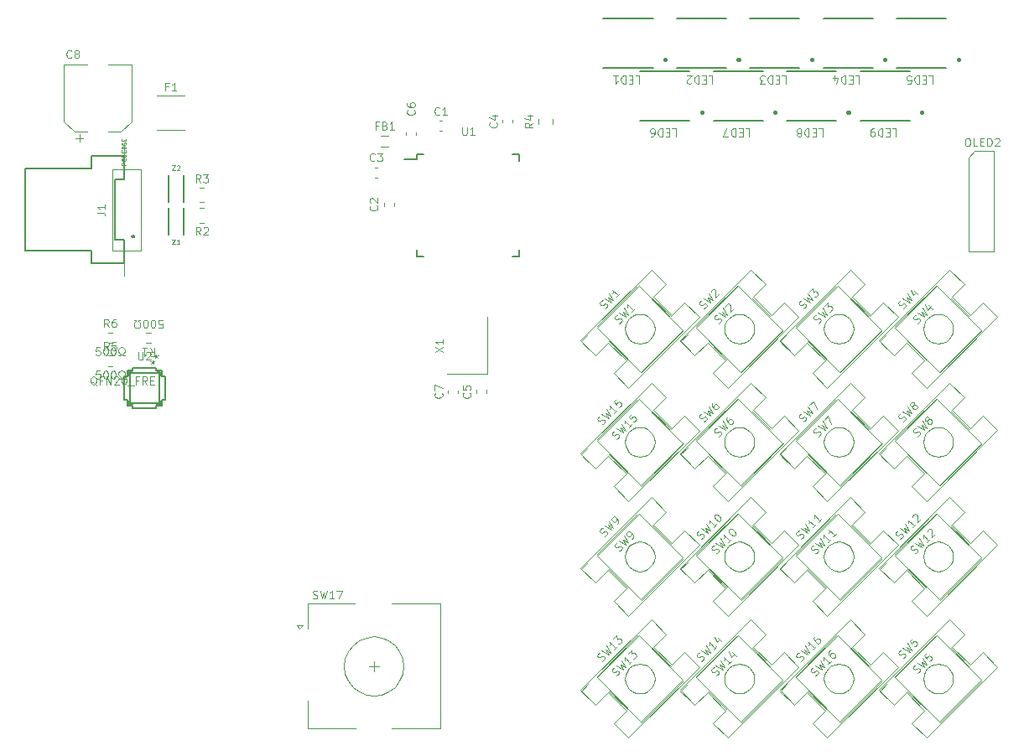
<source format=gbr>
%TF.GenerationSoftware,Flux,Pcbnew,7.0.11-7.0.11~ubuntu20.04.1*%
%TF.CreationDate,2024-08-19T13:17:11+00:00*%
%TF.ProjectId,input,696e7075-742e-46b6-9963-61645f706362,rev?*%
%TF.SameCoordinates,Original*%
%TF.FileFunction,Legend,Top*%
%TF.FilePolarity,Positive*%
%FSLAX46Y46*%
G04 Gerber Fmt 4.6, Leading zero omitted, Abs format (unit mm)*
G04 Filename: promicromacro*
G04 Build it with Flux! Visit our site at: https://www.flux.ai (PCBNEW 7.0.11-7.0.11~ubuntu20.04.1) date 2024-08-19 13:17:11*
%MOMM*%
%LPD*%
G01*
G04 APERTURE LIST*
%ADD10C,0.095000*%
%ADD11C,0.057000*%
%ADD12C,0.045667*%
%ADD13C,0.095323*%
%ADD14C,0.095200*%
%ADD15C,0.100000*%
%ADD16C,0.120000*%
%ADD17C,0.050000*%
%ADD18C,0.400000*%
%ADD19C,0.127000*%
%ADD20C,0.150000*%
%ADD21C,0.200000*%
%ADD22C,0.010000*%
%ADD23C,0.152400*%
G04 APERTURE END LIST*
D10*
X20209780Y-5766181D02*
X20317530Y-5712307D01*
X20317530Y-5712307D02*
X20452217Y-5577620D01*
X20452217Y-5577620D02*
X20479154Y-5496807D01*
X20479154Y-5496807D02*
X20479154Y-5442933D01*
X20479154Y-5442933D02*
X20452217Y-5362120D01*
X20452217Y-5362120D02*
X20398342Y-5308246D01*
X20398342Y-5308246D02*
X20317530Y-5281308D01*
X20317530Y-5281308D02*
X20263655Y-5281308D01*
X20263655Y-5281308D02*
X20182843Y-5308246D01*
X20182843Y-5308246D02*
X20048156Y-5389058D01*
X20048156Y-5389058D02*
X19967344Y-5415995D01*
X19967344Y-5415995D02*
X19913469Y-5415995D01*
X19913469Y-5415995D02*
X19832657Y-5389058D01*
X19832657Y-5389058D02*
X19778782Y-5335183D01*
X19778782Y-5335183D02*
X19751845Y-5254371D01*
X19751845Y-5254371D02*
X19751845Y-5200496D01*
X19751845Y-5200496D02*
X19778782Y-5119684D01*
X19778782Y-5119684D02*
X19913469Y-4984997D01*
X19913469Y-4984997D02*
X20021219Y-4931122D01*
X20182843Y-4715623D02*
X20883216Y-5146621D01*
X20883216Y-5146621D02*
X20586904Y-4634810D01*
X20586904Y-4634810D02*
X21098715Y-4931122D01*
X21098715Y-4931122D02*
X20667716Y-4230749D01*
X21125652Y-3772813D02*
X21017903Y-3880563D01*
X21017903Y-3880563D02*
X20990965Y-3961375D01*
X20990965Y-3961375D02*
X20990965Y-4015250D01*
X20990965Y-4015250D02*
X21017903Y-4149937D01*
X21017903Y-4149937D02*
X21098715Y-4284624D01*
X21098715Y-4284624D02*
X21314214Y-4500123D01*
X21314214Y-4500123D02*
X21395026Y-4527061D01*
X21395026Y-4527061D02*
X21448901Y-4527061D01*
X21448901Y-4527061D02*
X21529713Y-4500123D01*
X21529713Y-4500123D02*
X21637463Y-4392374D01*
X21637463Y-4392374D02*
X21664400Y-4311561D01*
X21664400Y-4311561D02*
X21664400Y-4257687D01*
X21664400Y-4257687D02*
X21637463Y-4176874D01*
X21637463Y-4176874D02*
X21502776Y-4042187D01*
X21502776Y-4042187D02*
X21421964Y-4015250D01*
X21421964Y-4015250D02*
X21368089Y-4015250D01*
X21368089Y-4015250D02*
X21287277Y-4042187D01*
X21287277Y-4042187D02*
X21179527Y-4149937D01*
X21179527Y-4149937D02*
X21152590Y-4230749D01*
X21152590Y-4230749D02*
X21152590Y-4284624D01*
X21152590Y-4284624D02*
X21179527Y-4365436D01*
X18724853Y-4281259D02*
X18832603Y-4227385D01*
X18832603Y-4227385D02*
X18967290Y-4092698D01*
X18967290Y-4092698D02*
X18994227Y-4011885D01*
X18994227Y-4011885D02*
X18994227Y-3958011D01*
X18994227Y-3958011D02*
X18967290Y-3877198D01*
X18967290Y-3877198D02*
X18913415Y-3823324D01*
X18913415Y-3823324D02*
X18832603Y-3796386D01*
X18832603Y-3796386D02*
X18778728Y-3796386D01*
X18778728Y-3796386D02*
X18697916Y-3823324D01*
X18697916Y-3823324D02*
X18563229Y-3904136D01*
X18563229Y-3904136D02*
X18482417Y-3931073D01*
X18482417Y-3931073D02*
X18428542Y-3931073D01*
X18428542Y-3931073D02*
X18347730Y-3904136D01*
X18347730Y-3904136D02*
X18293855Y-3850261D01*
X18293855Y-3850261D02*
X18266918Y-3769449D01*
X18266918Y-3769449D02*
X18266918Y-3715574D01*
X18266918Y-3715574D02*
X18293855Y-3634762D01*
X18293855Y-3634762D02*
X18428542Y-3500075D01*
X18428542Y-3500075D02*
X18536292Y-3446200D01*
X18697916Y-3230701D02*
X19398289Y-3661699D01*
X19398289Y-3661699D02*
X19101977Y-3149888D01*
X19101977Y-3149888D02*
X19613788Y-3446200D01*
X19613788Y-3446200D02*
X19182789Y-2745827D01*
X19640725Y-2287891D02*
X19532976Y-2395641D01*
X19532976Y-2395641D02*
X19506038Y-2476453D01*
X19506038Y-2476453D02*
X19506038Y-2530328D01*
X19506038Y-2530328D02*
X19532976Y-2665015D01*
X19532976Y-2665015D02*
X19613788Y-2799702D01*
X19613788Y-2799702D02*
X19829287Y-3015201D01*
X19829287Y-3015201D02*
X19910099Y-3042139D01*
X19910099Y-3042139D02*
X19963974Y-3042139D01*
X19963974Y-3042139D02*
X20044786Y-3015201D01*
X20044786Y-3015201D02*
X20152536Y-2907452D01*
X20152536Y-2907452D02*
X20179473Y-2826639D01*
X20179473Y-2826639D02*
X20179473Y-2772765D01*
X20179473Y-2772765D02*
X20152536Y-2691952D01*
X20152536Y-2691952D02*
X20017849Y-2557265D01*
X20017849Y-2557265D02*
X19937037Y-2530328D01*
X19937037Y-2530328D02*
X19883162Y-2530328D01*
X19883162Y-2530328D02*
X19802350Y-2557265D01*
X19802350Y-2557265D02*
X19694600Y-2665015D01*
X19694600Y-2665015D02*
X19667663Y-2745827D01*
X19667663Y-2745827D02*
X19667663Y-2799702D01*
X19667663Y-2799702D02*
X19694600Y-2880514D01*
X-10545344Y27178167D02*
X-10507249Y27140071D01*
X-10507249Y27140071D02*
X-10469153Y27025786D01*
X-10469153Y27025786D02*
X-10469153Y26949595D01*
X-10469153Y26949595D02*
X-10507249Y26835309D01*
X-10507249Y26835309D02*
X-10583439Y26759119D01*
X-10583439Y26759119D02*
X-10659629Y26721024D01*
X-10659629Y26721024D02*
X-10812010Y26682928D01*
X-10812010Y26682928D02*
X-10926296Y26682928D01*
X-10926296Y26682928D02*
X-11078677Y26721024D01*
X-11078677Y26721024D02*
X-11154868Y26759119D01*
X-11154868Y26759119D02*
X-11231058Y26835309D01*
X-11231058Y26835309D02*
X-11269153Y26949595D01*
X-11269153Y26949595D02*
X-11269153Y27025786D01*
X-11269153Y27025786D02*
X-11231058Y27140071D01*
X-11231058Y27140071D02*
X-11192963Y27178167D01*
X-11269153Y27863881D02*
X-11269153Y27711500D01*
X-11269153Y27711500D02*
X-11231058Y27635309D01*
X-11231058Y27635309D02*
X-11192963Y27597214D01*
X-11192963Y27597214D02*
X-11078677Y27521024D01*
X-11078677Y27521024D02*
X-10926296Y27482928D01*
X-10926296Y27482928D02*
X-10621534Y27482928D01*
X-10621534Y27482928D02*
X-10545344Y27521024D01*
X-10545344Y27521024D02*
X-10507249Y27559119D01*
X-10507249Y27559119D02*
X-10469153Y27635309D01*
X-10469153Y27635309D02*
X-10469153Y27787690D01*
X-10469153Y27787690D02*
X-10507249Y27863881D01*
X-10507249Y27863881D02*
X-10545344Y27901976D01*
X-10545344Y27901976D02*
X-10621534Y27940071D01*
X-10621534Y27940071D02*
X-10812010Y27940071D01*
X-10812010Y27940071D02*
X-10888201Y27901976D01*
X-10888201Y27901976D02*
X-10926296Y27863881D01*
X-10926296Y27863881D02*
X-10964391Y27787690D01*
X-10964391Y27787690D02*
X-10964391Y27635309D01*
X-10964391Y27635309D02*
X-10926296Y27559119D01*
X-10926296Y27559119D02*
X-10888201Y27521024D01*
X-10888201Y27521024D02*
X-10812010Y27482928D01*
X41407428Y30678555D02*
X41788380Y30678555D01*
X41788380Y30678555D02*
X41788380Y29878555D01*
X41140761Y30259507D02*
X40874095Y30259507D01*
X40759809Y30678555D02*
X41140761Y30678555D01*
X41140761Y30678555D02*
X41140761Y29878555D01*
X41140761Y29878555D02*
X40759809Y29878555D01*
X40416951Y30678555D02*
X40416951Y29878555D01*
X40416951Y29878555D02*
X40226475Y29878555D01*
X40226475Y29878555D02*
X40112189Y29916650D01*
X40112189Y29916650D02*
X40035999Y29992840D01*
X40035999Y29992840D02*
X39997904Y30069031D01*
X39997904Y30069031D02*
X39959808Y30221412D01*
X39959808Y30221412D02*
X39959808Y30335698D01*
X39959808Y30335698D02*
X39997904Y30488079D01*
X39997904Y30488079D02*
X40035999Y30564269D01*
X40035999Y30564269D02*
X40112189Y30640460D01*
X40112189Y30640460D02*
X40226475Y30678555D01*
X40226475Y30678555D02*
X40416951Y30678555D01*
X39235999Y29878555D02*
X39616951Y29878555D01*
X39616951Y29878555D02*
X39655047Y30259507D01*
X39655047Y30259507D02*
X39616951Y30221412D01*
X39616951Y30221412D02*
X39540761Y30183317D01*
X39540761Y30183317D02*
X39350285Y30183317D01*
X39350285Y30183317D02*
X39274094Y30221412D01*
X39274094Y30221412D02*
X39235999Y30259507D01*
X39235999Y30259507D02*
X39197904Y30335698D01*
X39197904Y30335698D02*
X39197904Y30526174D01*
X39197904Y30526174D02*
X39235999Y30602364D01*
X39235999Y30602364D02*
X39274094Y30640460D01*
X39274094Y30640460D02*
X39350285Y30678555D01*
X39350285Y30678555D02*
X39540761Y30678555D01*
X39540761Y30678555D02*
X39616951Y30640460D01*
X39616951Y30640460D02*
X39655047Y30602364D01*
X-2226235Y25941462D02*
X-2188140Y25903366D01*
X-2188140Y25903366D02*
X-2150044Y25789081D01*
X-2150044Y25789081D02*
X-2150044Y25712890D01*
X-2150044Y25712890D02*
X-2188140Y25598604D01*
X-2188140Y25598604D02*
X-2264330Y25522414D01*
X-2264330Y25522414D02*
X-2340520Y25484319D01*
X-2340520Y25484319D02*
X-2492901Y25446223D01*
X-2492901Y25446223D02*
X-2607187Y25446223D01*
X-2607187Y25446223D02*
X-2759568Y25484319D01*
X-2759568Y25484319D02*
X-2835759Y25522414D01*
X-2835759Y25522414D02*
X-2911949Y25598604D01*
X-2911949Y25598604D02*
X-2950044Y25712890D01*
X-2950044Y25712890D02*
X-2950044Y25789081D01*
X-2950044Y25789081D02*
X-2911949Y25903366D01*
X-2911949Y25903366D02*
X-2873854Y25941462D01*
X-2683378Y26627176D02*
X-2150044Y26627176D01*
X-2988140Y26436700D02*
X-2416711Y26246223D01*
X-2416711Y26246223D02*
X-2416711Y26741462D01*
X-8415344Y2767870D02*
X-7615344Y3301204D01*
X-8415344Y3301204D02*
X-7615344Y2767870D01*
X-7615344Y4025013D02*
X-7615344Y3567870D01*
X-7615344Y3796442D02*
X-8415344Y3796442D01*
X-8415344Y3796442D02*
X-8301059Y3720251D01*
X-8301059Y3720251D02*
X-8224868Y3644061D01*
X-8224868Y3644061D02*
X-8186773Y3567870D01*
X29980907Y-29937755D02*
X30088656Y-29883880D01*
X30088656Y-29883880D02*
X30223343Y-29749193D01*
X30223343Y-29749193D02*
X30250281Y-29668381D01*
X30250281Y-29668381D02*
X30250281Y-29614506D01*
X30250281Y-29614506D02*
X30223343Y-29533694D01*
X30223343Y-29533694D02*
X30169468Y-29479819D01*
X30169468Y-29479819D02*
X30088656Y-29452882D01*
X30088656Y-29452882D02*
X30034781Y-29452882D01*
X30034781Y-29452882D02*
X29953969Y-29479819D01*
X29953969Y-29479819D02*
X29819282Y-29560631D01*
X29819282Y-29560631D02*
X29738470Y-29587569D01*
X29738470Y-29587569D02*
X29684595Y-29587569D01*
X29684595Y-29587569D02*
X29603783Y-29560631D01*
X29603783Y-29560631D02*
X29549908Y-29506757D01*
X29549908Y-29506757D02*
X29522971Y-29425944D01*
X29522971Y-29425944D02*
X29522971Y-29372070D01*
X29522971Y-29372070D02*
X29549908Y-29291257D01*
X29549908Y-29291257D02*
X29684595Y-29156570D01*
X29684595Y-29156570D02*
X29792345Y-29102696D01*
X29953969Y-28887196D02*
X30654342Y-29318195D01*
X30654342Y-29318195D02*
X30358030Y-28806384D01*
X30358030Y-28806384D02*
X30869841Y-29102695D01*
X30869841Y-29102695D02*
X30438843Y-28402323D01*
X31516339Y-28456198D02*
X31193090Y-28779446D01*
X31354714Y-28617822D02*
X30789029Y-28052137D01*
X30789029Y-28052137D02*
X30815966Y-28186824D01*
X30815966Y-28186824D02*
X30815966Y-28294573D01*
X30815966Y-28294573D02*
X30789029Y-28375385D01*
X31435527Y-27405639D02*
X31327777Y-27513388D01*
X31327777Y-27513388D02*
X31300840Y-27594201D01*
X31300840Y-27594201D02*
X31300840Y-27648075D01*
X31300840Y-27648075D02*
X31327777Y-27782762D01*
X31327777Y-27782762D02*
X31408589Y-27917449D01*
X31408589Y-27917449D02*
X31624089Y-28132949D01*
X31624089Y-28132949D02*
X31704901Y-28159886D01*
X31704901Y-28159886D02*
X31758776Y-28159886D01*
X31758776Y-28159886D02*
X31839588Y-28132949D01*
X31839588Y-28132949D02*
X31947337Y-28025199D01*
X31947337Y-28025199D02*
X31974275Y-27944387D01*
X31974275Y-27944387D02*
X31974275Y-27890512D01*
X31974275Y-27890512D02*
X31947337Y-27809700D01*
X31947337Y-27809700D02*
X31812650Y-27675013D01*
X31812650Y-27675013D02*
X31731838Y-27648075D01*
X31731838Y-27648075D02*
X31677963Y-27648075D01*
X31677963Y-27648075D02*
X31597151Y-27675013D01*
X31597151Y-27675013D02*
X31489402Y-27782762D01*
X31489402Y-27782762D02*
X31462464Y-27863575D01*
X31462464Y-27863575D02*
X31462464Y-27917449D01*
X31462464Y-27917449D02*
X31489402Y-27998262D01*
X28495980Y-28452833D02*
X28603729Y-28398958D01*
X28603729Y-28398958D02*
X28738416Y-28264271D01*
X28738416Y-28264271D02*
X28765354Y-28183459D01*
X28765354Y-28183459D02*
X28765354Y-28129584D01*
X28765354Y-28129584D02*
X28738416Y-28048772D01*
X28738416Y-28048772D02*
X28684541Y-27994897D01*
X28684541Y-27994897D02*
X28603729Y-27967960D01*
X28603729Y-27967960D02*
X28549854Y-27967960D01*
X28549854Y-27967960D02*
X28469042Y-27994897D01*
X28469042Y-27994897D02*
X28334355Y-28075709D01*
X28334355Y-28075709D02*
X28253543Y-28102647D01*
X28253543Y-28102647D02*
X28199668Y-28102647D01*
X28199668Y-28102647D02*
X28118856Y-28075709D01*
X28118856Y-28075709D02*
X28064981Y-28021835D01*
X28064981Y-28021835D02*
X28038044Y-27941022D01*
X28038044Y-27941022D02*
X28038044Y-27887148D01*
X28038044Y-27887148D02*
X28064981Y-27806335D01*
X28064981Y-27806335D02*
X28199668Y-27671648D01*
X28199668Y-27671648D02*
X28307418Y-27617774D01*
X28469042Y-27402274D02*
X29169415Y-27833273D01*
X29169415Y-27833273D02*
X28873103Y-27321462D01*
X28873103Y-27321462D02*
X29384914Y-27617773D01*
X29384914Y-27617773D02*
X28953916Y-26917401D01*
X30031412Y-26971276D02*
X29708163Y-27294524D01*
X29869787Y-27132900D02*
X29304102Y-26567215D01*
X29304102Y-26567215D02*
X29331039Y-26701902D01*
X29331039Y-26701902D02*
X29331039Y-26809651D01*
X29331039Y-26809651D02*
X29304102Y-26890463D01*
X29950600Y-25920717D02*
X29842850Y-26028466D01*
X29842850Y-26028466D02*
X29815913Y-26109279D01*
X29815913Y-26109279D02*
X29815913Y-26163153D01*
X29815913Y-26163153D02*
X29842850Y-26297840D01*
X29842850Y-26297840D02*
X29923662Y-26432527D01*
X29923662Y-26432527D02*
X30139162Y-26648027D01*
X30139162Y-26648027D02*
X30219974Y-26674964D01*
X30219974Y-26674964D02*
X30273849Y-26674964D01*
X30273849Y-26674964D02*
X30354661Y-26648027D01*
X30354661Y-26648027D02*
X30462410Y-26540277D01*
X30462410Y-26540277D02*
X30489348Y-26459465D01*
X30489348Y-26459465D02*
X30489348Y-26405590D01*
X30489348Y-26405590D02*
X30462410Y-26324778D01*
X30462410Y-26324778D02*
X30327723Y-26190091D01*
X30327723Y-26190091D02*
X30246911Y-26163153D01*
X30246911Y-26163153D02*
X30193036Y-26163153D01*
X30193036Y-26163153D02*
X30112224Y-26190091D01*
X30112224Y-26190091D02*
X30004475Y-26297840D01*
X30004475Y-26297840D02*
X29977537Y-26378653D01*
X29977537Y-26378653D02*
X29977537Y-26432527D01*
X29977537Y-26432527D02*
X30004475Y-26513340D01*
X10169180Y5669718D02*
X10276930Y5723592D01*
X10276930Y5723592D02*
X10411617Y5858279D01*
X10411617Y5858279D02*
X10438554Y5939092D01*
X10438554Y5939092D02*
X10438554Y5992966D01*
X10438554Y5992966D02*
X10411617Y6073779D01*
X10411617Y6073779D02*
X10357742Y6127653D01*
X10357742Y6127653D02*
X10276930Y6154591D01*
X10276930Y6154591D02*
X10223055Y6154591D01*
X10223055Y6154591D02*
X10142243Y6127653D01*
X10142243Y6127653D02*
X10007556Y6046841D01*
X10007556Y6046841D02*
X9926744Y6019904D01*
X9926744Y6019904D02*
X9872869Y6019904D01*
X9872869Y6019904D02*
X9792057Y6046841D01*
X9792057Y6046841D02*
X9738182Y6100716D01*
X9738182Y6100716D02*
X9711245Y6181528D01*
X9711245Y6181528D02*
X9711245Y6235403D01*
X9711245Y6235403D02*
X9738182Y6316215D01*
X9738182Y6316215D02*
X9872869Y6450902D01*
X9872869Y6450902D02*
X9980619Y6504777D01*
X10142243Y6720276D02*
X10842616Y6289278D01*
X10842616Y6289278D02*
X10546304Y6801089D01*
X10546304Y6801089D02*
X11058115Y6504777D01*
X11058115Y6504777D02*
X10627116Y7205150D01*
X11704613Y7151275D02*
X11381364Y6828026D01*
X11542988Y6989651D02*
X10977303Y7555336D01*
X10977303Y7555336D02*
X11004240Y7420649D01*
X11004240Y7420649D02*
X11004240Y7312899D01*
X11004240Y7312899D02*
X10977303Y7232087D01*
X8684253Y7154640D02*
X8792003Y7208514D01*
X8792003Y7208514D02*
X8926690Y7343201D01*
X8926690Y7343201D02*
X8953627Y7424014D01*
X8953627Y7424014D02*
X8953627Y7477888D01*
X8953627Y7477888D02*
X8926690Y7558701D01*
X8926690Y7558701D02*
X8872815Y7612575D01*
X8872815Y7612575D02*
X8792003Y7639513D01*
X8792003Y7639513D02*
X8738128Y7639513D01*
X8738128Y7639513D02*
X8657316Y7612575D01*
X8657316Y7612575D02*
X8522629Y7531763D01*
X8522629Y7531763D02*
X8441817Y7504826D01*
X8441817Y7504826D02*
X8387942Y7504826D01*
X8387942Y7504826D02*
X8307130Y7531763D01*
X8307130Y7531763D02*
X8253255Y7585638D01*
X8253255Y7585638D02*
X8226318Y7666450D01*
X8226318Y7666450D02*
X8226318Y7720325D01*
X8226318Y7720325D02*
X8253255Y7801137D01*
X8253255Y7801137D02*
X8387942Y7935824D01*
X8387942Y7935824D02*
X8495692Y7989699D01*
X8657316Y8205198D02*
X9357689Y7774200D01*
X9357689Y7774200D02*
X9061377Y8286011D01*
X9061377Y8286011D02*
X9573188Y7989699D01*
X9573188Y7989699D02*
X9142189Y8690072D01*
X10219686Y8636197D02*
X9896437Y8312948D01*
X10058061Y8474573D02*
X9492376Y9040258D01*
X9492376Y9040258D02*
X9519313Y8905571D01*
X9519313Y8905571D02*
X9519313Y8797821D01*
X9519313Y8797821D02*
X9492376Y8717009D01*
X-7759435Y-1381937D02*
X-7721340Y-1420033D01*
X-7721340Y-1420033D02*
X-7683244Y-1534318D01*
X-7683244Y-1534318D02*
X-7683244Y-1610509D01*
X-7683244Y-1610509D02*
X-7721340Y-1724795D01*
X-7721340Y-1724795D02*
X-7797530Y-1800985D01*
X-7797530Y-1800985D02*
X-7873720Y-1839080D01*
X-7873720Y-1839080D02*
X-8026101Y-1877176D01*
X-8026101Y-1877176D02*
X-8140387Y-1877176D01*
X-8140387Y-1877176D02*
X-8292768Y-1839080D01*
X-8292768Y-1839080D02*
X-8368959Y-1800985D01*
X-8368959Y-1800985D02*
X-8445149Y-1724795D01*
X-8445149Y-1724795D02*
X-8483244Y-1610509D01*
X-8483244Y-1610509D02*
X-8483244Y-1534318D01*
X-8483244Y-1534318D02*
X-8445149Y-1420033D01*
X-8445149Y-1420033D02*
X-8407054Y-1381937D01*
X-8483244Y-1115271D02*
X-8483244Y-581937D01*
X-8483244Y-581937D02*
X-7683244Y-924795D01*
D11*
X-34970263Y14111906D02*
X-34650263Y14111906D01*
X-34650263Y14111906D02*
X-34970263Y13631906D01*
X-34970263Y13631906D02*
X-34650263Y13631906D01*
X-34215977Y13631906D02*
X-34490263Y13631906D01*
X-34353120Y13631906D02*
X-34353120Y14111906D01*
X-34353120Y14111906D02*
X-34398834Y14043335D01*
X-34398834Y14043335D02*
X-34444549Y13997621D01*
X-34444549Y13997621D02*
X-34490263Y13974764D01*
D10*
X-4917535Y-1374537D02*
X-4879440Y-1412633D01*
X-4879440Y-1412633D02*
X-4841344Y-1526918D01*
X-4841344Y-1526918D02*
X-4841344Y-1603109D01*
X-4841344Y-1603109D02*
X-4879440Y-1717395D01*
X-4879440Y-1717395D02*
X-4955630Y-1793585D01*
X-4955630Y-1793585D02*
X-5031820Y-1831680D01*
X-5031820Y-1831680D02*
X-5184201Y-1869776D01*
X-5184201Y-1869776D02*
X-5298487Y-1869776D01*
X-5298487Y-1869776D02*
X-5450868Y-1831680D01*
X-5450868Y-1831680D02*
X-5527059Y-1793585D01*
X-5527059Y-1793585D02*
X-5603249Y-1717395D01*
X-5603249Y-1717395D02*
X-5641344Y-1603109D01*
X-5641344Y-1603109D02*
X-5641344Y-1526918D01*
X-5641344Y-1526918D02*
X-5603249Y-1412633D01*
X-5603249Y-1412633D02*
X-5565154Y-1374537D01*
X-5641344Y-650728D02*
X-5641344Y-1031680D01*
X-5641344Y-1031680D02*
X-5260392Y-1069776D01*
X-5260392Y-1069776D02*
X-5298487Y-1031680D01*
X-5298487Y-1031680D02*
X-5336582Y-955490D01*
X-5336582Y-955490D02*
X-5336582Y-765014D01*
X-5336582Y-765014D02*
X-5298487Y-688823D01*
X-5298487Y-688823D02*
X-5260392Y-650728D01*
X-5260392Y-650728D02*
X-5184201Y-612633D01*
X-5184201Y-612633D02*
X-4993725Y-612633D01*
X-4993725Y-612633D02*
X-4917535Y-650728D01*
X-4917535Y-650728D02*
X-4879440Y-688823D01*
X-4879440Y-688823D02*
X-4841344Y-765014D01*
X-4841344Y-765014D02*
X-4841344Y-955490D01*
X-4841344Y-955490D02*
X-4879440Y-1031680D01*
X-4879440Y-1031680D02*
X-4917535Y-1069776D01*
X37721728Y25326855D02*
X38102680Y25326855D01*
X38102680Y25326855D02*
X38102680Y24526855D01*
X37455061Y24907807D02*
X37188395Y24907807D01*
X37074109Y25326855D02*
X37455061Y25326855D01*
X37455061Y25326855D02*
X37455061Y24526855D01*
X37455061Y24526855D02*
X37074109Y24526855D01*
X36731251Y25326855D02*
X36731251Y24526855D01*
X36731251Y24526855D02*
X36540775Y24526855D01*
X36540775Y24526855D02*
X36426489Y24564950D01*
X36426489Y24564950D02*
X36350299Y24641140D01*
X36350299Y24641140D02*
X36312204Y24717331D01*
X36312204Y24717331D02*
X36274108Y24869712D01*
X36274108Y24869712D02*
X36274108Y24983998D01*
X36274108Y24983998D02*
X36312204Y25136379D01*
X36312204Y25136379D02*
X36350299Y25212569D01*
X36350299Y25212569D02*
X36426489Y25288760D01*
X36426489Y25288760D02*
X36540775Y25326855D01*
X36540775Y25326855D02*
X36731251Y25326855D01*
X35893156Y25326855D02*
X35740775Y25326855D01*
X35740775Y25326855D02*
X35664585Y25288760D01*
X35664585Y25288760D02*
X35626489Y25250664D01*
X35626489Y25250664D02*
X35550299Y25136379D01*
X35550299Y25136379D02*
X35512204Y24983998D01*
X35512204Y24983998D02*
X35512204Y24679236D01*
X35512204Y24679236D02*
X35550299Y24603045D01*
X35550299Y24603045D02*
X35588394Y24564950D01*
X35588394Y24564950D02*
X35664585Y24526855D01*
X35664585Y24526855D02*
X35816966Y24526855D01*
X35816966Y24526855D02*
X35893156Y24564950D01*
X35893156Y24564950D02*
X35931251Y24603045D01*
X35931251Y24603045D02*
X35969347Y24679236D01*
X35969347Y24679236D02*
X35969347Y24869712D01*
X35969347Y24869712D02*
X35931251Y24945902D01*
X35931251Y24945902D02*
X35893156Y24983998D01*
X35893156Y24983998D02*
X35816966Y25022093D01*
X35816966Y25022093D02*
X35664585Y25022093D01*
X35664585Y25022093D02*
X35588394Y24983998D01*
X35588394Y24983998D02*
X35550299Y24945902D01*
X35550299Y24945902D02*
X35512204Y24869712D01*
X-20759819Y-22102960D02*
X-20645533Y-22141055D01*
X-20645533Y-22141055D02*
X-20455057Y-22141055D01*
X-20455057Y-22141055D02*
X-20378866Y-22102960D01*
X-20378866Y-22102960D02*
X-20340771Y-22064864D01*
X-20340771Y-22064864D02*
X-20302676Y-21988674D01*
X-20302676Y-21988674D02*
X-20302676Y-21912483D01*
X-20302676Y-21912483D02*
X-20340771Y-21836293D01*
X-20340771Y-21836293D02*
X-20378866Y-21798198D01*
X-20378866Y-21798198D02*
X-20455057Y-21760102D01*
X-20455057Y-21760102D02*
X-20607438Y-21722007D01*
X-20607438Y-21722007D02*
X-20683628Y-21683912D01*
X-20683628Y-21683912D02*
X-20721723Y-21645817D01*
X-20721723Y-21645817D02*
X-20759819Y-21569626D01*
X-20759819Y-21569626D02*
X-20759819Y-21493436D01*
X-20759819Y-21493436D02*
X-20721723Y-21417245D01*
X-20721723Y-21417245D02*
X-20683628Y-21379150D01*
X-20683628Y-21379150D02*
X-20607438Y-21341055D01*
X-20607438Y-21341055D02*
X-20416961Y-21341055D01*
X-20416961Y-21341055D02*
X-20302676Y-21379150D01*
X-20036009Y-21341055D02*
X-19845533Y-22141055D01*
X-19845533Y-22141055D02*
X-19693152Y-21569626D01*
X-19693152Y-21569626D02*
X-19540771Y-22141055D01*
X-19540771Y-22141055D02*
X-19350295Y-21341055D01*
X-18626485Y-22141055D02*
X-19083628Y-22141055D01*
X-18855056Y-22141055D02*
X-18855056Y-21341055D01*
X-18855056Y-21341055D02*
X-18931247Y-21455340D01*
X-18931247Y-21455340D02*
X-19007437Y-21531531D01*
X-19007437Y-21531531D02*
X-19083628Y-21569626D01*
X-18359818Y-21341055D02*
X-17826484Y-21341055D01*
X-17826484Y-21341055D02*
X-18169342Y-22141055D01*
X-14513928Y22105735D02*
X-14552024Y22067640D01*
X-14552024Y22067640D02*
X-14666309Y22029544D01*
X-14666309Y22029544D02*
X-14742500Y22029544D01*
X-14742500Y22029544D02*
X-14856786Y22067640D01*
X-14856786Y22067640D02*
X-14932976Y22143830D01*
X-14932976Y22143830D02*
X-14971071Y22220020D01*
X-14971071Y22220020D02*
X-15009167Y22372401D01*
X-15009167Y22372401D02*
X-15009167Y22486687D01*
X-15009167Y22486687D02*
X-14971071Y22639068D01*
X-14971071Y22639068D02*
X-14932976Y22715259D01*
X-14932976Y22715259D02*
X-14856786Y22791449D01*
X-14856786Y22791449D02*
X-14742500Y22829544D01*
X-14742500Y22829544D02*
X-14666309Y22829544D01*
X-14666309Y22829544D02*
X-14552024Y22791449D01*
X-14552024Y22791449D02*
X-14513928Y22753354D01*
X-14247262Y22829544D02*
X-13752024Y22829544D01*
X-13752024Y22829544D02*
X-14018690Y22524782D01*
X-14018690Y22524782D02*
X-13904405Y22524782D01*
X-13904405Y22524782D02*
X-13828214Y22486687D01*
X-13828214Y22486687D02*
X-13790119Y22448592D01*
X-13790119Y22448592D02*
X-13752024Y22372401D01*
X-13752024Y22372401D02*
X-13752024Y22181925D01*
X-13752024Y22181925D02*
X-13790119Y22105735D01*
X-13790119Y22105735D02*
X-13828214Y22067640D01*
X-13828214Y22067640D02*
X-13904405Y22029544D01*
X-13904405Y22029544D02*
X-14132976Y22029544D01*
X-14132976Y22029544D02*
X-14209167Y22067640D01*
X-14209167Y22067640D02*
X-14247262Y22105735D01*
X30250280Y-5766181D02*
X30358030Y-5712307D01*
X30358030Y-5712307D02*
X30492717Y-5577620D01*
X30492717Y-5577620D02*
X30519654Y-5496807D01*
X30519654Y-5496807D02*
X30519654Y-5442933D01*
X30519654Y-5442933D02*
X30492717Y-5362120D01*
X30492717Y-5362120D02*
X30438842Y-5308246D01*
X30438842Y-5308246D02*
X30358030Y-5281308D01*
X30358030Y-5281308D02*
X30304155Y-5281308D01*
X30304155Y-5281308D02*
X30223343Y-5308246D01*
X30223343Y-5308246D02*
X30088656Y-5389058D01*
X30088656Y-5389058D02*
X30007844Y-5415995D01*
X30007844Y-5415995D02*
X29953969Y-5415995D01*
X29953969Y-5415995D02*
X29873157Y-5389058D01*
X29873157Y-5389058D02*
X29819282Y-5335183D01*
X29819282Y-5335183D02*
X29792345Y-5254371D01*
X29792345Y-5254371D02*
X29792345Y-5200496D01*
X29792345Y-5200496D02*
X29819282Y-5119684D01*
X29819282Y-5119684D02*
X29953969Y-4984997D01*
X29953969Y-4984997D02*
X30061719Y-4931122D01*
X30223343Y-4715623D02*
X30923716Y-5146621D01*
X30923716Y-5146621D02*
X30627404Y-4634810D01*
X30627404Y-4634810D02*
X31139215Y-4931122D01*
X31139215Y-4931122D02*
X30708216Y-4230749D01*
X30869841Y-4069125D02*
X31246965Y-3692001D01*
X31246965Y-3692001D02*
X31570213Y-4500123D01*
X28765353Y-4281259D02*
X28873103Y-4227385D01*
X28873103Y-4227385D02*
X29007790Y-4092698D01*
X29007790Y-4092698D02*
X29034727Y-4011885D01*
X29034727Y-4011885D02*
X29034727Y-3958011D01*
X29034727Y-3958011D02*
X29007790Y-3877198D01*
X29007790Y-3877198D02*
X28953915Y-3823324D01*
X28953915Y-3823324D02*
X28873103Y-3796386D01*
X28873103Y-3796386D02*
X28819228Y-3796386D01*
X28819228Y-3796386D02*
X28738416Y-3823324D01*
X28738416Y-3823324D02*
X28603729Y-3904136D01*
X28603729Y-3904136D02*
X28522917Y-3931073D01*
X28522917Y-3931073D02*
X28469042Y-3931073D01*
X28469042Y-3931073D02*
X28388230Y-3904136D01*
X28388230Y-3904136D02*
X28334355Y-3850261D01*
X28334355Y-3850261D02*
X28307418Y-3769449D01*
X28307418Y-3769449D02*
X28307418Y-3715574D01*
X28307418Y-3715574D02*
X28334355Y-3634762D01*
X28334355Y-3634762D02*
X28469042Y-3500075D01*
X28469042Y-3500075D02*
X28576792Y-3446200D01*
X28738416Y-3230701D02*
X29438789Y-3661699D01*
X29438789Y-3661699D02*
X29142477Y-3149888D01*
X29142477Y-3149888D02*
X29654288Y-3446200D01*
X29654288Y-3446200D02*
X29223289Y-2745827D01*
X29384914Y-2584203D02*
X29762038Y-2207079D01*
X29762038Y-2207079D02*
X30085286Y-3015201D01*
X-14303335Y17529065D02*
X-14265240Y17490969D01*
X-14265240Y17490969D02*
X-14227144Y17376684D01*
X-14227144Y17376684D02*
X-14227144Y17300493D01*
X-14227144Y17300493D02*
X-14265240Y17186207D01*
X-14265240Y17186207D02*
X-14341430Y17110017D01*
X-14341430Y17110017D02*
X-14417620Y17071922D01*
X-14417620Y17071922D02*
X-14570001Y17033826D01*
X-14570001Y17033826D02*
X-14684287Y17033826D01*
X-14684287Y17033826D02*
X-14836668Y17071922D01*
X-14836668Y17071922D02*
X-14912859Y17110017D01*
X-14912859Y17110017D02*
X-14989049Y17186207D01*
X-14989049Y17186207D02*
X-15027144Y17300493D01*
X-15027144Y17300493D02*
X-15027144Y17376684D01*
X-15027144Y17376684D02*
X-14989049Y17490969D01*
X-14989049Y17490969D02*
X-14950954Y17529065D01*
X-14950954Y17833826D02*
X-14989049Y17871922D01*
X-14989049Y17871922D02*
X-15027144Y17948112D01*
X-15027144Y17948112D02*
X-15027144Y18138588D01*
X-15027144Y18138588D02*
X-14989049Y18214779D01*
X-14989049Y18214779D02*
X-14950954Y18252874D01*
X-14950954Y18252874D02*
X-14874763Y18290969D01*
X-14874763Y18290969D02*
X-14798573Y18290969D01*
X-14798573Y18290969D02*
X-14684287Y18252874D01*
X-14684287Y18252874D02*
X-14227144Y17795731D01*
X-14227144Y17795731D02*
X-14227144Y18290969D01*
X29980907Y-17603855D02*
X30088656Y-17549980D01*
X30088656Y-17549980D02*
X30223343Y-17415293D01*
X30223343Y-17415293D02*
X30250281Y-17334481D01*
X30250281Y-17334481D02*
X30250281Y-17280606D01*
X30250281Y-17280606D02*
X30223343Y-17199794D01*
X30223343Y-17199794D02*
X30169468Y-17145919D01*
X30169468Y-17145919D02*
X30088656Y-17118982D01*
X30088656Y-17118982D02*
X30034781Y-17118982D01*
X30034781Y-17118982D02*
X29953969Y-17145919D01*
X29953969Y-17145919D02*
X29819282Y-17226731D01*
X29819282Y-17226731D02*
X29738470Y-17253669D01*
X29738470Y-17253669D02*
X29684595Y-17253669D01*
X29684595Y-17253669D02*
X29603783Y-17226731D01*
X29603783Y-17226731D02*
X29549908Y-17172857D01*
X29549908Y-17172857D02*
X29522971Y-17092044D01*
X29522971Y-17092044D02*
X29522971Y-17038170D01*
X29522971Y-17038170D02*
X29549908Y-16957357D01*
X29549908Y-16957357D02*
X29684595Y-16822670D01*
X29684595Y-16822670D02*
X29792345Y-16768796D01*
X29953969Y-16553296D02*
X30654342Y-16984295D01*
X30654342Y-16984295D02*
X30358030Y-16472484D01*
X30358030Y-16472484D02*
X30869841Y-16768795D01*
X30869841Y-16768795D02*
X30438843Y-16068423D01*
X31516339Y-16122298D02*
X31193090Y-16445546D01*
X31354714Y-16283922D02*
X30789029Y-15718237D01*
X30789029Y-15718237D02*
X30815966Y-15852924D01*
X30815966Y-15852924D02*
X30815966Y-15960673D01*
X30815966Y-15960673D02*
X30789029Y-16041485D01*
X32055087Y-15583549D02*
X31731838Y-15906798D01*
X31893463Y-15745174D02*
X31327777Y-15179488D01*
X31327777Y-15179488D02*
X31354715Y-15314175D01*
X31354715Y-15314175D02*
X31354715Y-15421925D01*
X31354715Y-15421925D02*
X31327777Y-15502737D01*
X28495980Y-16118933D02*
X28603729Y-16065058D01*
X28603729Y-16065058D02*
X28738416Y-15930371D01*
X28738416Y-15930371D02*
X28765354Y-15849559D01*
X28765354Y-15849559D02*
X28765354Y-15795684D01*
X28765354Y-15795684D02*
X28738416Y-15714872D01*
X28738416Y-15714872D02*
X28684541Y-15660997D01*
X28684541Y-15660997D02*
X28603729Y-15634060D01*
X28603729Y-15634060D02*
X28549854Y-15634060D01*
X28549854Y-15634060D02*
X28469042Y-15660997D01*
X28469042Y-15660997D02*
X28334355Y-15741809D01*
X28334355Y-15741809D02*
X28253543Y-15768747D01*
X28253543Y-15768747D02*
X28199668Y-15768747D01*
X28199668Y-15768747D02*
X28118856Y-15741809D01*
X28118856Y-15741809D02*
X28064981Y-15687935D01*
X28064981Y-15687935D02*
X28038044Y-15607122D01*
X28038044Y-15607122D02*
X28038044Y-15553248D01*
X28038044Y-15553248D02*
X28064981Y-15472435D01*
X28064981Y-15472435D02*
X28199668Y-15337748D01*
X28199668Y-15337748D02*
X28307418Y-15283874D01*
X28469042Y-15068374D02*
X29169415Y-15499373D01*
X29169415Y-15499373D02*
X28873103Y-14987562D01*
X28873103Y-14987562D02*
X29384914Y-15283873D01*
X29384914Y-15283873D02*
X28953916Y-14583501D01*
X30031412Y-14637376D02*
X29708163Y-14960624D01*
X29869787Y-14799000D02*
X29304102Y-14233315D01*
X29304102Y-14233315D02*
X29331039Y-14368002D01*
X29331039Y-14368002D02*
X29331039Y-14475751D01*
X29331039Y-14475751D02*
X29304102Y-14556563D01*
X30570160Y-14098627D02*
X30246911Y-14421876D01*
X30408536Y-14260252D02*
X29842850Y-13694566D01*
X29842850Y-13694566D02*
X29869788Y-13829253D01*
X29869788Y-13829253D02*
X29869788Y-13937003D01*
X29869788Y-13937003D02*
X29842850Y-14017815D01*
X40290880Y-29668381D02*
X40398630Y-29614507D01*
X40398630Y-29614507D02*
X40533317Y-29479820D01*
X40533317Y-29479820D02*
X40560254Y-29399007D01*
X40560254Y-29399007D02*
X40560254Y-29345133D01*
X40560254Y-29345133D02*
X40533317Y-29264320D01*
X40533317Y-29264320D02*
X40479442Y-29210446D01*
X40479442Y-29210446D02*
X40398630Y-29183508D01*
X40398630Y-29183508D02*
X40344755Y-29183508D01*
X40344755Y-29183508D02*
X40263943Y-29210446D01*
X40263943Y-29210446D02*
X40129256Y-29291258D01*
X40129256Y-29291258D02*
X40048444Y-29318195D01*
X40048444Y-29318195D02*
X39994569Y-29318195D01*
X39994569Y-29318195D02*
X39913757Y-29291258D01*
X39913757Y-29291258D02*
X39859882Y-29237383D01*
X39859882Y-29237383D02*
X39832945Y-29156571D01*
X39832945Y-29156571D02*
X39832945Y-29102696D01*
X39832945Y-29102696D02*
X39859882Y-29021884D01*
X39859882Y-29021884D02*
X39994569Y-28887197D01*
X39994569Y-28887197D02*
X40102319Y-28833322D01*
X40263943Y-28617823D02*
X40964316Y-29048821D01*
X40964316Y-29048821D02*
X40668004Y-28537010D01*
X40668004Y-28537010D02*
X41179815Y-28833322D01*
X41179815Y-28833322D02*
X40748816Y-28132949D01*
X41233690Y-27648076D02*
X40964316Y-27917450D01*
X40964316Y-27917450D02*
X41206752Y-28213761D01*
X41206752Y-28213761D02*
X41206752Y-28159887D01*
X41206752Y-28159887D02*
X41233690Y-28079074D01*
X41233690Y-28079074D02*
X41368377Y-27944387D01*
X41368377Y-27944387D02*
X41449189Y-27917450D01*
X41449189Y-27917450D02*
X41503064Y-27917450D01*
X41503064Y-27917450D02*
X41583876Y-27944387D01*
X41583876Y-27944387D02*
X41718563Y-28079074D01*
X41718563Y-28079074D02*
X41745500Y-28159887D01*
X41745500Y-28159887D02*
X41745500Y-28213761D01*
X41745500Y-28213761D02*
X41718563Y-28294574D01*
X41718563Y-28294574D02*
X41583876Y-28429261D01*
X41583876Y-28429261D02*
X41503064Y-28456198D01*
X41503064Y-28456198D02*
X41449189Y-28456198D01*
X38805953Y-28183459D02*
X38913703Y-28129585D01*
X38913703Y-28129585D02*
X39048390Y-27994898D01*
X39048390Y-27994898D02*
X39075327Y-27914085D01*
X39075327Y-27914085D02*
X39075327Y-27860211D01*
X39075327Y-27860211D02*
X39048390Y-27779398D01*
X39048390Y-27779398D02*
X38994515Y-27725524D01*
X38994515Y-27725524D02*
X38913703Y-27698586D01*
X38913703Y-27698586D02*
X38859828Y-27698586D01*
X38859828Y-27698586D02*
X38779016Y-27725524D01*
X38779016Y-27725524D02*
X38644329Y-27806336D01*
X38644329Y-27806336D02*
X38563517Y-27833273D01*
X38563517Y-27833273D02*
X38509642Y-27833273D01*
X38509642Y-27833273D02*
X38428830Y-27806336D01*
X38428830Y-27806336D02*
X38374955Y-27752461D01*
X38374955Y-27752461D02*
X38348018Y-27671649D01*
X38348018Y-27671649D02*
X38348018Y-27617774D01*
X38348018Y-27617774D02*
X38374955Y-27536962D01*
X38374955Y-27536962D02*
X38509642Y-27402275D01*
X38509642Y-27402275D02*
X38617392Y-27348400D01*
X38779016Y-27132901D02*
X39479389Y-27563899D01*
X39479389Y-27563899D02*
X39183077Y-27052088D01*
X39183077Y-27052088D02*
X39694888Y-27348400D01*
X39694888Y-27348400D02*
X39263889Y-26648027D01*
X39748763Y-26163154D02*
X39479389Y-26432528D01*
X39479389Y-26432528D02*
X39721825Y-26728839D01*
X39721825Y-26728839D02*
X39721825Y-26674965D01*
X39721825Y-26674965D02*
X39748763Y-26594152D01*
X39748763Y-26594152D02*
X39883450Y-26459465D01*
X39883450Y-26459465D02*
X39964262Y-26432528D01*
X39964262Y-26432528D02*
X40018137Y-26432528D01*
X40018137Y-26432528D02*
X40098949Y-26459465D01*
X40098949Y-26459465D02*
X40233636Y-26594152D01*
X40233636Y-26594152D02*
X40260573Y-26674965D01*
X40260573Y-26674965D02*
X40260573Y-26728839D01*
X40260573Y-26728839D02*
X40233636Y-26809652D01*
X40233636Y-26809652D02*
X40098949Y-26944339D01*
X40098949Y-26944339D02*
X40018137Y-26971276D01*
X40018137Y-26971276D02*
X39964262Y-26971276D01*
X10169180Y-17334481D02*
X10276930Y-17280607D01*
X10276930Y-17280607D02*
X10411617Y-17145920D01*
X10411617Y-17145920D02*
X10438554Y-17065107D01*
X10438554Y-17065107D02*
X10438554Y-17011233D01*
X10438554Y-17011233D02*
X10411617Y-16930420D01*
X10411617Y-16930420D02*
X10357742Y-16876546D01*
X10357742Y-16876546D02*
X10276930Y-16849608D01*
X10276930Y-16849608D02*
X10223055Y-16849608D01*
X10223055Y-16849608D02*
X10142243Y-16876546D01*
X10142243Y-16876546D02*
X10007556Y-16957358D01*
X10007556Y-16957358D02*
X9926744Y-16984295D01*
X9926744Y-16984295D02*
X9872869Y-16984295D01*
X9872869Y-16984295D02*
X9792057Y-16957358D01*
X9792057Y-16957358D02*
X9738182Y-16903483D01*
X9738182Y-16903483D02*
X9711245Y-16822671D01*
X9711245Y-16822671D02*
X9711245Y-16768796D01*
X9711245Y-16768796D02*
X9738182Y-16687984D01*
X9738182Y-16687984D02*
X9872869Y-16553297D01*
X9872869Y-16553297D02*
X9980619Y-16499422D01*
X10142243Y-16283923D02*
X10842616Y-16714921D01*
X10842616Y-16714921D02*
X10546304Y-16203110D01*
X10546304Y-16203110D02*
X11058115Y-16499422D01*
X11058115Y-16499422D02*
X10627116Y-15799049D01*
X11435239Y-16122298D02*
X11542988Y-16014548D01*
X11542988Y-16014548D02*
X11569926Y-15933736D01*
X11569926Y-15933736D02*
X11569926Y-15879861D01*
X11569926Y-15879861D02*
X11542988Y-15745174D01*
X11542988Y-15745174D02*
X11462176Y-15610487D01*
X11462176Y-15610487D02*
X11246677Y-15394988D01*
X11246677Y-15394988D02*
X11165865Y-15368051D01*
X11165865Y-15368051D02*
X11111990Y-15368051D01*
X11111990Y-15368051D02*
X11031178Y-15394988D01*
X11031178Y-15394988D02*
X10923428Y-15502738D01*
X10923428Y-15502738D02*
X10896491Y-15583550D01*
X10896491Y-15583550D02*
X10896491Y-15637425D01*
X10896491Y-15637425D02*
X10923428Y-15718237D01*
X10923428Y-15718237D02*
X11058115Y-15852924D01*
X11058115Y-15852924D02*
X11138927Y-15879861D01*
X11138927Y-15879861D02*
X11192802Y-15879861D01*
X11192802Y-15879861D02*
X11273614Y-15852924D01*
X11273614Y-15852924D02*
X11381364Y-15745174D01*
X11381364Y-15745174D02*
X11408301Y-15664362D01*
X11408301Y-15664362D02*
X11408301Y-15610487D01*
X11408301Y-15610487D02*
X11381364Y-15529675D01*
X8684253Y-15849559D02*
X8792003Y-15795685D01*
X8792003Y-15795685D02*
X8926690Y-15660998D01*
X8926690Y-15660998D02*
X8953627Y-15580185D01*
X8953627Y-15580185D02*
X8953627Y-15526311D01*
X8953627Y-15526311D02*
X8926690Y-15445498D01*
X8926690Y-15445498D02*
X8872815Y-15391624D01*
X8872815Y-15391624D02*
X8792003Y-15364686D01*
X8792003Y-15364686D02*
X8738128Y-15364686D01*
X8738128Y-15364686D02*
X8657316Y-15391624D01*
X8657316Y-15391624D02*
X8522629Y-15472436D01*
X8522629Y-15472436D02*
X8441817Y-15499373D01*
X8441817Y-15499373D02*
X8387942Y-15499373D01*
X8387942Y-15499373D02*
X8307130Y-15472436D01*
X8307130Y-15472436D02*
X8253255Y-15418561D01*
X8253255Y-15418561D02*
X8226318Y-15337749D01*
X8226318Y-15337749D02*
X8226318Y-15283874D01*
X8226318Y-15283874D02*
X8253255Y-15203062D01*
X8253255Y-15203062D02*
X8387942Y-15068375D01*
X8387942Y-15068375D02*
X8495692Y-15014500D01*
X8657316Y-14799001D02*
X9357689Y-15229999D01*
X9357689Y-15229999D02*
X9061377Y-14718188D01*
X9061377Y-14718188D02*
X9573188Y-15014500D01*
X9573188Y-15014500D02*
X9142189Y-14314127D01*
X9950312Y-14637376D02*
X10058061Y-14529626D01*
X10058061Y-14529626D02*
X10084999Y-14448814D01*
X10084999Y-14448814D02*
X10084999Y-14394939D01*
X10084999Y-14394939D02*
X10058061Y-14260252D01*
X10058061Y-14260252D02*
X9977249Y-14125565D01*
X9977249Y-14125565D02*
X9761750Y-13910066D01*
X9761750Y-13910066D02*
X9680938Y-13883129D01*
X9680938Y-13883129D02*
X9627063Y-13883129D01*
X9627063Y-13883129D02*
X9546251Y-13910066D01*
X9546251Y-13910066D02*
X9438501Y-14017816D01*
X9438501Y-14017816D02*
X9411564Y-14098628D01*
X9411564Y-14098628D02*
X9411564Y-14152503D01*
X9411564Y-14152503D02*
X9438501Y-14233315D01*
X9438501Y-14233315D02*
X9573188Y-14368002D01*
X9573188Y-14368002D02*
X9654000Y-14394939D01*
X9654000Y-14394939D02*
X9707875Y-14394939D01*
X9707875Y-14394939D02*
X9788687Y-14368002D01*
X9788687Y-14368002D02*
X9896437Y-14260252D01*
X9896437Y-14260252D02*
X9923374Y-14179440D01*
X9923374Y-14179440D02*
X9923374Y-14125565D01*
X9923374Y-14125565D02*
X9896437Y-14044753D01*
X-14190766Y25635392D02*
X-14457432Y25635392D01*
X-14457432Y25216344D02*
X-14457432Y26016344D01*
X-14457432Y26016344D02*
X-14076480Y26016344D01*
X-13505052Y25635392D02*
X-13390766Y25597297D01*
X-13390766Y25597297D02*
X-13352671Y25559201D01*
X-13352671Y25559201D02*
X-13314575Y25483011D01*
X-13314575Y25483011D02*
X-13314575Y25368725D01*
X-13314575Y25368725D02*
X-13352671Y25292535D01*
X-13352671Y25292535D02*
X-13390766Y25254440D01*
X-13390766Y25254440D02*
X-13466956Y25216344D01*
X-13466956Y25216344D02*
X-13771718Y25216344D01*
X-13771718Y25216344D02*
X-13771718Y26016344D01*
X-13771718Y26016344D02*
X-13505052Y26016344D01*
X-13505052Y26016344D02*
X-13428861Y25978249D01*
X-13428861Y25978249D02*
X-13390766Y25940154D01*
X-13390766Y25940154D02*
X-13352671Y25863963D01*
X-13352671Y25863963D02*
X-13352671Y25787773D01*
X-13352671Y25787773D02*
X-13390766Y25711582D01*
X-13390766Y25711582D02*
X-13428861Y25673487D01*
X-13428861Y25673487D02*
X-13505052Y25635392D01*
X-13505052Y25635392D02*
X-13771718Y25635392D01*
X-12552671Y25216344D02*
X-13009814Y25216344D01*
X-12781242Y25216344D02*
X-12781242Y26016344D01*
X-12781242Y26016344D02*
X-12857433Y25902059D01*
X-12857433Y25902059D02*
X-12933623Y25825868D01*
X-12933623Y25825868D02*
X-13009814Y25787773D01*
X19940407Y-17603855D02*
X20048156Y-17549980D01*
X20048156Y-17549980D02*
X20182843Y-17415293D01*
X20182843Y-17415293D02*
X20209781Y-17334481D01*
X20209781Y-17334481D02*
X20209781Y-17280606D01*
X20209781Y-17280606D02*
X20182843Y-17199794D01*
X20182843Y-17199794D02*
X20128968Y-17145919D01*
X20128968Y-17145919D02*
X20048156Y-17118982D01*
X20048156Y-17118982D02*
X19994281Y-17118982D01*
X19994281Y-17118982D02*
X19913469Y-17145919D01*
X19913469Y-17145919D02*
X19778782Y-17226731D01*
X19778782Y-17226731D02*
X19697970Y-17253669D01*
X19697970Y-17253669D02*
X19644095Y-17253669D01*
X19644095Y-17253669D02*
X19563283Y-17226731D01*
X19563283Y-17226731D02*
X19509408Y-17172857D01*
X19509408Y-17172857D02*
X19482471Y-17092044D01*
X19482471Y-17092044D02*
X19482471Y-17038170D01*
X19482471Y-17038170D02*
X19509408Y-16957357D01*
X19509408Y-16957357D02*
X19644095Y-16822670D01*
X19644095Y-16822670D02*
X19751845Y-16768796D01*
X19913469Y-16553296D02*
X20613842Y-16984295D01*
X20613842Y-16984295D02*
X20317530Y-16472484D01*
X20317530Y-16472484D02*
X20829341Y-16768795D01*
X20829341Y-16768795D02*
X20398343Y-16068423D01*
X21475839Y-16122298D02*
X21152590Y-16445546D01*
X21314214Y-16283922D02*
X20748529Y-15718237D01*
X20748529Y-15718237D02*
X20775466Y-15852924D01*
X20775466Y-15852924D02*
X20775466Y-15960673D01*
X20775466Y-15960673D02*
X20748529Y-16041485D01*
X21260340Y-15206426D02*
X21314215Y-15152551D01*
X21314215Y-15152551D02*
X21395027Y-15125614D01*
X21395027Y-15125614D02*
X21448902Y-15125614D01*
X21448902Y-15125614D02*
X21529714Y-15152551D01*
X21529714Y-15152551D02*
X21664401Y-15233363D01*
X21664401Y-15233363D02*
X21799088Y-15368050D01*
X21799088Y-15368050D02*
X21879900Y-15502737D01*
X21879900Y-15502737D02*
X21906837Y-15583549D01*
X21906837Y-15583549D02*
X21906837Y-15637424D01*
X21906837Y-15637424D02*
X21879900Y-15718236D01*
X21879900Y-15718236D02*
X21826025Y-15772111D01*
X21826025Y-15772111D02*
X21745213Y-15799049D01*
X21745213Y-15799049D02*
X21691338Y-15799049D01*
X21691338Y-15799049D02*
X21610526Y-15772111D01*
X21610526Y-15772111D02*
X21475839Y-15691299D01*
X21475839Y-15691299D02*
X21341152Y-15556612D01*
X21341152Y-15556612D02*
X21260340Y-15421925D01*
X21260340Y-15421925D02*
X21233402Y-15341113D01*
X21233402Y-15341113D02*
X21233402Y-15287238D01*
X21233402Y-15287238D02*
X21260340Y-15206426D01*
X18455480Y-16118933D02*
X18563229Y-16065058D01*
X18563229Y-16065058D02*
X18697916Y-15930371D01*
X18697916Y-15930371D02*
X18724854Y-15849559D01*
X18724854Y-15849559D02*
X18724854Y-15795684D01*
X18724854Y-15795684D02*
X18697916Y-15714872D01*
X18697916Y-15714872D02*
X18644041Y-15660997D01*
X18644041Y-15660997D02*
X18563229Y-15634060D01*
X18563229Y-15634060D02*
X18509354Y-15634060D01*
X18509354Y-15634060D02*
X18428542Y-15660997D01*
X18428542Y-15660997D02*
X18293855Y-15741809D01*
X18293855Y-15741809D02*
X18213043Y-15768747D01*
X18213043Y-15768747D02*
X18159168Y-15768747D01*
X18159168Y-15768747D02*
X18078356Y-15741809D01*
X18078356Y-15741809D02*
X18024481Y-15687935D01*
X18024481Y-15687935D02*
X17997544Y-15607122D01*
X17997544Y-15607122D02*
X17997544Y-15553248D01*
X17997544Y-15553248D02*
X18024481Y-15472435D01*
X18024481Y-15472435D02*
X18159168Y-15337748D01*
X18159168Y-15337748D02*
X18266918Y-15283874D01*
X18428542Y-15068374D02*
X19128915Y-15499373D01*
X19128915Y-15499373D02*
X18832603Y-14987562D01*
X18832603Y-14987562D02*
X19344414Y-15283873D01*
X19344414Y-15283873D02*
X18913416Y-14583501D01*
X19990912Y-14637376D02*
X19667663Y-14960624D01*
X19829287Y-14799000D02*
X19263602Y-14233315D01*
X19263602Y-14233315D02*
X19290539Y-14368002D01*
X19290539Y-14368002D02*
X19290539Y-14475751D01*
X19290539Y-14475751D02*
X19263602Y-14556563D01*
X19775413Y-13721504D02*
X19829288Y-13667629D01*
X19829288Y-13667629D02*
X19910100Y-13640692D01*
X19910100Y-13640692D02*
X19963975Y-13640692D01*
X19963975Y-13640692D02*
X20044787Y-13667629D01*
X20044787Y-13667629D02*
X20179474Y-13748441D01*
X20179474Y-13748441D02*
X20314161Y-13883128D01*
X20314161Y-13883128D02*
X20394973Y-14017815D01*
X20394973Y-14017815D02*
X20421910Y-14098627D01*
X20421910Y-14098627D02*
X20421910Y-14152502D01*
X20421910Y-14152502D02*
X20394973Y-14233314D01*
X20394973Y-14233314D02*
X20341098Y-14287189D01*
X20341098Y-14287189D02*
X20260286Y-14314127D01*
X20260286Y-14314127D02*
X20206411Y-14314127D01*
X20206411Y-14314127D02*
X20125599Y-14287189D01*
X20125599Y-14287189D02*
X19990912Y-14206377D01*
X19990912Y-14206377D02*
X19856225Y-14071690D01*
X19856225Y-14071690D02*
X19775413Y-13937003D01*
X19775413Y-13937003D02*
X19748475Y-13856191D01*
X19748475Y-13856191D02*
X19748475Y-13802316D01*
X19748475Y-13802316D02*
X19775413Y-13721504D01*
D12*
X-39646690Y21673989D02*
X-40031250Y21673989D01*
X-40031250Y21673989D02*
X-40031250Y21820488D01*
X-40031250Y21820488D02*
X-40012938Y21857113D01*
X-40012938Y21857113D02*
X-39994625Y21875426D01*
X-39994625Y21875426D02*
X-39958001Y21893738D01*
X-39958001Y21893738D02*
X-39903063Y21893738D01*
X-39903063Y21893738D02*
X-39866439Y21875426D01*
X-39866439Y21875426D02*
X-39848126Y21857113D01*
X-39848126Y21857113D02*
X-39829814Y21820488D01*
X-39829814Y21820488D02*
X-39829814Y21673989D01*
X-39683315Y22278298D02*
X-39665003Y22259986D01*
X-39665003Y22259986D02*
X-39646690Y22205048D01*
X-39646690Y22205048D02*
X-39646690Y22168424D01*
X-39646690Y22168424D02*
X-39665003Y22113487D01*
X-39665003Y22113487D02*
X-39701627Y22076862D01*
X-39701627Y22076862D02*
X-39738252Y22058549D01*
X-39738252Y22058549D02*
X-39811502Y22040237D01*
X-39811502Y22040237D02*
X-39866439Y22040237D01*
X-39866439Y22040237D02*
X-39939688Y22058549D01*
X-39939688Y22058549D02*
X-39976313Y22076862D01*
X-39976313Y22076862D02*
X-40012938Y22113487D01*
X-40012938Y22113487D02*
X-40031250Y22168424D01*
X-40031250Y22168424D02*
X-40031250Y22205048D01*
X-40031250Y22205048D02*
X-40012938Y22259986D01*
X-40012938Y22259986D02*
X-39994625Y22278298D01*
X-39848126Y22571296D02*
X-39829814Y22626233D01*
X-39829814Y22626233D02*
X-39811502Y22644546D01*
X-39811502Y22644546D02*
X-39774877Y22662858D01*
X-39774877Y22662858D02*
X-39719940Y22662858D01*
X-39719940Y22662858D02*
X-39683315Y22644546D01*
X-39683315Y22644546D02*
X-39665003Y22626233D01*
X-39665003Y22626233D02*
X-39646690Y22589608D01*
X-39646690Y22589608D02*
X-39646690Y22443109D01*
X-39646690Y22443109D02*
X-40031250Y22443109D01*
X-40031250Y22443109D02*
X-40031250Y22571296D01*
X-40031250Y22571296D02*
X-40012938Y22607921D01*
X-40012938Y22607921D02*
X-39994625Y22626233D01*
X-39994625Y22626233D02*
X-39958001Y22644546D01*
X-39958001Y22644546D02*
X-39921376Y22644546D01*
X-39921376Y22644546D02*
X-39884751Y22626233D01*
X-39884751Y22626233D02*
X-39866439Y22607921D01*
X-39866439Y22607921D02*
X-39848126Y22571296D01*
X-39848126Y22571296D02*
X-39848126Y22443109D01*
X-39848126Y22937543D02*
X-39848126Y23065730D01*
X-39646690Y23120667D02*
X-39646690Y22937543D01*
X-39646690Y22937543D02*
X-40031250Y22937543D01*
X-40031250Y22937543D02*
X-40031250Y23120667D01*
X-39646690Y23285478D02*
X-40031250Y23285478D01*
X-40031250Y23285478D02*
X-40031250Y23377040D01*
X-40031250Y23377040D02*
X-40012938Y23431977D01*
X-40012938Y23431977D02*
X-39976313Y23468602D01*
X-39976313Y23468602D02*
X-39939688Y23486915D01*
X-39939688Y23486915D02*
X-39866439Y23505227D01*
X-39866439Y23505227D02*
X-39811502Y23505227D01*
X-39811502Y23505227D02*
X-39738252Y23486915D01*
X-39738252Y23486915D02*
X-39701627Y23468602D01*
X-39701627Y23468602D02*
X-39665003Y23431977D01*
X-39665003Y23431977D02*
X-39646690Y23377040D01*
X-39646690Y23377040D02*
X-39646690Y23285478D01*
X-40012938Y23871475D02*
X-40031250Y23834850D01*
X-40031250Y23834850D02*
X-40031250Y23779913D01*
X-40031250Y23779913D02*
X-40012938Y23724976D01*
X-40012938Y23724976D02*
X-39976313Y23688351D01*
X-39976313Y23688351D02*
X-39939688Y23670038D01*
X-39939688Y23670038D02*
X-39866439Y23651726D01*
X-39866439Y23651726D02*
X-39811502Y23651726D01*
X-39811502Y23651726D02*
X-39738252Y23670038D01*
X-39738252Y23670038D02*
X-39701627Y23688351D01*
X-39701627Y23688351D02*
X-39665003Y23724976D01*
X-39665003Y23724976D02*
X-39646690Y23779913D01*
X-39646690Y23779913D02*
X-39646690Y23816537D01*
X-39646690Y23816537D02*
X-39665003Y23871475D01*
X-39665003Y23871475D02*
X-39683315Y23889787D01*
X-39683315Y23889787D02*
X-39811502Y23889787D01*
X-39811502Y23889787D02*
X-39811502Y23816537D01*
X-39848126Y24054598D02*
X-39848126Y24182785D01*
X-39646690Y24237722D02*
X-39646690Y24054598D01*
X-39646690Y24054598D02*
X-40031250Y24054598D01*
X-40031250Y24054598D02*
X-40031250Y24237722D01*
D13*
D14*
X-42536957Y16843965D02*
X-41964329Y16843965D01*
X-41964329Y16843965D02*
X-41849803Y16805790D01*
X-41849803Y16805790D02*
X-41773453Y16729439D01*
X-41773453Y16729439D02*
X-41735277Y16614914D01*
X-41735277Y16614914D02*
X-41735277Y16538563D01*
X-41735277Y17645645D02*
X-41735277Y17187542D01*
X-41735277Y17416594D02*
X-42536957Y17416594D01*
X-42536957Y17416594D02*
X-42422432Y17340243D01*
X-42422432Y17340243D02*
X-42346081Y17263893D01*
X-42346081Y17263893D02*
X-42307906Y17187542D01*
D10*
D11*
X-34970273Y21590506D02*
X-34650273Y21590506D01*
X-34650273Y21590506D02*
X-34970273Y21110506D01*
X-34970273Y21110506D02*
X-34650273Y21110506D01*
X-34490273Y21544792D02*
X-34467416Y21567649D01*
X-34467416Y21567649D02*
X-34421702Y21590506D01*
X-34421702Y21590506D02*
X-34307416Y21590506D01*
X-34307416Y21590506D02*
X-34261702Y21567649D01*
X-34261702Y21567649D02*
X-34238844Y21544792D01*
X-34238844Y21544792D02*
X-34215987Y21499078D01*
X-34215987Y21499078D02*
X-34215987Y21453364D01*
X-34215987Y21453364D02*
X-34238844Y21384792D01*
X-34238844Y21384792D02*
X-34513130Y21110506D01*
X-34513130Y21110506D02*
X-34215987Y21110506D01*
D10*
X-5685523Y25481244D02*
X-5685523Y24833625D01*
X-5685523Y24833625D02*
X-5647428Y24757435D01*
X-5647428Y24757435D02*
X-5609333Y24719340D01*
X-5609333Y24719340D02*
X-5533142Y24681244D01*
X-5533142Y24681244D02*
X-5380761Y24681244D01*
X-5380761Y24681244D02*
X-5304571Y24719340D01*
X-5304571Y24719340D02*
X-5266476Y24757435D01*
X-5266476Y24757435D02*
X-5228380Y24833625D01*
X-5228380Y24833625D02*
X-5228380Y25481244D01*
X-4428381Y24681244D02*
X-4885524Y24681244D01*
X-4656952Y24681244D02*
X-4656952Y25481244D01*
X-4656952Y25481244D02*
X-4733143Y25366959D01*
X-4733143Y25366959D02*
X-4809333Y25290768D01*
X-4809333Y25290768D02*
X-4885524Y25252673D01*
X40021507Y-17603855D02*
X40129256Y-17549980D01*
X40129256Y-17549980D02*
X40263943Y-17415293D01*
X40263943Y-17415293D02*
X40290881Y-17334481D01*
X40290881Y-17334481D02*
X40290881Y-17280606D01*
X40290881Y-17280606D02*
X40263943Y-17199794D01*
X40263943Y-17199794D02*
X40210068Y-17145919D01*
X40210068Y-17145919D02*
X40129256Y-17118982D01*
X40129256Y-17118982D02*
X40075381Y-17118982D01*
X40075381Y-17118982D02*
X39994569Y-17145919D01*
X39994569Y-17145919D02*
X39859882Y-17226731D01*
X39859882Y-17226731D02*
X39779070Y-17253669D01*
X39779070Y-17253669D02*
X39725195Y-17253669D01*
X39725195Y-17253669D02*
X39644383Y-17226731D01*
X39644383Y-17226731D02*
X39590508Y-17172857D01*
X39590508Y-17172857D02*
X39563571Y-17092044D01*
X39563571Y-17092044D02*
X39563571Y-17038170D01*
X39563571Y-17038170D02*
X39590508Y-16957357D01*
X39590508Y-16957357D02*
X39725195Y-16822670D01*
X39725195Y-16822670D02*
X39832945Y-16768796D01*
X39994569Y-16553296D02*
X40694942Y-16984295D01*
X40694942Y-16984295D02*
X40398630Y-16472484D01*
X40398630Y-16472484D02*
X40910441Y-16768795D01*
X40910441Y-16768795D02*
X40479443Y-16068423D01*
X41556939Y-16122298D02*
X41233690Y-16445546D01*
X41395314Y-16283922D02*
X40829629Y-15718237D01*
X40829629Y-15718237D02*
X40856566Y-15852924D01*
X40856566Y-15852924D02*
X40856566Y-15960673D01*
X40856566Y-15960673D02*
X40829629Y-16041485D01*
X41260628Y-15394988D02*
X41260628Y-15341113D01*
X41260628Y-15341113D02*
X41287565Y-15260301D01*
X41287565Y-15260301D02*
X41422252Y-15125614D01*
X41422252Y-15125614D02*
X41503064Y-15098676D01*
X41503064Y-15098676D02*
X41556939Y-15098676D01*
X41556939Y-15098676D02*
X41637751Y-15125614D01*
X41637751Y-15125614D02*
X41691626Y-15179488D01*
X41691626Y-15179488D02*
X41745501Y-15287238D01*
X41745501Y-15287238D02*
X41745501Y-15933736D01*
X41745501Y-15933736D02*
X42095687Y-15583549D01*
X38536580Y-16118933D02*
X38644329Y-16065058D01*
X38644329Y-16065058D02*
X38779016Y-15930371D01*
X38779016Y-15930371D02*
X38805954Y-15849559D01*
X38805954Y-15849559D02*
X38805954Y-15795684D01*
X38805954Y-15795684D02*
X38779016Y-15714872D01*
X38779016Y-15714872D02*
X38725141Y-15660997D01*
X38725141Y-15660997D02*
X38644329Y-15634060D01*
X38644329Y-15634060D02*
X38590454Y-15634060D01*
X38590454Y-15634060D02*
X38509642Y-15660997D01*
X38509642Y-15660997D02*
X38374955Y-15741809D01*
X38374955Y-15741809D02*
X38294143Y-15768747D01*
X38294143Y-15768747D02*
X38240268Y-15768747D01*
X38240268Y-15768747D02*
X38159456Y-15741809D01*
X38159456Y-15741809D02*
X38105581Y-15687935D01*
X38105581Y-15687935D02*
X38078644Y-15607122D01*
X38078644Y-15607122D02*
X38078644Y-15553248D01*
X38078644Y-15553248D02*
X38105581Y-15472435D01*
X38105581Y-15472435D02*
X38240268Y-15337748D01*
X38240268Y-15337748D02*
X38348018Y-15283874D01*
X38509642Y-15068374D02*
X39210015Y-15499373D01*
X39210015Y-15499373D02*
X38913703Y-14987562D01*
X38913703Y-14987562D02*
X39425514Y-15283873D01*
X39425514Y-15283873D02*
X38994516Y-14583501D01*
X40072012Y-14637376D02*
X39748763Y-14960624D01*
X39910387Y-14799000D02*
X39344702Y-14233315D01*
X39344702Y-14233315D02*
X39371639Y-14368002D01*
X39371639Y-14368002D02*
X39371639Y-14475751D01*
X39371639Y-14475751D02*
X39344702Y-14556563D01*
X39775701Y-13910066D02*
X39775701Y-13856191D01*
X39775701Y-13856191D02*
X39802638Y-13775379D01*
X39802638Y-13775379D02*
X39937325Y-13640692D01*
X39937325Y-13640692D02*
X40018137Y-13613754D01*
X40018137Y-13613754D02*
X40072012Y-13613754D01*
X40072012Y-13613754D02*
X40152824Y-13640692D01*
X40152824Y-13640692D02*
X40206699Y-13694566D01*
X40206699Y-13694566D02*
X40260574Y-13802316D01*
X40260574Y-13802316D02*
X40260574Y-14448814D01*
X40260574Y-14448814D02*
X40610760Y-14098627D01*
X30300028Y25326855D02*
X30680980Y25326855D01*
X30680980Y25326855D02*
X30680980Y24526855D01*
X30033361Y24907807D02*
X29766695Y24907807D01*
X29652409Y25326855D02*
X30033361Y25326855D01*
X30033361Y25326855D02*
X30033361Y24526855D01*
X30033361Y24526855D02*
X29652409Y24526855D01*
X29309551Y25326855D02*
X29309551Y24526855D01*
X29309551Y24526855D02*
X29119075Y24526855D01*
X29119075Y24526855D02*
X29004789Y24564950D01*
X29004789Y24564950D02*
X28928599Y24641140D01*
X28928599Y24641140D02*
X28890504Y24717331D01*
X28890504Y24717331D02*
X28852408Y24869712D01*
X28852408Y24869712D02*
X28852408Y24983998D01*
X28852408Y24983998D02*
X28890504Y25136379D01*
X28890504Y25136379D02*
X28928599Y25212569D01*
X28928599Y25212569D02*
X29004789Y25288760D01*
X29004789Y25288760D02*
X29119075Y25326855D01*
X29119075Y25326855D02*
X29309551Y25326855D01*
X28395266Y24869712D02*
X28471456Y24831617D01*
X28471456Y24831617D02*
X28509551Y24793521D01*
X28509551Y24793521D02*
X28547647Y24717331D01*
X28547647Y24717331D02*
X28547647Y24679236D01*
X28547647Y24679236D02*
X28509551Y24603045D01*
X28509551Y24603045D02*
X28471456Y24564950D01*
X28471456Y24564950D02*
X28395266Y24526855D01*
X28395266Y24526855D02*
X28242885Y24526855D01*
X28242885Y24526855D02*
X28166694Y24564950D01*
X28166694Y24564950D02*
X28128599Y24603045D01*
X28128599Y24603045D02*
X28090504Y24679236D01*
X28090504Y24679236D02*
X28090504Y24717331D01*
X28090504Y24717331D02*
X28128599Y24793521D01*
X28128599Y24793521D02*
X28166694Y24831617D01*
X28166694Y24831617D02*
X28242885Y24869712D01*
X28242885Y24869712D02*
X28395266Y24869712D01*
X28395266Y24869712D02*
X28471456Y24907807D01*
X28471456Y24907807D02*
X28509551Y24945902D01*
X28509551Y24945902D02*
X28547647Y25022093D01*
X28547647Y25022093D02*
X28547647Y25174474D01*
X28547647Y25174474D02*
X28509551Y25250664D01*
X28509551Y25250664D02*
X28471456Y25288760D01*
X28471456Y25288760D02*
X28395266Y25326855D01*
X28395266Y25326855D02*
X28242885Y25326855D01*
X28242885Y25326855D02*
X28166694Y25288760D01*
X28166694Y25288760D02*
X28128599Y25250664D01*
X28128599Y25250664D02*
X28090504Y25174474D01*
X28090504Y25174474D02*
X28090504Y25022093D01*
X28090504Y25022093D02*
X28128599Y24945902D01*
X28128599Y24945902D02*
X28166694Y24907807D01*
X28166694Y24907807D02*
X28242885Y24869712D01*
X9899807Y-6035555D02*
X10007556Y-5981680D01*
X10007556Y-5981680D02*
X10142243Y-5846993D01*
X10142243Y-5846993D02*
X10169181Y-5766181D01*
X10169181Y-5766181D02*
X10169181Y-5712306D01*
X10169181Y-5712306D02*
X10142243Y-5631494D01*
X10142243Y-5631494D02*
X10088368Y-5577619D01*
X10088368Y-5577619D02*
X10007556Y-5550682D01*
X10007556Y-5550682D02*
X9953681Y-5550682D01*
X9953681Y-5550682D02*
X9872869Y-5577619D01*
X9872869Y-5577619D02*
X9738182Y-5658431D01*
X9738182Y-5658431D02*
X9657370Y-5685369D01*
X9657370Y-5685369D02*
X9603495Y-5685369D01*
X9603495Y-5685369D02*
X9522683Y-5658431D01*
X9522683Y-5658431D02*
X9468808Y-5604557D01*
X9468808Y-5604557D02*
X9441871Y-5523744D01*
X9441871Y-5523744D02*
X9441871Y-5469870D01*
X9441871Y-5469870D02*
X9468808Y-5389057D01*
X9468808Y-5389057D02*
X9603495Y-5254370D01*
X9603495Y-5254370D02*
X9711245Y-5200496D01*
X9872869Y-4984996D02*
X10573242Y-5415995D01*
X10573242Y-5415995D02*
X10276930Y-4904184D01*
X10276930Y-4904184D02*
X10788741Y-5200495D01*
X10788741Y-5200495D02*
X10357743Y-4500123D01*
X11435239Y-4553998D02*
X11111990Y-4877246D01*
X11273614Y-4715622D02*
X10707929Y-4149937D01*
X10707929Y-4149937D02*
X10734866Y-4284624D01*
X10734866Y-4284624D02*
X10734866Y-4392373D01*
X10734866Y-4392373D02*
X10707929Y-4473185D01*
X11381364Y-3476501D02*
X11111990Y-3745875D01*
X11111990Y-3745875D02*
X11354427Y-4042187D01*
X11354427Y-4042187D02*
X11354427Y-3988312D01*
X11354427Y-3988312D02*
X11381364Y-3907500D01*
X11381364Y-3907500D02*
X11516051Y-3772813D01*
X11516051Y-3772813D02*
X11596863Y-3745875D01*
X11596863Y-3745875D02*
X11650738Y-3745875D01*
X11650738Y-3745875D02*
X11731550Y-3772813D01*
X11731550Y-3772813D02*
X11866237Y-3907500D01*
X11866237Y-3907500D02*
X11893175Y-3988312D01*
X11893175Y-3988312D02*
X11893175Y-4042187D01*
X11893175Y-4042187D02*
X11866237Y-4122999D01*
X11866237Y-4122999D02*
X11731550Y-4257686D01*
X11731550Y-4257686D02*
X11650738Y-4284623D01*
X11650738Y-4284623D02*
X11596863Y-4284623D01*
X8414880Y-4550633D02*
X8522629Y-4496758D01*
X8522629Y-4496758D02*
X8657316Y-4362071D01*
X8657316Y-4362071D02*
X8684254Y-4281259D01*
X8684254Y-4281259D02*
X8684254Y-4227384D01*
X8684254Y-4227384D02*
X8657316Y-4146572D01*
X8657316Y-4146572D02*
X8603441Y-4092697D01*
X8603441Y-4092697D02*
X8522629Y-4065760D01*
X8522629Y-4065760D02*
X8468754Y-4065760D01*
X8468754Y-4065760D02*
X8387942Y-4092697D01*
X8387942Y-4092697D02*
X8253255Y-4173509D01*
X8253255Y-4173509D02*
X8172443Y-4200447D01*
X8172443Y-4200447D02*
X8118568Y-4200447D01*
X8118568Y-4200447D02*
X8037756Y-4173509D01*
X8037756Y-4173509D02*
X7983881Y-4119635D01*
X7983881Y-4119635D02*
X7956944Y-4038822D01*
X7956944Y-4038822D02*
X7956944Y-3984948D01*
X7956944Y-3984948D02*
X7983881Y-3904135D01*
X7983881Y-3904135D02*
X8118568Y-3769448D01*
X8118568Y-3769448D02*
X8226318Y-3715574D01*
X8387942Y-3500074D02*
X9088315Y-3931073D01*
X9088315Y-3931073D02*
X8792003Y-3419262D01*
X8792003Y-3419262D02*
X9303814Y-3715573D01*
X9303814Y-3715573D02*
X8872816Y-3015201D01*
X9950312Y-3069076D02*
X9627063Y-3392324D01*
X9788687Y-3230700D02*
X9223002Y-2665015D01*
X9223002Y-2665015D02*
X9249939Y-2799702D01*
X9249939Y-2799702D02*
X9249939Y-2907451D01*
X9249939Y-2907451D02*
X9223002Y-2988263D01*
X9896437Y-1991579D02*
X9627063Y-2260953D01*
X9627063Y-2260953D02*
X9869500Y-2557265D01*
X9869500Y-2557265D02*
X9869500Y-2503390D01*
X9869500Y-2503390D02*
X9896437Y-2422578D01*
X9896437Y-2422578D02*
X10031124Y-2287891D01*
X10031124Y-2287891D02*
X10111936Y-2260953D01*
X10111936Y-2260953D02*
X10165811Y-2260953D01*
X10165811Y-2260953D02*
X10246623Y-2287891D01*
X10246623Y-2287891D02*
X10381310Y-2422578D01*
X10381310Y-2422578D02*
X10408248Y-2503390D01*
X10408248Y-2503390D02*
X10408248Y-2557265D01*
X10408248Y-2557265D02*
X10381310Y-2638077D01*
X10381310Y-2638077D02*
X10246623Y-2772764D01*
X10246623Y-2772764D02*
X10165811Y-2799701D01*
X10165811Y-2799701D02*
X10111936Y-2799701D01*
X26597528Y30678555D02*
X26978480Y30678555D01*
X26978480Y30678555D02*
X26978480Y29878555D01*
X26330861Y30259507D02*
X26064195Y30259507D01*
X25949909Y30678555D02*
X26330861Y30678555D01*
X26330861Y30678555D02*
X26330861Y29878555D01*
X26330861Y29878555D02*
X25949909Y29878555D01*
X25607051Y30678555D02*
X25607051Y29878555D01*
X25607051Y29878555D02*
X25416575Y29878555D01*
X25416575Y29878555D02*
X25302289Y29916650D01*
X25302289Y29916650D02*
X25226099Y29992840D01*
X25226099Y29992840D02*
X25188004Y30069031D01*
X25188004Y30069031D02*
X25149908Y30221412D01*
X25149908Y30221412D02*
X25149908Y30335698D01*
X25149908Y30335698D02*
X25188004Y30488079D01*
X25188004Y30488079D02*
X25226099Y30564269D01*
X25226099Y30564269D02*
X25302289Y30640460D01*
X25302289Y30640460D02*
X25416575Y30678555D01*
X25416575Y30678555D02*
X25607051Y30678555D01*
X24883242Y29878555D02*
X24388004Y29878555D01*
X24388004Y29878555D02*
X24654670Y30183317D01*
X24654670Y30183317D02*
X24540385Y30183317D01*
X24540385Y30183317D02*
X24464194Y30221412D01*
X24464194Y30221412D02*
X24426099Y30259507D01*
X24426099Y30259507D02*
X24388004Y30335698D01*
X24388004Y30335698D02*
X24388004Y30526174D01*
X24388004Y30526174D02*
X24426099Y30602364D01*
X24426099Y30602364D02*
X24464194Y30640460D01*
X24464194Y30640460D02*
X24540385Y30678555D01*
X24540385Y30678555D02*
X24768956Y30678555D01*
X24768956Y30678555D02*
X24845147Y30640460D01*
X24845147Y30640460D02*
X24883242Y30602364D01*
X40290880Y-5758781D02*
X40398630Y-5704907D01*
X40398630Y-5704907D02*
X40533317Y-5570220D01*
X40533317Y-5570220D02*
X40560254Y-5489407D01*
X40560254Y-5489407D02*
X40560254Y-5435533D01*
X40560254Y-5435533D02*
X40533317Y-5354720D01*
X40533317Y-5354720D02*
X40479442Y-5300846D01*
X40479442Y-5300846D02*
X40398630Y-5273908D01*
X40398630Y-5273908D02*
X40344755Y-5273908D01*
X40344755Y-5273908D02*
X40263943Y-5300846D01*
X40263943Y-5300846D02*
X40129256Y-5381658D01*
X40129256Y-5381658D02*
X40048444Y-5408595D01*
X40048444Y-5408595D02*
X39994569Y-5408595D01*
X39994569Y-5408595D02*
X39913757Y-5381658D01*
X39913757Y-5381658D02*
X39859882Y-5327783D01*
X39859882Y-5327783D02*
X39832945Y-5246971D01*
X39832945Y-5246971D02*
X39832945Y-5193096D01*
X39832945Y-5193096D02*
X39859882Y-5112284D01*
X39859882Y-5112284D02*
X39994569Y-4977597D01*
X39994569Y-4977597D02*
X40102319Y-4923722D01*
X40263943Y-4708223D02*
X40964316Y-5139221D01*
X40964316Y-5139221D02*
X40668004Y-4627410D01*
X40668004Y-4627410D02*
X41179815Y-4923722D01*
X41179815Y-4923722D02*
X40748816Y-4223349D01*
X41287565Y-4169474D02*
X41206752Y-4196412D01*
X41206752Y-4196412D02*
X41152878Y-4196412D01*
X41152878Y-4196412D02*
X41072065Y-4169474D01*
X41072065Y-4169474D02*
X41045128Y-4142537D01*
X41045128Y-4142537D02*
X41018191Y-4061725D01*
X41018191Y-4061725D02*
X41018191Y-4007850D01*
X41018191Y-4007850D02*
X41045128Y-3927038D01*
X41045128Y-3927038D02*
X41152878Y-3819288D01*
X41152878Y-3819288D02*
X41233690Y-3792351D01*
X41233690Y-3792351D02*
X41287565Y-3792351D01*
X41287565Y-3792351D02*
X41368377Y-3819288D01*
X41368377Y-3819288D02*
X41395314Y-3846225D01*
X41395314Y-3846225D02*
X41422252Y-3927038D01*
X41422252Y-3927038D02*
X41422252Y-3980912D01*
X41422252Y-3980912D02*
X41395314Y-4061725D01*
X41395314Y-4061725D02*
X41287565Y-4169474D01*
X41287565Y-4169474D02*
X41260627Y-4250287D01*
X41260627Y-4250287D02*
X41260627Y-4304161D01*
X41260627Y-4304161D02*
X41287565Y-4384974D01*
X41287565Y-4384974D02*
X41395314Y-4492723D01*
X41395314Y-4492723D02*
X41476126Y-4519661D01*
X41476126Y-4519661D02*
X41530001Y-4519661D01*
X41530001Y-4519661D02*
X41610813Y-4492723D01*
X41610813Y-4492723D02*
X41718563Y-4384974D01*
X41718563Y-4384974D02*
X41745500Y-4304161D01*
X41745500Y-4304161D02*
X41745500Y-4250287D01*
X41745500Y-4250287D02*
X41718563Y-4169474D01*
X41718563Y-4169474D02*
X41610813Y-4061725D01*
X41610813Y-4061725D02*
X41530001Y-4034787D01*
X41530001Y-4034787D02*
X41476126Y-4034787D01*
X41476126Y-4034787D02*
X41395314Y-4061725D01*
X38805953Y-4273859D02*
X38913703Y-4219985D01*
X38913703Y-4219985D02*
X39048390Y-4085298D01*
X39048390Y-4085298D02*
X39075327Y-4004485D01*
X39075327Y-4004485D02*
X39075327Y-3950611D01*
X39075327Y-3950611D02*
X39048390Y-3869798D01*
X39048390Y-3869798D02*
X38994515Y-3815924D01*
X38994515Y-3815924D02*
X38913703Y-3788986D01*
X38913703Y-3788986D02*
X38859828Y-3788986D01*
X38859828Y-3788986D02*
X38779016Y-3815924D01*
X38779016Y-3815924D02*
X38644329Y-3896736D01*
X38644329Y-3896736D02*
X38563517Y-3923673D01*
X38563517Y-3923673D02*
X38509642Y-3923673D01*
X38509642Y-3923673D02*
X38428830Y-3896736D01*
X38428830Y-3896736D02*
X38374955Y-3842861D01*
X38374955Y-3842861D02*
X38348018Y-3762049D01*
X38348018Y-3762049D02*
X38348018Y-3708174D01*
X38348018Y-3708174D02*
X38374955Y-3627362D01*
X38374955Y-3627362D02*
X38509642Y-3492675D01*
X38509642Y-3492675D02*
X38617392Y-3438800D01*
X38779016Y-3223301D02*
X39479389Y-3654299D01*
X39479389Y-3654299D02*
X39183077Y-3142488D01*
X39183077Y-3142488D02*
X39694888Y-3438800D01*
X39694888Y-3438800D02*
X39263889Y-2738427D01*
X39802638Y-2684552D02*
X39721825Y-2711490D01*
X39721825Y-2711490D02*
X39667951Y-2711490D01*
X39667951Y-2711490D02*
X39587138Y-2684552D01*
X39587138Y-2684552D02*
X39560201Y-2657615D01*
X39560201Y-2657615D02*
X39533264Y-2576803D01*
X39533264Y-2576803D02*
X39533264Y-2522928D01*
X39533264Y-2522928D02*
X39560201Y-2442116D01*
X39560201Y-2442116D02*
X39667951Y-2334366D01*
X39667951Y-2334366D02*
X39748763Y-2307429D01*
X39748763Y-2307429D02*
X39802638Y-2307429D01*
X39802638Y-2307429D02*
X39883450Y-2334366D01*
X39883450Y-2334366D02*
X39910387Y-2361303D01*
X39910387Y-2361303D02*
X39937325Y-2442116D01*
X39937325Y-2442116D02*
X39937325Y-2495990D01*
X39937325Y-2495990D02*
X39910387Y-2576803D01*
X39910387Y-2576803D02*
X39802638Y-2684552D01*
X39802638Y-2684552D02*
X39775700Y-2765365D01*
X39775700Y-2765365D02*
X39775700Y-2819239D01*
X39775700Y-2819239D02*
X39802638Y-2900052D01*
X39802638Y-2900052D02*
X39910387Y-3007801D01*
X39910387Y-3007801D02*
X39991199Y-3034739D01*
X39991199Y-3034739D02*
X40045074Y-3034739D01*
X40045074Y-3034739D02*
X40125886Y-3007801D01*
X40125886Y-3007801D02*
X40233636Y-2900052D01*
X40233636Y-2900052D02*
X40260573Y-2819239D01*
X40260573Y-2819239D02*
X40260573Y-2765365D01*
X40260573Y-2765365D02*
X40233636Y-2684552D01*
X40233636Y-2684552D02*
X40125886Y-2576803D01*
X40125886Y-2576803D02*
X40045074Y-2549865D01*
X40045074Y-2549865D02*
X39991199Y-2549865D01*
X39991199Y-2549865D02*
X39910387Y-2576803D01*
X-7988932Y26753035D02*
X-8027028Y26714940D01*
X-8027028Y26714940D02*
X-8141313Y26676844D01*
X-8141313Y26676844D02*
X-8217504Y26676844D01*
X-8217504Y26676844D02*
X-8331790Y26714940D01*
X-8331790Y26714940D02*
X-8407980Y26791130D01*
X-8407980Y26791130D02*
X-8446075Y26867320D01*
X-8446075Y26867320D02*
X-8484171Y27019701D01*
X-8484171Y27019701D02*
X-8484171Y27133987D01*
X-8484171Y27133987D02*
X-8446075Y27286368D01*
X-8446075Y27286368D02*
X-8407980Y27362559D01*
X-8407980Y27362559D02*
X-8331790Y27438749D01*
X-8331790Y27438749D02*
X-8217504Y27476844D01*
X-8217504Y27476844D02*
X-8141313Y27476844D01*
X-8141313Y27476844D02*
X-8027028Y27438749D01*
X-8027028Y27438749D02*
X-7988932Y27400654D01*
X-7227028Y26676844D02*
X-7684171Y26676844D01*
X-7455599Y26676844D02*
X-7455599Y27476844D01*
X-7455599Y27476844D02*
X-7531790Y27362559D01*
X-7531790Y27362559D02*
X-7607980Y27286368D01*
X-7607980Y27286368D02*
X-7684171Y27248273D01*
X11787628Y30678555D02*
X12168580Y30678555D01*
X12168580Y30678555D02*
X12168580Y29878555D01*
X11520961Y30259507D02*
X11254295Y30259507D01*
X11140009Y30678555D02*
X11520961Y30678555D01*
X11520961Y30678555D02*
X11520961Y29878555D01*
X11520961Y29878555D02*
X11140009Y29878555D01*
X10797151Y30678555D02*
X10797151Y29878555D01*
X10797151Y29878555D02*
X10606675Y29878555D01*
X10606675Y29878555D02*
X10492389Y29916650D01*
X10492389Y29916650D02*
X10416199Y29992840D01*
X10416199Y29992840D02*
X10378104Y30069031D01*
X10378104Y30069031D02*
X10340008Y30221412D01*
X10340008Y30221412D02*
X10340008Y30335698D01*
X10340008Y30335698D02*
X10378104Y30488079D01*
X10378104Y30488079D02*
X10416199Y30564269D01*
X10416199Y30564269D02*
X10492389Y30640460D01*
X10492389Y30640460D02*
X10606675Y30678555D01*
X10606675Y30678555D02*
X10797151Y30678555D01*
X9578104Y30678555D02*
X10035247Y30678555D01*
X9806675Y30678555D02*
X9806675Y29878555D01*
X9806675Y29878555D02*
X9882866Y29992840D01*
X9882866Y29992840D02*
X9959056Y30069031D01*
X9959056Y30069031D02*
X10035247Y30107126D01*
X-35368359Y29565392D02*
X-35635025Y29565392D01*
X-35635025Y29146344D02*
X-35635025Y29946344D01*
X-35635025Y29946344D02*
X-35254073Y29946344D01*
X-34530264Y29146344D02*
X-34987407Y29146344D01*
X-34758835Y29146344D02*
X-34758835Y29946344D01*
X-34758835Y29946344D02*
X-34835026Y29832059D01*
X-34835026Y29832059D02*
X-34911216Y29755868D01*
X-34911216Y29755868D02*
X-34987407Y29717773D01*
X-32095132Y14600544D02*
X-32361799Y14981497D01*
X-32552275Y14600544D02*
X-32552275Y15400544D01*
X-32552275Y15400544D02*
X-32247513Y15400544D01*
X-32247513Y15400544D02*
X-32171323Y15362449D01*
X-32171323Y15362449D02*
X-32133228Y15324354D01*
X-32133228Y15324354D02*
X-32095132Y15248163D01*
X-32095132Y15248163D02*
X-32095132Y15133878D01*
X-32095132Y15133878D02*
X-32133228Y15057687D01*
X-32133228Y15057687D02*
X-32171323Y15019592D01*
X-32171323Y15019592D02*
X-32247513Y14981497D01*
X-32247513Y14981497D02*
X-32552275Y14981497D01*
X-31790371Y15324354D02*
X-31752275Y15362449D01*
X-31752275Y15362449D02*
X-31676085Y15400544D01*
X-31676085Y15400544D02*
X-31485609Y15400544D01*
X-31485609Y15400544D02*
X-31409418Y15362449D01*
X-31409418Y15362449D02*
X-31371323Y15324354D01*
X-31371323Y15324354D02*
X-31333228Y15248163D01*
X-31333228Y15248163D02*
X-31333228Y15171973D01*
X-31333228Y15171973D02*
X-31371323Y15057687D01*
X-31371323Y15057687D02*
X-31828466Y14600544D01*
X-31828466Y14600544D02*
X-31333228Y14600544D01*
X40290880Y5669718D02*
X40398630Y5723592D01*
X40398630Y5723592D02*
X40533317Y5858279D01*
X40533317Y5858279D02*
X40560254Y5939092D01*
X40560254Y5939092D02*
X40560254Y5992966D01*
X40560254Y5992966D02*
X40533317Y6073779D01*
X40533317Y6073779D02*
X40479442Y6127653D01*
X40479442Y6127653D02*
X40398630Y6154591D01*
X40398630Y6154591D02*
X40344755Y6154591D01*
X40344755Y6154591D02*
X40263943Y6127653D01*
X40263943Y6127653D02*
X40129256Y6046841D01*
X40129256Y6046841D02*
X40048444Y6019904D01*
X40048444Y6019904D02*
X39994569Y6019904D01*
X39994569Y6019904D02*
X39913757Y6046841D01*
X39913757Y6046841D02*
X39859882Y6100716D01*
X39859882Y6100716D02*
X39832945Y6181528D01*
X39832945Y6181528D02*
X39832945Y6235403D01*
X39832945Y6235403D02*
X39859882Y6316215D01*
X39859882Y6316215D02*
X39994569Y6450902D01*
X39994569Y6450902D02*
X40102319Y6504777D01*
X40263943Y6720276D02*
X40964316Y6289278D01*
X40964316Y6289278D02*
X40668004Y6801089D01*
X40668004Y6801089D02*
X41179815Y6504777D01*
X41179815Y6504777D02*
X40748816Y7205150D01*
X41395314Y7474524D02*
X41772438Y7097400D01*
X41045128Y7555336D02*
X41314502Y7016588D01*
X41314502Y7016588D02*
X41664688Y7366774D01*
X38805953Y7154640D02*
X38913703Y7208514D01*
X38913703Y7208514D02*
X39048390Y7343201D01*
X39048390Y7343201D02*
X39075327Y7424014D01*
X39075327Y7424014D02*
X39075327Y7477888D01*
X39075327Y7477888D02*
X39048390Y7558701D01*
X39048390Y7558701D02*
X38994515Y7612575D01*
X38994515Y7612575D02*
X38913703Y7639513D01*
X38913703Y7639513D02*
X38859828Y7639513D01*
X38859828Y7639513D02*
X38779016Y7612575D01*
X38779016Y7612575D02*
X38644329Y7531763D01*
X38644329Y7531763D02*
X38563517Y7504826D01*
X38563517Y7504826D02*
X38509642Y7504826D01*
X38509642Y7504826D02*
X38428830Y7531763D01*
X38428830Y7531763D02*
X38374955Y7585638D01*
X38374955Y7585638D02*
X38348018Y7666450D01*
X38348018Y7666450D02*
X38348018Y7720325D01*
X38348018Y7720325D02*
X38374955Y7801137D01*
X38374955Y7801137D02*
X38509642Y7935824D01*
X38509642Y7935824D02*
X38617392Y7989699D01*
X38779016Y8205198D02*
X39479389Y7774200D01*
X39479389Y7774200D02*
X39183077Y8286011D01*
X39183077Y8286011D02*
X39694888Y7989699D01*
X39694888Y7989699D02*
X39263889Y8690072D01*
X39910387Y8959446D02*
X40287511Y8582322D01*
X39560201Y9040258D02*
X39829575Y8501510D01*
X39829575Y8501510D02*
X40179761Y8851696D01*
X-45131248Y32511826D02*
X-45169344Y32473731D01*
X-45169344Y32473731D02*
X-45283629Y32435635D01*
X-45283629Y32435635D02*
X-45359820Y32435635D01*
X-45359820Y32435635D02*
X-45474106Y32473731D01*
X-45474106Y32473731D02*
X-45550296Y32549921D01*
X-45550296Y32549921D02*
X-45588391Y32626111D01*
X-45588391Y32626111D02*
X-45626487Y32778492D01*
X-45626487Y32778492D02*
X-45626487Y32892778D01*
X-45626487Y32892778D02*
X-45588391Y33045159D01*
X-45588391Y33045159D02*
X-45550296Y33121350D01*
X-45550296Y33121350D02*
X-45474106Y33197540D01*
X-45474106Y33197540D02*
X-45359820Y33235635D01*
X-45359820Y33235635D02*
X-45283629Y33235635D01*
X-45283629Y33235635D02*
X-45169344Y33197540D01*
X-45169344Y33197540D02*
X-45131248Y33159445D01*
X-44674106Y32892778D02*
X-44750296Y32930873D01*
X-44750296Y32930873D02*
X-44788391Y32968969D01*
X-44788391Y32968969D02*
X-44826487Y33045159D01*
X-44826487Y33045159D02*
X-44826487Y33083254D01*
X-44826487Y33083254D02*
X-44788391Y33159445D01*
X-44788391Y33159445D02*
X-44750296Y33197540D01*
X-44750296Y33197540D02*
X-44674106Y33235635D01*
X-44674106Y33235635D02*
X-44521725Y33235635D01*
X-44521725Y33235635D02*
X-44445534Y33197540D01*
X-44445534Y33197540D02*
X-44407439Y33159445D01*
X-44407439Y33159445D02*
X-44369344Y33083254D01*
X-44369344Y33083254D02*
X-44369344Y33045159D01*
X-44369344Y33045159D02*
X-44407439Y32968969D01*
X-44407439Y32968969D02*
X-44445534Y32930873D01*
X-44445534Y32930873D02*
X-44521725Y32892778D01*
X-44521725Y32892778D02*
X-44674106Y32892778D01*
X-44674106Y32892778D02*
X-44750296Y32854683D01*
X-44750296Y32854683D02*
X-44788391Y32816588D01*
X-44788391Y32816588D02*
X-44826487Y32740397D01*
X-44826487Y32740397D02*
X-44826487Y32588016D01*
X-44826487Y32588016D02*
X-44788391Y32511826D01*
X-44788391Y32511826D02*
X-44750296Y32473731D01*
X-44750296Y32473731D02*
X-44674106Y32435635D01*
X-44674106Y32435635D02*
X-44521725Y32435635D01*
X-44521725Y32435635D02*
X-44445534Y32473731D01*
X-44445534Y32473731D02*
X-44407439Y32511826D01*
X-44407439Y32511826D02*
X-44369344Y32588016D01*
X-44369344Y32588016D02*
X-44369344Y32740397D01*
X-44369344Y32740397D02*
X-44407439Y32816588D01*
X-44407439Y32816588D02*
X-44445534Y32854683D01*
X-44445534Y32854683D02*
X-44521725Y32892778D01*
X1444755Y25900861D02*
X1063802Y25634194D01*
X1444755Y25443718D02*
X644755Y25443718D01*
X644755Y25443718D02*
X644755Y25748480D01*
X644755Y25748480D02*
X682850Y25824670D01*
X682850Y25824670D02*
X720945Y25862765D01*
X720945Y25862765D02*
X797136Y25900861D01*
X797136Y25900861D02*
X911421Y25900861D01*
X911421Y25900861D02*
X987612Y25862765D01*
X987612Y25862765D02*
X1025707Y25824670D01*
X1025707Y25824670D02*
X1063802Y25748480D01*
X1063802Y25748480D02*
X1063802Y25443718D01*
X911421Y26586575D02*
X1444755Y26586575D01*
X606660Y26396099D02*
X1178088Y26205622D01*
X1178088Y26205622D02*
X1178088Y26700861D01*
X34002428Y30678555D02*
X34383380Y30678555D01*
X34383380Y30678555D02*
X34383380Y29878555D01*
X33735761Y30259507D02*
X33469095Y30259507D01*
X33354809Y30678555D02*
X33735761Y30678555D01*
X33735761Y30678555D02*
X33735761Y29878555D01*
X33735761Y29878555D02*
X33354809Y29878555D01*
X33011951Y30678555D02*
X33011951Y29878555D01*
X33011951Y29878555D02*
X32821475Y29878555D01*
X32821475Y29878555D02*
X32707189Y29916650D01*
X32707189Y29916650D02*
X32630999Y29992840D01*
X32630999Y29992840D02*
X32592904Y30069031D01*
X32592904Y30069031D02*
X32554808Y30221412D01*
X32554808Y30221412D02*
X32554808Y30335698D01*
X32554808Y30335698D02*
X32592904Y30488079D01*
X32592904Y30488079D02*
X32630999Y30564269D01*
X32630999Y30564269D02*
X32707189Y30640460D01*
X32707189Y30640460D02*
X32821475Y30678555D01*
X32821475Y30678555D02*
X33011951Y30678555D01*
X31869094Y30145221D02*
X31869094Y30678555D01*
X32059570Y29840460D02*
X32250047Y30411888D01*
X32250047Y30411888D02*
X31754808Y30411888D01*
X22895028Y25326855D02*
X23275980Y25326855D01*
X23275980Y25326855D02*
X23275980Y24526855D01*
X22628361Y24907807D02*
X22361695Y24907807D01*
X22247409Y25326855D02*
X22628361Y25326855D01*
X22628361Y25326855D02*
X22628361Y24526855D01*
X22628361Y24526855D02*
X22247409Y24526855D01*
X21904551Y25326855D02*
X21904551Y24526855D01*
X21904551Y24526855D02*
X21714075Y24526855D01*
X21714075Y24526855D02*
X21599789Y24564950D01*
X21599789Y24564950D02*
X21523599Y24641140D01*
X21523599Y24641140D02*
X21485504Y24717331D01*
X21485504Y24717331D02*
X21447408Y24869712D01*
X21447408Y24869712D02*
X21447408Y24983998D01*
X21447408Y24983998D02*
X21485504Y25136379D01*
X21485504Y25136379D02*
X21523599Y25212569D01*
X21523599Y25212569D02*
X21599789Y25288760D01*
X21599789Y25288760D02*
X21714075Y25326855D01*
X21714075Y25326855D02*
X21904551Y25326855D01*
X21180742Y24526855D02*
X20647408Y24526855D01*
X20647408Y24526855D02*
X20990266Y25326855D01*
X15490128Y25326855D02*
X15871080Y25326855D01*
X15871080Y25326855D02*
X15871080Y24526855D01*
X15223461Y24907807D02*
X14956795Y24907807D01*
X14842509Y25326855D02*
X15223461Y25326855D01*
X15223461Y25326855D02*
X15223461Y24526855D01*
X15223461Y24526855D02*
X14842509Y24526855D01*
X14499651Y25326855D02*
X14499651Y24526855D01*
X14499651Y24526855D02*
X14309175Y24526855D01*
X14309175Y24526855D02*
X14194889Y24564950D01*
X14194889Y24564950D02*
X14118699Y24641140D01*
X14118699Y24641140D02*
X14080604Y24717331D01*
X14080604Y24717331D02*
X14042508Y24869712D01*
X14042508Y24869712D02*
X14042508Y24983998D01*
X14042508Y24983998D02*
X14080604Y25136379D01*
X14080604Y25136379D02*
X14118699Y25212569D01*
X14118699Y25212569D02*
X14194889Y25288760D01*
X14194889Y25288760D02*
X14309175Y25326855D01*
X14309175Y25326855D02*
X14499651Y25326855D01*
X13356794Y24526855D02*
X13509175Y24526855D01*
X13509175Y24526855D02*
X13585366Y24564950D01*
X13585366Y24564950D02*
X13623461Y24603045D01*
X13623461Y24603045D02*
X13699651Y24717331D01*
X13699651Y24717331D02*
X13737747Y24869712D01*
X13737747Y24869712D02*
X13737747Y25174474D01*
X13737747Y25174474D02*
X13699651Y25250664D01*
X13699651Y25250664D02*
X13661556Y25288760D01*
X13661556Y25288760D02*
X13585366Y25326855D01*
X13585366Y25326855D02*
X13432985Y25326855D01*
X13432985Y25326855D02*
X13356794Y25288760D01*
X13356794Y25288760D02*
X13318699Y25250664D01*
X13318699Y25250664D02*
X13280604Y25174474D01*
X13280604Y25174474D02*
X13280604Y24983998D01*
X13280604Y24983998D02*
X13318699Y24907807D01*
X13318699Y24907807D02*
X13356794Y24869712D01*
X13356794Y24869712D02*
X13432985Y24831617D01*
X13432985Y24831617D02*
X13585366Y24831617D01*
X13585366Y24831617D02*
X13661556Y24869712D01*
X13661556Y24869712D02*
X13699651Y24907807D01*
X13699651Y24907807D02*
X13737747Y24983998D01*
X19940407Y-29937755D02*
X20048156Y-29883880D01*
X20048156Y-29883880D02*
X20182843Y-29749193D01*
X20182843Y-29749193D02*
X20209781Y-29668381D01*
X20209781Y-29668381D02*
X20209781Y-29614506D01*
X20209781Y-29614506D02*
X20182843Y-29533694D01*
X20182843Y-29533694D02*
X20128968Y-29479819D01*
X20128968Y-29479819D02*
X20048156Y-29452882D01*
X20048156Y-29452882D02*
X19994281Y-29452882D01*
X19994281Y-29452882D02*
X19913469Y-29479819D01*
X19913469Y-29479819D02*
X19778782Y-29560631D01*
X19778782Y-29560631D02*
X19697970Y-29587569D01*
X19697970Y-29587569D02*
X19644095Y-29587569D01*
X19644095Y-29587569D02*
X19563283Y-29560631D01*
X19563283Y-29560631D02*
X19509408Y-29506757D01*
X19509408Y-29506757D02*
X19482471Y-29425944D01*
X19482471Y-29425944D02*
X19482471Y-29372070D01*
X19482471Y-29372070D02*
X19509408Y-29291257D01*
X19509408Y-29291257D02*
X19644095Y-29156570D01*
X19644095Y-29156570D02*
X19751845Y-29102696D01*
X19913469Y-28887196D02*
X20613842Y-29318195D01*
X20613842Y-29318195D02*
X20317530Y-28806384D01*
X20317530Y-28806384D02*
X20829341Y-29102695D01*
X20829341Y-29102695D02*
X20398343Y-28402323D01*
X21475839Y-28456198D02*
X21152590Y-28779446D01*
X21314214Y-28617822D02*
X20748529Y-28052137D01*
X20748529Y-28052137D02*
X20775466Y-28186824D01*
X20775466Y-28186824D02*
X20775466Y-28294573D01*
X20775466Y-28294573D02*
X20748529Y-28375385D01*
X21583589Y-27594201D02*
X21960712Y-27971324D01*
X21233402Y-27513388D02*
X21502776Y-28052136D01*
X21502776Y-28052136D02*
X21852963Y-27701950D01*
X18455480Y-28452833D02*
X18563229Y-28398958D01*
X18563229Y-28398958D02*
X18697916Y-28264271D01*
X18697916Y-28264271D02*
X18724854Y-28183459D01*
X18724854Y-28183459D02*
X18724854Y-28129584D01*
X18724854Y-28129584D02*
X18697916Y-28048772D01*
X18697916Y-28048772D02*
X18644041Y-27994897D01*
X18644041Y-27994897D02*
X18563229Y-27967960D01*
X18563229Y-27967960D02*
X18509354Y-27967960D01*
X18509354Y-27967960D02*
X18428542Y-27994897D01*
X18428542Y-27994897D02*
X18293855Y-28075709D01*
X18293855Y-28075709D02*
X18213043Y-28102647D01*
X18213043Y-28102647D02*
X18159168Y-28102647D01*
X18159168Y-28102647D02*
X18078356Y-28075709D01*
X18078356Y-28075709D02*
X18024481Y-28021835D01*
X18024481Y-28021835D02*
X17997544Y-27941022D01*
X17997544Y-27941022D02*
X17997544Y-27887148D01*
X17997544Y-27887148D02*
X18024481Y-27806335D01*
X18024481Y-27806335D02*
X18159168Y-27671648D01*
X18159168Y-27671648D02*
X18266918Y-27617774D01*
X18428542Y-27402274D02*
X19128915Y-27833273D01*
X19128915Y-27833273D02*
X18832603Y-27321462D01*
X18832603Y-27321462D02*
X19344414Y-27617773D01*
X19344414Y-27617773D02*
X18913416Y-26917401D01*
X19990912Y-26971276D02*
X19667663Y-27294524D01*
X19829287Y-27132900D02*
X19263602Y-26567215D01*
X19263602Y-26567215D02*
X19290539Y-26701902D01*
X19290539Y-26701902D02*
X19290539Y-26809651D01*
X19290539Y-26809651D02*
X19263602Y-26890463D01*
X20098662Y-26109279D02*
X20475785Y-26486402D01*
X19748475Y-26028466D02*
X20017849Y-26567214D01*
X20017849Y-26567214D02*
X20368036Y-26217028D01*
X45256943Y24342844D02*
X45409324Y24342844D01*
X45409324Y24342844D02*
X45485514Y24304749D01*
X45485514Y24304749D02*
X45561705Y24228559D01*
X45561705Y24228559D02*
X45599800Y24076178D01*
X45599800Y24076178D02*
X45599800Y23809511D01*
X45599800Y23809511D02*
X45561705Y23657130D01*
X45561705Y23657130D02*
X45485514Y23580940D01*
X45485514Y23580940D02*
X45409324Y23542844D01*
X45409324Y23542844D02*
X45256943Y23542844D01*
X45256943Y23542844D02*
X45180752Y23580940D01*
X45180752Y23580940D02*
X45104562Y23657130D01*
X45104562Y23657130D02*
X45066466Y23809511D01*
X45066466Y23809511D02*
X45066466Y24076178D01*
X45066466Y24076178D02*
X45104562Y24228559D01*
X45104562Y24228559D02*
X45180752Y24304749D01*
X45180752Y24304749D02*
X45256943Y24342844D01*
X46323609Y23542844D02*
X45942657Y23542844D01*
X45942657Y23542844D02*
X45942657Y24342844D01*
X46590276Y23961892D02*
X46856942Y23961892D01*
X46971228Y23542844D02*
X46590276Y23542844D01*
X46590276Y23542844D02*
X46590276Y24342844D01*
X46590276Y24342844D02*
X46971228Y24342844D01*
X47314086Y23542844D02*
X47314086Y24342844D01*
X47314086Y24342844D02*
X47504562Y24342844D01*
X47504562Y24342844D02*
X47618848Y24304749D01*
X47618848Y24304749D02*
X47695038Y24228559D01*
X47695038Y24228559D02*
X47733133Y24152368D01*
X47733133Y24152368D02*
X47771229Y23999987D01*
X47771229Y23999987D02*
X47771229Y23885701D01*
X47771229Y23885701D02*
X47733133Y23733320D01*
X47733133Y23733320D02*
X47695038Y23657130D01*
X47695038Y23657130D02*
X47618848Y23580940D01*
X47618848Y23580940D02*
X47504562Y23542844D01*
X47504562Y23542844D02*
X47314086Y23542844D01*
X48075990Y24266654D02*
X48114086Y24304749D01*
X48114086Y24304749D02*
X48190276Y24342844D01*
X48190276Y24342844D02*
X48380752Y24342844D01*
X48380752Y24342844D02*
X48456943Y24304749D01*
X48456943Y24304749D02*
X48495038Y24266654D01*
X48495038Y24266654D02*
X48533133Y24190463D01*
X48533133Y24190463D02*
X48533133Y24114273D01*
X48533133Y24114273D02*
X48495038Y23999987D01*
X48495038Y23999987D02*
X48037895Y23542844D01*
X48037895Y23542844D02*
X48533133Y23542844D01*
X9899807Y-29937755D02*
X10007556Y-29883880D01*
X10007556Y-29883880D02*
X10142243Y-29749193D01*
X10142243Y-29749193D02*
X10169181Y-29668381D01*
X10169181Y-29668381D02*
X10169181Y-29614506D01*
X10169181Y-29614506D02*
X10142243Y-29533694D01*
X10142243Y-29533694D02*
X10088368Y-29479819D01*
X10088368Y-29479819D02*
X10007556Y-29452882D01*
X10007556Y-29452882D02*
X9953681Y-29452882D01*
X9953681Y-29452882D02*
X9872869Y-29479819D01*
X9872869Y-29479819D02*
X9738182Y-29560631D01*
X9738182Y-29560631D02*
X9657370Y-29587569D01*
X9657370Y-29587569D02*
X9603495Y-29587569D01*
X9603495Y-29587569D02*
X9522683Y-29560631D01*
X9522683Y-29560631D02*
X9468808Y-29506757D01*
X9468808Y-29506757D02*
X9441871Y-29425944D01*
X9441871Y-29425944D02*
X9441871Y-29372070D01*
X9441871Y-29372070D02*
X9468808Y-29291257D01*
X9468808Y-29291257D02*
X9603495Y-29156570D01*
X9603495Y-29156570D02*
X9711245Y-29102696D01*
X9872869Y-28887196D02*
X10573242Y-29318195D01*
X10573242Y-29318195D02*
X10276930Y-28806384D01*
X10276930Y-28806384D02*
X10788741Y-29102695D01*
X10788741Y-29102695D02*
X10357743Y-28402323D01*
X11435239Y-28456198D02*
X11111990Y-28779446D01*
X11273614Y-28617822D02*
X10707929Y-28052137D01*
X10707929Y-28052137D02*
X10734866Y-28186824D01*
X10734866Y-28186824D02*
X10734866Y-28294573D01*
X10734866Y-28294573D02*
X10707929Y-28375385D01*
X11058115Y-27701950D02*
X11408302Y-27351764D01*
X11408302Y-27351764D02*
X11435239Y-27755825D01*
X11435239Y-27755825D02*
X11516051Y-27675013D01*
X11516051Y-27675013D02*
X11596863Y-27648075D01*
X11596863Y-27648075D02*
X11650738Y-27648075D01*
X11650738Y-27648075D02*
X11731550Y-27675013D01*
X11731550Y-27675013D02*
X11866237Y-27809700D01*
X11866237Y-27809700D02*
X11893175Y-27890512D01*
X11893175Y-27890512D02*
X11893175Y-27944387D01*
X11893175Y-27944387D02*
X11866237Y-28025199D01*
X11866237Y-28025199D02*
X11704613Y-28186823D01*
X11704613Y-28186823D02*
X11623801Y-28213761D01*
X11623801Y-28213761D02*
X11569926Y-28213761D01*
X8414880Y-28452833D02*
X8522629Y-28398958D01*
X8522629Y-28398958D02*
X8657316Y-28264271D01*
X8657316Y-28264271D02*
X8684254Y-28183459D01*
X8684254Y-28183459D02*
X8684254Y-28129584D01*
X8684254Y-28129584D02*
X8657316Y-28048772D01*
X8657316Y-28048772D02*
X8603441Y-27994897D01*
X8603441Y-27994897D02*
X8522629Y-27967960D01*
X8522629Y-27967960D02*
X8468754Y-27967960D01*
X8468754Y-27967960D02*
X8387942Y-27994897D01*
X8387942Y-27994897D02*
X8253255Y-28075709D01*
X8253255Y-28075709D02*
X8172443Y-28102647D01*
X8172443Y-28102647D02*
X8118568Y-28102647D01*
X8118568Y-28102647D02*
X8037756Y-28075709D01*
X8037756Y-28075709D02*
X7983881Y-28021835D01*
X7983881Y-28021835D02*
X7956944Y-27941022D01*
X7956944Y-27941022D02*
X7956944Y-27887148D01*
X7956944Y-27887148D02*
X7983881Y-27806335D01*
X7983881Y-27806335D02*
X8118568Y-27671648D01*
X8118568Y-27671648D02*
X8226318Y-27617774D01*
X8387942Y-27402274D02*
X9088315Y-27833273D01*
X9088315Y-27833273D02*
X8792003Y-27321462D01*
X8792003Y-27321462D02*
X9303814Y-27617773D01*
X9303814Y-27617773D02*
X8872816Y-26917401D01*
X9950312Y-26971276D02*
X9627063Y-27294524D01*
X9788687Y-27132900D02*
X9223002Y-26567215D01*
X9223002Y-26567215D02*
X9249939Y-26701902D01*
X9249939Y-26701902D02*
X9249939Y-26809651D01*
X9249939Y-26809651D02*
X9223002Y-26890463D01*
X9573188Y-26217028D02*
X9923375Y-25866842D01*
X9923375Y-25866842D02*
X9950312Y-26270903D01*
X9950312Y-26270903D02*
X10031124Y-26190091D01*
X10031124Y-26190091D02*
X10111936Y-26163153D01*
X10111936Y-26163153D02*
X10165811Y-26163153D01*
X10165811Y-26163153D02*
X10246623Y-26190091D01*
X10246623Y-26190091D02*
X10381310Y-26324778D01*
X10381310Y-26324778D02*
X10408248Y-26405590D01*
X10408248Y-26405590D02*
X10408248Y-26459465D01*
X10408248Y-26459465D02*
X10381310Y-26540277D01*
X10381310Y-26540277D02*
X10219686Y-26701901D01*
X10219686Y-26701901D02*
X10138874Y-26728839D01*
X10138874Y-26728839D02*
X10084999Y-26728839D01*
X-32095132Y19885644D02*
X-32361799Y20266597D01*
X-32552275Y19885644D02*
X-32552275Y20685644D01*
X-32552275Y20685644D02*
X-32247513Y20685644D01*
X-32247513Y20685644D02*
X-32171323Y20647549D01*
X-32171323Y20647549D02*
X-32133228Y20609454D01*
X-32133228Y20609454D02*
X-32095132Y20533263D01*
X-32095132Y20533263D02*
X-32095132Y20418978D01*
X-32095132Y20418978D02*
X-32133228Y20342787D01*
X-32133228Y20342787D02*
X-32171323Y20304692D01*
X-32171323Y20304692D02*
X-32247513Y20266597D01*
X-32247513Y20266597D02*
X-32552275Y20266597D01*
X-31828466Y20685644D02*
X-31333228Y20685644D01*
X-31333228Y20685644D02*
X-31599894Y20380882D01*
X-31599894Y20380882D02*
X-31485609Y20380882D01*
X-31485609Y20380882D02*
X-31409418Y20342787D01*
X-31409418Y20342787D02*
X-31371323Y20304692D01*
X-31371323Y20304692D02*
X-31333228Y20228501D01*
X-31333228Y20228501D02*
X-31333228Y20038025D01*
X-31333228Y20038025D02*
X-31371323Y19961835D01*
X-31371323Y19961835D02*
X-31409418Y19923740D01*
X-31409418Y19923740D02*
X-31485609Y19885644D01*
X-31485609Y19885644D02*
X-31714180Y19885644D01*
X-31714180Y19885644D02*
X-31790371Y19923740D01*
X-31790371Y19923740D02*
X-31828466Y19961835D01*
X19192528Y30678555D02*
X19573480Y30678555D01*
X19573480Y30678555D02*
X19573480Y29878555D01*
X18925861Y30259507D02*
X18659195Y30259507D01*
X18544909Y30678555D02*
X18925861Y30678555D01*
X18925861Y30678555D02*
X18925861Y29878555D01*
X18925861Y29878555D02*
X18544909Y29878555D01*
X18202051Y30678555D02*
X18202051Y29878555D01*
X18202051Y29878555D02*
X18011575Y29878555D01*
X18011575Y29878555D02*
X17897289Y29916650D01*
X17897289Y29916650D02*
X17821099Y29992840D01*
X17821099Y29992840D02*
X17783004Y30069031D01*
X17783004Y30069031D02*
X17744908Y30221412D01*
X17744908Y30221412D02*
X17744908Y30335698D01*
X17744908Y30335698D02*
X17783004Y30488079D01*
X17783004Y30488079D02*
X17821099Y30564269D01*
X17821099Y30564269D02*
X17897289Y30640460D01*
X17897289Y30640460D02*
X18011575Y30678555D01*
X18011575Y30678555D02*
X18202051Y30678555D01*
X17440147Y29954745D02*
X17402051Y29916650D01*
X17402051Y29916650D02*
X17325861Y29878555D01*
X17325861Y29878555D02*
X17135385Y29878555D01*
X17135385Y29878555D02*
X17059194Y29916650D01*
X17059194Y29916650D02*
X17021099Y29954745D01*
X17021099Y29954745D02*
X16983004Y30030936D01*
X16983004Y30030936D02*
X16983004Y30107126D01*
X16983004Y30107126D02*
X17021099Y30221412D01*
X17021099Y30221412D02*
X17478242Y30678555D01*
X17478242Y30678555D02*
X16983004Y30678555D01*
X20209780Y5669718D02*
X20317530Y5723592D01*
X20317530Y5723592D02*
X20452217Y5858279D01*
X20452217Y5858279D02*
X20479154Y5939092D01*
X20479154Y5939092D02*
X20479154Y5992966D01*
X20479154Y5992966D02*
X20452217Y6073779D01*
X20452217Y6073779D02*
X20398342Y6127653D01*
X20398342Y6127653D02*
X20317530Y6154591D01*
X20317530Y6154591D02*
X20263655Y6154591D01*
X20263655Y6154591D02*
X20182843Y6127653D01*
X20182843Y6127653D02*
X20048156Y6046841D01*
X20048156Y6046841D02*
X19967344Y6019904D01*
X19967344Y6019904D02*
X19913469Y6019904D01*
X19913469Y6019904D02*
X19832657Y6046841D01*
X19832657Y6046841D02*
X19778782Y6100716D01*
X19778782Y6100716D02*
X19751845Y6181528D01*
X19751845Y6181528D02*
X19751845Y6235403D01*
X19751845Y6235403D02*
X19778782Y6316215D01*
X19778782Y6316215D02*
X19913469Y6450902D01*
X19913469Y6450902D02*
X20021219Y6504777D01*
X20182843Y6720276D02*
X20883216Y6289278D01*
X20883216Y6289278D02*
X20586904Y6801089D01*
X20586904Y6801089D02*
X21098715Y6504777D01*
X21098715Y6504777D02*
X20667716Y7205150D01*
X20910153Y7339837D02*
X20910153Y7393712D01*
X20910153Y7393712D02*
X20937091Y7474524D01*
X20937091Y7474524D02*
X21071778Y7609211D01*
X21071778Y7609211D02*
X21152590Y7636148D01*
X21152590Y7636148D02*
X21206465Y7636148D01*
X21206465Y7636148D02*
X21287277Y7609211D01*
X21287277Y7609211D02*
X21341152Y7555336D01*
X21341152Y7555336D02*
X21395026Y7447587D01*
X21395026Y7447587D02*
X21395026Y6801089D01*
X21395026Y6801089D02*
X21745213Y7151275D01*
X18724853Y7154640D02*
X18832603Y7208514D01*
X18832603Y7208514D02*
X18967290Y7343201D01*
X18967290Y7343201D02*
X18994227Y7424014D01*
X18994227Y7424014D02*
X18994227Y7477888D01*
X18994227Y7477888D02*
X18967290Y7558701D01*
X18967290Y7558701D02*
X18913415Y7612575D01*
X18913415Y7612575D02*
X18832603Y7639513D01*
X18832603Y7639513D02*
X18778728Y7639513D01*
X18778728Y7639513D02*
X18697916Y7612575D01*
X18697916Y7612575D02*
X18563229Y7531763D01*
X18563229Y7531763D02*
X18482417Y7504826D01*
X18482417Y7504826D02*
X18428542Y7504826D01*
X18428542Y7504826D02*
X18347730Y7531763D01*
X18347730Y7531763D02*
X18293855Y7585638D01*
X18293855Y7585638D02*
X18266918Y7666450D01*
X18266918Y7666450D02*
X18266918Y7720325D01*
X18266918Y7720325D02*
X18293855Y7801137D01*
X18293855Y7801137D02*
X18428542Y7935824D01*
X18428542Y7935824D02*
X18536292Y7989699D01*
X18697916Y8205198D02*
X19398289Y7774200D01*
X19398289Y7774200D02*
X19101977Y8286011D01*
X19101977Y8286011D02*
X19613788Y7989699D01*
X19613788Y7989699D02*
X19182789Y8690072D01*
X19425226Y8824759D02*
X19425226Y8878634D01*
X19425226Y8878634D02*
X19452164Y8959446D01*
X19452164Y8959446D02*
X19586851Y9094133D01*
X19586851Y9094133D02*
X19667663Y9121070D01*
X19667663Y9121070D02*
X19721538Y9121070D01*
X19721538Y9121070D02*
X19802350Y9094133D01*
X19802350Y9094133D02*
X19856225Y9040258D01*
X19856225Y9040258D02*
X19910099Y8932509D01*
X19910099Y8932509D02*
X19910099Y8286011D01*
X19910099Y8286011D02*
X20260286Y8636197D01*
X30250280Y5669718D02*
X30358030Y5723592D01*
X30358030Y5723592D02*
X30492717Y5858279D01*
X30492717Y5858279D02*
X30519654Y5939092D01*
X30519654Y5939092D02*
X30519654Y5992966D01*
X30519654Y5992966D02*
X30492717Y6073779D01*
X30492717Y6073779D02*
X30438842Y6127653D01*
X30438842Y6127653D02*
X30358030Y6154591D01*
X30358030Y6154591D02*
X30304155Y6154591D01*
X30304155Y6154591D02*
X30223343Y6127653D01*
X30223343Y6127653D02*
X30088656Y6046841D01*
X30088656Y6046841D02*
X30007844Y6019904D01*
X30007844Y6019904D02*
X29953969Y6019904D01*
X29953969Y6019904D02*
X29873157Y6046841D01*
X29873157Y6046841D02*
X29819282Y6100716D01*
X29819282Y6100716D02*
X29792345Y6181528D01*
X29792345Y6181528D02*
X29792345Y6235403D01*
X29792345Y6235403D02*
X29819282Y6316215D01*
X29819282Y6316215D02*
X29953969Y6450902D01*
X29953969Y6450902D02*
X30061719Y6504777D01*
X30223343Y6720276D02*
X30923716Y6289278D01*
X30923716Y6289278D02*
X30627404Y6801089D01*
X30627404Y6801089D02*
X31139215Y6504777D01*
X31139215Y6504777D02*
X30708216Y7205150D01*
X30869841Y7366774D02*
X31220027Y7716961D01*
X31220027Y7716961D02*
X31246965Y7312899D01*
X31246965Y7312899D02*
X31327777Y7393712D01*
X31327777Y7393712D02*
X31408589Y7420649D01*
X31408589Y7420649D02*
X31462464Y7420649D01*
X31462464Y7420649D02*
X31543276Y7393712D01*
X31543276Y7393712D02*
X31677963Y7259025D01*
X31677963Y7259025D02*
X31704900Y7178212D01*
X31704900Y7178212D02*
X31704900Y7124338D01*
X31704900Y7124338D02*
X31677963Y7043525D01*
X31677963Y7043525D02*
X31516339Y6881901D01*
X31516339Y6881901D02*
X31435526Y6854964D01*
X31435526Y6854964D02*
X31381652Y6854964D01*
X28765353Y7154640D02*
X28873103Y7208514D01*
X28873103Y7208514D02*
X29007790Y7343201D01*
X29007790Y7343201D02*
X29034727Y7424014D01*
X29034727Y7424014D02*
X29034727Y7477888D01*
X29034727Y7477888D02*
X29007790Y7558701D01*
X29007790Y7558701D02*
X28953915Y7612575D01*
X28953915Y7612575D02*
X28873103Y7639513D01*
X28873103Y7639513D02*
X28819228Y7639513D01*
X28819228Y7639513D02*
X28738416Y7612575D01*
X28738416Y7612575D02*
X28603729Y7531763D01*
X28603729Y7531763D02*
X28522917Y7504826D01*
X28522917Y7504826D02*
X28469042Y7504826D01*
X28469042Y7504826D02*
X28388230Y7531763D01*
X28388230Y7531763D02*
X28334355Y7585638D01*
X28334355Y7585638D02*
X28307418Y7666450D01*
X28307418Y7666450D02*
X28307418Y7720325D01*
X28307418Y7720325D02*
X28334355Y7801137D01*
X28334355Y7801137D02*
X28469042Y7935824D01*
X28469042Y7935824D02*
X28576792Y7989699D01*
X28738416Y8205198D02*
X29438789Y7774200D01*
X29438789Y7774200D02*
X29142477Y8286011D01*
X29142477Y8286011D02*
X29654288Y7989699D01*
X29654288Y7989699D02*
X29223289Y8690072D01*
X29384914Y8851696D02*
X29735100Y9201883D01*
X29735100Y9201883D02*
X29762038Y8797821D01*
X29762038Y8797821D02*
X29842850Y8878634D01*
X29842850Y8878634D02*
X29923662Y8905571D01*
X29923662Y8905571D02*
X29977537Y8905571D01*
X29977537Y8905571D02*
X30058349Y8878634D01*
X30058349Y8878634D02*
X30193036Y8743947D01*
X30193036Y8743947D02*
X30219973Y8663134D01*
X30219973Y8663134D02*
X30219973Y8609260D01*
X30219973Y8609260D02*
X30193036Y8528447D01*
X30193036Y8528447D02*
X30031412Y8366823D01*
X30031412Y8366823D02*
X29950599Y8339886D01*
X29950599Y8339886D02*
X29896725Y8339886D01*
X-36975500Y1905644D02*
X-36975500Y1715168D01*
X-37165976Y1791359D02*
X-36975500Y1715168D01*
X-36975500Y1715168D02*
X-36785023Y1791359D01*
X-37089785Y1562787D02*
X-36975500Y1715168D01*
X-36975500Y1715168D02*
X-36861214Y1562787D01*
X-36570400Y2485344D02*
X-36570400Y2294868D01*
X-36760876Y2371059D02*
X-36570400Y2294868D01*
X-36570400Y2294868D02*
X-36379923Y2371059D01*
X-36684685Y2142487D02*
X-36570400Y2294868D01*
X-36570400Y2294868D02*
X-36456114Y2142487D01*
X-42598571Y-595445D02*
X-42674761Y-557350D01*
X-42674761Y-557350D02*
X-42750952Y-481160D01*
X-42750952Y-481160D02*
X-42865238Y-366874D01*
X-42865238Y-366874D02*
X-42941428Y-328779D01*
X-42941428Y-328779D02*
X-43017619Y-328779D01*
X-42979523Y-519255D02*
X-43055714Y-481160D01*
X-43055714Y-481160D02*
X-43131904Y-404969D01*
X-43131904Y-404969D02*
X-43170000Y-252588D01*
X-43170000Y-252588D02*
X-43170000Y14078D01*
X-43170000Y14078D02*
X-43131904Y166459D01*
X-43131904Y166459D02*
X-43055714Y242649D01*
X-43055714Y242649D02*
X-42979523Y280744D01*
X-42979523Y280744D02*
X-42827142Y280744D01*
X-42827142Y280744D02*
X-42750952Y242649D01*
X-42750952Y242649D02*
X-42674761Y166459D01*
X-42674761Y166459D02*
X-42636666Y14078D01*
X-42636666Y14078D02*
X-42636666Y-252588D01*
X-42636666Y-252588D02*
X-42674761Y-404969D01*
X-42674761Y-404969D02*
X-42750952Y-481160D01*
X-42750952Y-481160D02*
X-42827142Y-519255D01*
X-42827142Y-519255D02*
X-42979523Y-519255D01*
X-42027143Y-100207D02*
X-42293809Y-100207D01*
X-42293809Y-519255D02*
X-42293809Y280744D01*
X-42293809Y280744D02*
X-41912857Y280744D01*
X-41608095Y-519255D02*
X-41608095Y280744D01*
X-41608095Y280744D02*
X-41150952Y-519255D01*
X-41150952Y-519255D02*
X-41150952Y280744D01*
X-40808096Y204554D02*
X-40770000Y242649D01*
X-40770000Y242649D02*
X-40693810Y280744D01*
X-40693810Y280744D02*
X-40503334Y280744D01*
X-40503334Y280744D02*
X-40427143Y242649D01*
X-40427143Y242649D02*
X-40389048Y204554D01*
X-40389048Y204554D02*
X-40350953Y128363D01*
X-40350953Y128363D02*
X-40350953Y52173D01*
X-40350953Y52173D02*
X-40389048Y-62112D01*
X-40389048Y-62112D02*
X-40846191Y-519255D01*
X-40846191Y-519255D02*
X-40350953Y-519255D01*
X-39855714Y280744D02*
X-39779524Y280744D01*
X-39779524Y280744D02*
X-39703333Y242649D01*
X-39703333Y242649D02*
X-39665238Y204554D01*
X-39665238Y204554D02*
X-39627143Y128363D01*
X-39627143Y128363D02*
X-39589048Y-24017D01*
X-39589048Y-24017D02*
X-39589048Y-214493D01*
X-39589048Y-214493D02*
X-39627143Y-366874D01*
X-39627143Y-366874D02*
X-39665238Y-443064D01*
X-39665238Y-443064D02*
X-39703333Y-481160D01*
X-39703333Y-481160D02*
X-39779524Y-519255D01*
X-39779524Y-519255D02*
X-39855714Y-519255D01*
X-39855714Y-519255D02*
X-39931905Y-481160D01*
X-39931905Y-481160D02*
X-39970000Y-443064D01*
X-39970000Y-443064D02*
X-40008095Y-366874D01*
X-40008095Y-366874D02*
X-40046191Y-214493D01*
X-40046191Y-214493D02*
X-40046191Y-24017D01*
X-40046191Y-24017D02*
X-40008095Y128363D01*
X-40008095Y128363D02*
X-39970000Y204554D01*
X-39970000Y204554D02*
X-39931905Y242649D01*
X-39931905Y242649D02*
X-39855714Y280744D01*
X-39436667Y-595445D02*
X-38827143Y-595445D01*
X-38370000Y-100207D02*
X-38636666Y-100207D01*
X-38636666Y-519255D02*
X-38636666Y280744D01*
X-38636666Y280744D02*
X-38255714Y280744D01*
X-37493809Y-519255D02*
X-37760476Y-138302D01*
X-37950952Y-519255D02*
X-37950952Y280744D01*
X-37950952Y280744D02*
X-37646190Y280744D01*
X-37646190Y280744D02*
X-37570000Y242649D01*
X-37570000Y242649D02*
X-37531905Y204554D01*
X-37531905Y204554D02*
X-37493809Y128363D01*
X-37493809Y128363D02*
X-37493809Y14078D01*
X-37493809Y14078D02*
X-37531905Y-62112D01*
X-37531905Y-62112D02*
X-37570000Y-100207D01*
X-37570000Y-100207D02*
X-37646190Y-138302D01*
X-37646190Y-138302D02*
X-37950952Y-138302D01*
X-37150952Y-100207D02*
X-36884286Y-100207D01*
X-36770000Y-519255D02*
X-37150952Y-519255D01*
X-37150952Y-519255D02*
X-37150952Y280744D01*
X-37150952Y280744D02*
X-36770000Y280744D01*
X-38374523Y2764244D02*
X-38374523Y2116625D01*
X-38374523Y2116625D02*
X-38336428Y2040435D01*
X-38336428Y2040435D02*
X-38298333Y2002340D01*
X-38298333Y2002340D02*
X-38222142Y1964244D01*
X-38222142Y1964244D02*
X-38069761Y1964244D01*
X-38069761Y1964244D02*
X-37993571Y2002340D01*
X-37993571Y2002340D02*
X-37955476Y2040435D01*
X-37955476Y2040435D02*
X-37917380Y2116625D01*
X-37917380Y2116625D02*
X-37917380Y2764244D01*
X-37574524Y2688054D02*
X-37536428Y2726149D01*
X-37536428Y2726149D02*
X-37460238Y2764244D01*
X-37460238Y2764244D02*
X-37269762Y2764244D01*
X-37269762Y2764244D02*
X-37193571Y2726149D01*
X-37193571Y2726149D02*
X-37155476Y2688054D01*
X-37155476Y2688054D02*
X-37117381Y2611863D01*
X-37117381Y2611863D02*
X-37117381Y2535673D01*
X-37117381Y2535673D02*
X-37155476Y2421387D01*
X-37155476Y2421387D02*
X-37612619Y1964244D01*
X-37612619Y1964244D02*
X-37117381Y1964244D01*
X-36336424Y5208455D02*
X-35955472Y5208455D01*
X-35955472Y5208455D02*
X-35917376Y5589407D01*
X-35917376Y5589407D02*
X-35955472Y5551312D01*
X-35955472Y5551312D02*
X-36031662Y5513217D01*
X-36031662Y5513217D02*
X-36222138Y5513217D01*
X-36222138Y5513217D02*
X-36298329Y5551312D01*
X-36298329Y5551312D02*
X-36336424Y5589407D01*
X-36336424Y5589407D02*
X-36374519Y5665598D01*
X-36374519Y5665598D02*
X-36374519Y5856074D01*
X-36374519Y5856074D02*
X-36336424Y5932264D01*
X-36336424Y5932264D02*
X-36298329Y5970360D01*
X-36298329Y5970360D02*
X-36222138Y6008455D01*
X-36222138Y6008455D02*
X-36031662Y6008455D01*
X-36031662Y6008455D02*
X-35955472Y5970360D01*
X-35955472Y5970360D02*
X-35917376Y5932264D01*
X-36869758Y5208455D02*
X-36945948Y5208455D01*
X-36945948Y5208455D02*
X-37022139Y5246550D01*
X-37022139Y5246550D02*
X-37060234Y5284645D01*
X-37060234Y5284645D02*
X-37098329Y5360836D01*
X-37098329Y5360836D02*
X-37136424Y5513217D01*
X-37136424Y5513217D02*
X-37136424Y5703693D01*
X-37136424Y5703693D02*
X-37098329Y5856074D01*
X-37098329Y5856074D02*
X-37060234Y5932264D01*
X-37060234Y5932264D02*
X-37022139Y5970360D01*
X-37022139Y5970360D02*
X-36945948Y6008455D01*
X-36945948Y6008455D02*
X-36869758Y6008455D01*
X-36869758Y6008455D02*
X-36793567Y5970360D01*
X-36793567Y5970360D02*
X-36755472Y5932264D01*
X-36755472Y5932264D02*
X-36717377Y5856074D01*
X-36717377Y5856074D02*
X-36679281Y5703693D01*
X-36679281Y5703693D02*
X-36679281Y5513217D01*
X-36679281Y5513217D02*
X-36717377Y5360836D01*
X-36717377Y5360836D02*
X-36755472Y5284645D01*
X-36755472Y5284645D02*
X-36793567Y5246550D01*
X-36793567Y5246550D02*
X-36869758Y5208455D01*
X-37631663Y5208455D02*
X-37707853Y5208455D01*
X-37707853Y5208455D02*
X-37784044Y5246550D01*
X-37784044Y5246550D02*
X-37822139Y5284645D01*
X-37822139Y5284645D02*
X-37860234Y5360836D01*
X-37860234Y5360836D02*
X-37898329Y5513217D01*
X-37898329Y5513217D02*
X-37898329Y5703693D01*
X-37898329Y5703693D02*
X-37860234Y5856074D01*
X-37860234Y5856074D02*
X-37822139Y5932264D01*
X-37822139Y5932264D02*
X-37784044Y5970360D01*
X-37784044Y5970360D02*
X-37707853Y6008455D01*
X-37707853Y6008455D02*
X-37631663Y6008455D01*
X-37631663Y6008455D02*
X-37555472Y5970360D01*
X-37555472Y5970360D02*
X-37517377Y5932264D01*
X-37517377Y5932264D02*
X-37479282Y5856074D01*
X-37479282Y5856074D02*
X-37441186Y5703693D01*
X-37441186Y5703693D02*
X-37441186Y5513217D01*
X-37441186Y5513217D02*
X-37479282Y5360836D01*
X-37479282Y5360836D02*
X-37517377Y5284645D01*
X-37517377Y5284645D02*
X-37555472Y5246550D01*
X-37555472Y5246550D02*
X-37631663Y5208455D01*
X-38203091Y6008455D02*
X-38393568Y6008455D01*
X-38393568Y6008455D02*
X-38393568Y5856074D01*
X-38393568Y5856074D02*
X-38317377Y5817979D01*
X-38317377Y5817979D02*
X-38241187Y5741788D01*
X-38241187Y5741788D02*
X-38203091Y5627502D01*
X-38203091Y5627502D02*
X-38203091Y5437026D01*
X-38203091Y5437026D02*
X-38241187Y5322740D01*
X-38241187Y5322740D02*
X-38317377Y5246550D01*
X-38317377Y5246550D02*
X-38431663Y5208455D01*
X-38431663Y5208455D02*
X-38584044Y5208455D01*
X-38584044Y5208455D02*
X-38698330Y5246550D01*
X-38698330Y5246550D02*
X-38774520Y5322740D01*
X-38774520Y5322740D02*
X-38812615Y5437026D01*
X-38812615Y5437026D02*
X-38812615Y5627502D01*
X-38812615Y5627502D02*
X-38774520Y5741788D01*
X-38774520Y5741788D02*
X-38698330Y5817979D01*
X-38698330Y5817979D02*
X-38622139Y5856074D01*
X-38622139Y5856074D02*
X-38622139Y6008455D01*
X-38622139Y6008455D02*
X-38812615Y6008455D01*
X-37231671Y3148455D02*
X-36965004Y2767502D01*
X-36774528Y3148455D02*
X-36774528Y2348455D01*
X-36774528Y2348455D02*
X-37079290Y2348455D01*
X-37079290Y2348455D02*
X-37155480Y2386550D01*
X-37155480Y2386550D02*
X-37193575Y2424645D01*
X-37193575Y2424645D02*
X-37231671Y2500836D01*
X-37231671Y2500836D02*
X-37231671Y2615121D01*
X-37231671Y2615121D02*
X-37193575Y2691312D01*
X-37193575Y2691312D02*
X-37155480Y2729407D01*
X-37155480Y2729407D02*
X-37079290Y2767502D01*
X-37079290Y2767502D02*
X-36774528Y2767502D01*
X-37993575Y3148455D02*
X-37536432Y3148455D01*
X-37765004Y3148455D02*
X-37765004Y2348455D01*
X-37765004Y2348455D02*
X-37688813Y2462740D01*
X-37688813Y2462740D02*
X-37612623Y2538931D01*
X-37612623Y2538931D02*
X-37536432Y2577026D01*
X-42245671Y880244D02*
X-42626623Y880244D01*
X-42626623Y880244D02*
X-42664719Y499292D01*
X-42664719Y499292D02*
X-42626623Y537387D01*
X-42626623Y537387D02*
X-42550433Y575482D01*
X-42550433Y575482D02*
X-42359957Y575482D01*
X-42359957Y575482D02*
X-42283766Y537387D01*
X-42283766Y537387D02*
X-42245671Y499292D01*
X-42245671Y499292D02*
X-42207576Y423101D01*
X-42207576Y423101D02*
X-42207576Y232625D01*
X-42207576Y232625D02*
X-42245671Y156435D01*
X-42245671Y156435D02*
X-42283766Y118340D01*
X-42283766Y118340D02*
X-42359957Y80244D01*
X-42359957Y80244D02*
X-42550433Y80244D01*
X-42550433Y80244D02*
X-42626623Y118340D01*
X-42626623Y118340D02*
X-42664719Y156435D01*
X-41712337Y880244D02*
X-41636147Y880244D01*
X-41636147Y880244D02*
X-41559956Y842149D01*
X-41559956Y842149D02*
X-41521861Y804054D01*
X-41521861Y804054D02*
X-41483766Y727863D01*
X-41483766Y727863D02*
X-41445671Y575482D01*
X-41445671Y575482D02*
X-41445671Y385006D01*
X-41445671Y385006D02*
X-41483766Y232625D01*
X-41483766Y232625D02*
X-41521861Y156435D01*
X-41521861Y156435D02*
X-41559956Y118340D01*
X-41559956Y118340D02*
X-41636147Y80244D01*
X-41636147Y80244D02*
X-41712337Y80244D01*
X-41712337Y80244D02*
X-41788528Y118340D01*
X-41788528Y118340D02*
X-41826623Y156435D01*
X-41826623Y156435D02*
X-41864718Y232625D01*
X-41864718Y232625D02*
X-41902814Y385006D01*
X-41902814Y385006D02*
X-41902814Y575482D01*
X-41902814Y575482D02*
X-41864718Y727863D01*
X-41864718Y727863D02*
X-41826623Y804054D01*
X-41826623Y804054D02*
X-41788528Y842149D01*
X-41788528Y842149D02*
X-41712337Y880244D01*
X-40950432Y880244D02*
X-40874242Y880244D01*
X-40874242Y880244D02*
X-40798051Y842149D01*
X-40798051Y842149D02*
X-40759956Y804054D01*
X-40759956Y804054D02*
X-40721861Y727863D01*
X-40721861Y727863D02*
X-40683766Y575482D01*
X-40683766Y575482D02*
X-40683766Y385006D01*
X-40683766Y385006D02*
X-40721861Y232625D01*
X-40721861Y232625D02*
X-40759956Y156435D01*
X-40759956Y156435D02*
X-40798051Y118340D01*
X-40798051Y118340D02*
X-40874242Y80244D01*
X-40874242Y80244D02*
X-40950432Y80244D01*
X-40950432Y80244D02*
X-41026623Y118340D01*
X-41026623Y118340D02*
X-41064718Y156435D01*
X-41064718Y156435D02*
X-41102813Y232625D01*
X-41102813Y232625D02*
X-41140909Y385006D01*
X-41140909Y385006D02*
X-41140909Y575482D01*
X-41140909Y575482D02*
X-41102813Y727863D01*
X-41102813Y727863D02*
X-41064718Y804054D01*
X-41064718Y804054D02*
X-41026623Y842149D01*
X-41026623Y842149D02*
X-40950432Y880244D01*
X-40379004Y80244D02*
X-40188527Y80244D01*
X-40188527Y80244D02*
X-40188527Y232625D01*
X-40188527Y232625D02*
X-40264718Y270720D01*
X-40264718Y270720D02*
X-40340908Y346911D01*
X-40340908Y346911D02*
X-40379004Y461197D01*
X-40379004Y461197D02*
X-40379004Y651673D01*
X-40379004Y651673D02*
X-40340908Y765959D01*
X-40340908Y765959D02*
X-40264718Y842149D01*
X-40264718Y842149D02*
X-40150432Y880244D01*
X-40150432Y880244D02*
X-39998051Y880244D01*
X-39998051Y880244D02*
X-39883765Y842149D01*
X-39883765Y842149D02*
X-39807575Y765959D01*
X-39807575Y765959D02*
X-39769480Y651673D01*
X-39769480Y651673D02*
X-39769480Y461197D01*
X-39769480Y461197D02*
X-39807575Y346911D01*
X-39807575Y346911D02*
X-39883765Y270720D01*
X-39883765Y270720D02*
X-39959956Y232625D01*
X-39959956Y232625D02*
X-39959956Y80244D01*
X-39959956Y80244D02*
X-39769480Y80244D01*
X-41350432Y2940244D02*
X-41617099Y3321197D01*
X-41807575Y2940244D02*
X-41807575Y3740244D01*
X-41807575Y3740244D02*
X-41502813Y3740244D01*
X-41502813Y3740244D02*
X-41426623Y3702149D01*
X-41426623Y3702149D02*
X-41388528Y3664054D01*
X-41388528Y3664054D02*
X-41350432Y3587863D01*
X-41350432Y3587863D02*
X-41350432Y3473578D01*
X-41350432Y3473578D02*
X-41388528Y3397387D01*
X-41388528Y3397387D02*
X-41426623Y3359292D01*
X-41426623Y3359292D02*
X-41502813Y3321197D01*
X-41502813Y3321197D02*
X-41807575Y3321197D01*
X-40626623Y3740244D02*
X-41007575Y3740244D01*
X-41007575Y3740244D02*
X-41045671Y3359292D01*
X-41045671Y3359292D02*
X-41007575Y3397387D01*
X-41007575Y3397387D02*
X-40931385Y3435482D01*
X-40931385Y3435482D02*
X-40740909Y3435482D01*
X-40740909Y3435482D02*
X-40664718Y3397387D01*
X-40664718Y3397387D02*
X-40626623Y3359292D01*
X-40626623Y3359292D02*
X-40588528Y3283101D01*
X-40588528Y3283101D02*
X-40588528Y3092625D01*
X-40588528Y3092625D02*
X-40626623Y3016435D01*
X-40626623Y3016435D02*
X-40664718Y2978340D01*
X-40664718Y2978340D02*
X-40740909Y2940244D01*
X-40740909Y2940244D02*
X-40931385Y2940244D01*
X-40931385Y2940244D02*
X-41007575Y2978340D01*
X-41007575Y2978340D02*
X-41045671Y3016435D01*
X-42245671Y3218144D02*
X-42626623Y3218144D01*
X-42626623Y3218144D02*
X-42664719Y2837192D01*
X-42664719Y2837192D02*
X-42626623Y2875287D01*
X-42626623Y2875287D02*
X-42550433Y2913382D01*
X-42550433Y2913382D02*
X-42359957Y2913382D01*
X-42359957Y2913382D02*
X-42283766Y2875287D01*
X-42283766Y2875287D02*
X-42245671Y2837192D01*
X-42245671Y2837192D02*
X-42207576Y2761001D01*
X-42207576Y2761001D02*
X-42207576Y2570525D01*
X-42207576Y2570525D02*
X-42245671Y2494335D01*
X-42245671Y2494335D02*
X-42283766Y2456240D01*
X-42283766Y2456240D02*
X-42359957Y2418144D01*
X-42359957Y2418144D02*
X-42550433Y2418144D01*
X-42550433Y2418144D02*
X-42626623Y2456240D01*
X-42626623Y2456240D02*
X-42664719Y2494335D01*
X-41712337Y3218144D02*
X-41636147Y3218144D01*
X-41636147Y3218144D02*
X-41559956Y3180049D01*
X-41559956Y3180049D02*
X-41521861Y3141954D01*
X-41521861Y3141954D02*
X-41483766Y3065763D01*
X-41483766Y3065763D02*
X-41445671Y2913382D01*
X-41445671Y2913382D02*
X-41445671Y2722906D01*
X-41445671Y2722906D02*
X-41483766Y2570525D01*
X-41483766Y2570525D02*
X-41521861Y2494335D01*
X-41521861Y2494335D02*
X-41559956Y2456240D01*
X-41559956Y2456240D02*
X-41636147Y2418144D01*
X-41636147Y2418144D02*
X-41712337Y2418144D01*
X-41712337Y2418144D02*
X-41788528Y2456240D01*
X-41788528Y2456240D02*
X-41826623Y2494335D01*
X-41826623Y2494335D02*
X-41864718Y2570525D01*
X-41864718Y2570525D02*
X-41902814Y2722906D01*
X-41902814Y2722906D02*
X-41902814Y2913382D01*
X-41902814Y2913382D02*
X-41864718Y3065763D01*
X-41864718Y3065763D02*
X-41826623Y3141954D01*
X-41826623Y3141954D02*
X-41788528Y3180049D01*
X-41788528Y3180049D02*
X-41712337Y3218144D01*
X-40950432Y3218144D02*
X-40874242Y3218144D01*
X-40874242Y3218144D02*
X-40798051Y3180049D01*
X-40798051Y3180049D02*
X-40759956Y3141954D01*
X-40759956Y3141954D02*
X-40721861Y3065763D01*
X-40721861Y3065763D02*
X-40683766Y2913382D01*
X-40683766Y2913382D02*
X-40683766Y2722906D01*
X-40683766Y2722906D02*
X-40721861Y2570525D01*
X-40721861Y2570525D02*
X-40759956Y2494335D01*
X-40759956Y2494335D02*
X-40798051Y2456240D01*
X-40798051Y2456240D02*
X-40874242Y2418144D01*
X-40874242Y2418144D02*
X-40950432Y2418144D01*
X-40950432Y2418144D02*
X-41026623Y2456240D01*
X-41026623Y2456240D02*
X-41064718Y2494335D01*
X-41064718Y2494335D02*
X-41102813Y2570525D01*
X-41102813Y2570525D02*
X-41140909Y2722906D01*
X-41140909Y2722906D02*
X-41140909Y2913382D01*
X-41140909Y2913382D02*
X-41102813Y3065763D01*
X-41102813Y3065763D02*
X-41064718Y3141954D01*
X-41064718Y3141954D02*
X-41026623Y3180049D01*
X-41026623Y3180049D02*
X-40950432Y3218144D01*
X-40379004Y2418144D02*
X-40188527Y2418144D01*
X-40188527Y2418144D02*
X-40188527Y2570525D01*
X-40188527Y2570525D02*
X-40264718Y2608620D01*
X-40264718Y2608620D02*
X-40340908Y2684811D01*
X-40340908Y2684811D02*
X-40379004Y2799097D01*
X-40379004Y2799097D02*
X-40379004Y2989573D01*
X-40379004Y2989573D02*
X-40340908Y3103859D01*
X-40340908Y3103859D02*
X-40264718Y3180049D01*
X-40264718Y3180049D02*
X-40150432Y3218144D01*
X-40150432Y3218144D02*
X-39998051Y3218144D01*
X-39998051Y3218144D02*
X-39883765Y3180049D01*
X-39883765Y3180049D02*
X-39807575Y3103859D01*
X-39807575Y3103859D02*
X-39769480Y2989573D01*
X-39769480Y2989573D02*
X-39769480Y2799097D01*
X-39769480Y2799097D02*
X-39807575Y2684811D01*
X-39807575Y2684811D02*
X-39883765Y2608620D01*
X-39883765Y2608620D02*
X-39959956Y2570525D01*
X-39959956Y2570525D02*
X-39959956Y2418144D01*
X-39959956Y2418144D02*
X-39769480Y2418144D01*
X-41350432Y5278144D02*
X-41617099Y5659097D01*
X-41807575Y5278144D02*
X-41807575Y6078144D01*
X-41807575Y6078144D02*
X-41502813Y6078144D01*
X-41502813Y6078144D02*
X-41426623Y6040049D01*
X-41426623Y6040049D02*
X-41388528Y6001954D01*
X-41388528Y6001954D02*
X-41350432Y5925763D01*
X-41350432Y5925763D02*
X-41350432Y5811478D01*
X-41350432Y5811478D02*
X-41388528Y5735287D01*
X-41388528Y5735287D02*
X-41426623Y5697192D01*
X-41426623Y5697192D02*
X-41502813Y5659097D01*
X-41502813Y5659097D02*
X-41807575Y5659097D01*
X-40664718Y6078144D02*
X-40817099Y6078144D01*
X-40817099Y6078144D02*
X-40893290Y6040049D01*
X-40893290Y6040049D02*
X-40931385Y6001954D01*
X-40931385Y6001954D02*
X-41007575Y5887668D01*
X-41007575Y5887668D02*
X-41045671Y5735287D01*
X-41045671Y5735287D02*
X-41045671Y5430525D01*
X-41045671Y5430525D02*
X-41007575Y5354335D01*
X-41007575Y5354335D02*
X-40969480Y5316240D01*
X-40969480Y5316240D02*
X-40893290Y5278144D01*
X-40893290Y5278144D02*
X-40740909Y5278144D01*
X-40740909Y5278144D02*
X-40664718Y5316240D01*
X-40664718Y5316240D02*
X-40626623Y5354335D01*
X-40626623Y5354335D02*
X-40588528Y5430525D01*
X-40588528Y5430525D02*
X-40588528Y5621001D01*
X-40588528Y5621001D02*
X-40626623Y5697192D01*
X-40626623Y5697192D02*
X-40664718Y5735287D01*
X-40664718Y5735287D02*
X-40740909Y5773382D01*
X-40740909Y5773382D02*
X-40893290Y5773382D01*
X-40893290Y5773382D02*
X-40969480Y5735287D01*
X-40969480Y5735287D02*
X-41007575Y5697192D01*
X-41007575Y5697192D02*
X-41045671Y5621001D01*
D15*
%TO.C,*%
X23349058Y-5275638D02*
X23587437Y-5586298D01*
X23587437Y-5586298D02*
X23737288Y-5948069D01*
X23737288Y-5948069D02*
X23788400Y-6336297D01*
X23788400Y-6336297D02*
X23737289Y-6724526D01*
X23737289Y-6724526D02*
X23587439Y-7086298D01*
X23587439Y-7086298D02*
X23349062Y-7396958D01*
X23349062Y-7396958D02*
X23038402Y-7635337D01*
X23038402Y-7635337D02*
X22676631Y-7785188D01*
X22676631Y-7785188D02*
X22288403Y-7836300D01*
X22288403Y-7836300D02*
X21900174Y-7785189D01*
X21900174Y-7785189D02*
X21538402Y-7635339D01*
X21538402Y-7635339D02*
X21227742Y-7396962D01*
X21227742Y-7396962D02*
X20989363Y-7086302D01*
X20989363Y-7086302D02*
X20839512Y-6724531D01*
X20839512Y-6724531D02*
X20788400Y-6336303D01*
X20788400Y-6336303D02*
X20839511Y-5948074D01*
X20839511Y-5948074D02*
X20989361Y-5586302D01*
X20989361Y-5586302D02*
X21227738Y-5275642D01*
X21227738Y-5275642D02*
X21538398Y-5037263D01*
X21538398Y-5037263D02*
X21900169Y-4887412D01*
X21900169Y-4887412D02*
X22288397Y-4836300D01*
X22288397Y-4836300D02*
X22676626Y-4887411D01*
X22676626Y-4887411D02*
X23038398Y-5037261D01*
X23038398Y-5037261D02*
X23349058Y-5275638D01*
X17939693Y-6230242D02*
X22182326Y-1987593D01*
X22182326Y-1987593D02*
X26637107Y-6442358D01*
X26637107Y-6442358D02*
X22394474Y-10685007D01*
X22394474Y-10685007D02*
X17939693Y-6230242D01*
D16*
X22040905Y-1987594D02*
X17939693Y-6088821D01*
X26707818Y-6513069D02*
X22465185Y-10755717D01*
X23561186Y-3225028D02*
X25399667Y-5063502D01*
X19177133Y-7609098D02*
X21015614Y-9447572D01*
D17*
X16313350Y-7503037D02*
X23455115Y-361246D01*
X23455115Y-361246D02*
X24940042Y-1846167D01*
X24940042Y-1846167D02*
X23667252Y-3118962D01*
X23667252Y-3118962D02*
X25505733Y-4957436D01*
X25505733Y-4957436D02*
X26778523Y-3684641D01*
X26778523Y-3684641D02*
X28263450Y-5169563D01*
X28263450Y-5169563D02*
X21121685Y-12311354D01*
X21121685Y-12311354D02*
X19636758Y-10826433D01*
X19636758Y-10826433D02*
X20909548Y-9553638D01*
X20909548Y-9553638D02*
X19071067Y-7715164D01*
X19071067Y-7715164D02*
X17798277Y-8987959D01*
X17798277Y-8987959D02*
X16313350Y-7503037D01*
D16*
X16348705Y-7609103D02*
X17055811Y-6901995D01*
X17055813Y-8316209D02*
X16348705Y-7609103D01*
X-11344299Y24670898D02*
X-11344301Y24952098D01*
X-10324299Y24670902D02*
X-10324301Y24952102D01*
D18*
X44397196Y32278390D02*
X44417196Y32278390D01*
D19*
X38187207Y36448407D02*
X43187207Y36448393D01*
X38187193Y31448407D02*
X43187193Y31448393D01*
D16*
X-1595199Y25934198D02*
X-1595201Y26215398D01*
X-575199Y25934202D02*
X-575201Y26215402D01*
X-7180489Y515493D02*
X-3180489Y515507D01*
X-3180489Y515507D02*
X-3180511Y6315507D01*
D15*
X33389558Y-29177838D02*
X33627937Y-29488498D01*
X33627937Y-29488498D02*
X33777788Y-29850269D01*
X33777788Y-29850269D02*
X33828900Y-30238497D01*
X33828900Y-30238497D02*
X33777789Y-30626726D01*
X33777789Y-30626726D02*
X33627939Y-30988498D01*
X33627939Y-30988498D02*
X33389562Y-31299158D01*
X33389562Y-31299158D02*
X33078902Y-31537537D01*
X33078902Y-31537537D02*
X32717131Y-31687388D01*
X32717131Y-31687388D02*
X32328903Y-31738500D01*
X32328903Y-31738500D02*
X31940674Y-31687389D01*
X31940674Y-31687389D02*
X31578902Y-31537539D01*
X31578902Y-31537539D02*
X31268242Y-31299162D01*
X31268242Y-31299162D02*
X31029863Y-30988502D01*
X31029863Y-30988502D02*
X30880012Y-30626731D01*
X30880012Y-30626731D02*
X30828900Y-30238503D01*
X30828900Y-30238503D02*
X30880011Y-29850274D01*
X30880011Y-29850274D02*
X31029861Y-29488502D01*
X31029861Y-29488502D02*
X31268238Y-29177842D01*
X31268238Y-29177842D02*
X31578898Y-28939463D01*
X31578898Y-28939463D02*
X31940669Y-28789612D01*
X31940669Y-28789612D02*
X32328897Y-28738500D01*
X32328897Y-28738500D02*
X32717126Y-28789611D01*
X32717126Y-28789611D02*
X33078898Y-28939461D01*
X33078898Y-28939461D02*
X33389558Y-29177838D01*
X27980193Y-30132442D02*
X32222826Y-25889793D01*
X32222826Y-25889793D02*
X36677607Y-30344558D01*
X36677607Y-30344558D02*
X32434974Y-34587207D01*
X32434974Y-34587207D02*
X27980193Y-30132442D01*
D16*
X32081405Y-25889794D02*
X27980193Y-29991021D01*
X36748318Y-30415269D02*
X32505685Y-34657917D01*
X33601686Y-27127228D02*
X35440167Y-28965702D01*
X29217633Y-31511298D02*
X31056114Y-33349772D01*
D17*
X26353850Y-31405237D02*
X33495615Y-24263446D01*
X33495615Y-24263446D02*
X34980542Y-25748367D01*
X34980542Y-25748367D02*
X33707752Y-27021162D01*
X33707752Y-27021162D02*
X35546233Y-28859636D01*
X35546233Y-28859636D02*
X36819023Y-27586841D01*
X36819023Y-27586841D02*
X38303950Y-29071763D01*
X38303950Y-29071763D02*
X31162185Y-36213554D01*
X31162185Y-36213554D02*
X29677258Y-34728633D01*
X29677258Y-34728633D02*
X30950048Y-33455838D01*
X30950048Y-33455838D02*
X29111567Y-31617364D01*
X29111567Y-31617364D02*
X27838777Y-32890159D01*
X27838777Y-32890159D02*
X26353850Y-31405237D01*
D16*
X26389205Y-31511303D02*
X27096311Y-30804195D01*
X27096313Y-32218409D02*
X26389205Y-31511303D01*
D15*
X13308458Y6160262D02*
X13546837Y5849602D01*
X13546837Y5849602D02*
X13696688Y5487831D01*
X13696688Y5487831D02*
X13747800Y5099603D01*
X13747800Y5099603D02*
X13696689Y4711374D01*
X13696689Y4711374D02*
X13546839Y4349602D01*
X13546839Y4349602D02*
X13308462Y4038942D01*
X13308462Y4038942D02*
X12997802Y3800563D01*
X12997802Y3800563D02*
X12636031Y3650712D01*
X12636031Y3650712D02*
X12247803Y3599600D01*
X12247803Y3599600D02*
X11859574Y3650711D01*
X11859574Y3650711D02*
X11497802Y3800561D01*
X11497802Y3800561D02*
X11187142Y4038938D01*
X11187142Y4038938D02*
X10948763Y4349598D01*
X10948763Y4349598D02*
X10798912Y4711369D01*
X10798912Y4711369D02*
X10747800Y5099597D01*
X10747800Y5099597D02*
X10798911Y5487826D01*
X10798911Y5487826D02*
X10948761Y5849598D01*
X10948761Y5849598D02*
X11187138Y6160258D01*
X11187138Y6160258D02*
X11497798Y6398637D01*
X11497798Y6398637D02*
X11859569Y6548488D01*
X11859569Y6548488D02*
X12247797Y6599600D01*
X12247797Y6599600D02*
X12636026Y6548489D01*
X12636026Y6548489D02*
X12997798Y6398639D01*
X12997798Y6398639D02*
X13308458Y6160262D01*
X7899093Y5205658D02*
X12141726Y9448307D01*
X12141726Y9448307D02*
X16596507Y4993542D01*
X16596507Y4993542D02*
X12353874Y750893D01*
X12353874Y750893D02*
X7899093Y5205658D01*
D16*
X12000305Y9448306D02*
X7899093Y5347079D01*
X16667218Y4922831D02*
X12424585Y680183D01*
X13520586Y8210872D02*
X15359067Y6372398D01*
X9136533Y3826802D02*
X10975014Y1988328D01*
D17*
X6272750Y3932863D02*
X13414515Y11074654D01*
X13414515Y11074654D02*
X14899442Y9589733D01*
X14899442Y9589733D02*
X13626652Y8316938D01*
X13626652Y8316938D02*
X15465133Y6478464D01*
X15465133Y6478464D02*
X16737923Y7751259D01*
X16737923Y7751259D02*
X18222850Y6266337D01*
X18222850Y6266337D02*
X11081085Y-875454D01*
X11081085Y-875454D02*
X9596158Y609467D01*
X9596158Y609467D02*
X10868948Y1882262D01*
X10868948Y1882262D02*
X9030467Y3720736D01*
X9030467Y3720736D02*
X7757677Y2447941D01*
X7757677Y2447941D02*
X6272750Y3932863D01*
D16*
X6308105Y3826797D02*
X7015211Y4533905D01*
X7015213Y3119691D02*
X6308105Y3826797D01*
X-7128399Y-1389202D02*
X-7128401Y-1108002D01*
X-6108399Y-1389198D02*
X-6108401Y-1107998D01*
D20*
X-33831695Y14601003D02*
X-33831705Y17301003D01*
X-35331695Y14600997D02*
X-35331705Y17300997D01*
D16*
X-4286499Y-1381802D02*
X-4286501Y-1100602D01*
X-3266499Y-1381798D02*
X-3266501Y-1100598D01*
D18*
X40711496Y26926690D02*
X40731496Y26926690D01*
D19*
X34501507Y31096707D02*
X39501507Y31096693D01*
X34501493Y26096707D02*
X39501493Y26096693D01*
D16*
X-11612200Y-28975900D02*
X-11714423Y-29752357D01*
X-11714423Y-29752357D02*
X-12014124Y-30475900D01*
X-12014124Y-30475900D02*
X-12490880Y-31097220D01*
X-12490880Y-31097220D02*
X-13112200Y-31573976D01*
X-13112200Y-31573976D02*
X-13835743Y-31873677D01*
X-13835743Y-31873677D02*
X-14612200Y-31975900D01*
X-14612200Y-31975900D02*
X-15388657Y-31873677D01*
X-15388657Y-31873677D02*
X-16112200Y-31573976D01*
X-16112200Y-31573976D02*
X-16733520Y-31097220D01*
X-16733520Y-31097220D02*
X-17210276Y-30475900D01*
X-17210276Y-30475900D02*
X-17509977Y-29752357D01*
X-17509977Y-29752357D02*
X-17612200Y-28975900D01*
X-17612200Y-28975900D02*
X-17509977Y-28199443D01*
X-17509977Y-28199443D02*
X-17210276Y-27475900D01*
X-17210276Y-27475900D02*
X-16733520Y-26854580D01*
X-16733520Y-26854580D02*
X-16112200Y-26377824D01*
X-16112200Y-26377824D02*
X-15388657Y-26078123D01*
X-15388657Y-26078123D02*
X-14612200Y-25975900D01*
X-14612200Y-25975900D02*
X-13835743Y-26078123D01*
X-13835743Y-26078123D02*
X-13112200Y-26377824D01*
X-13112200Y-26377824D02*
X-12490880Y-26854580D01*
X-12490880Y-26854580D02*
X-12014124Y-27475900D01*
X-12014124Y-27475900D02*
X-11714423Y-28199443D01*
X-11714423Y-28199443D02*
X-11612200Y-28975900D01*
X-15112200Y-28975900D02*
X-14112200Y-28975900D01*
X-14612200Y-28475900D02*
X-14612200Y-29475900D01*
X-21812200Y-24875900D02*
X-22112200Y-25175900D01*
X-22412200Y-24875900D02*
X-21812200Y-24875900D01*
X-22112200Y-25175900D02*
X-22412200Y-24875900D01*
X-21312200Y-22675900D02*
X-21312200Y-25175900D01*
X-16512200Y-22675900D02*
X-21312200Y-22675900D01*
X-21312200Y-35275900D02*
X-21312200Y-32475900D01*
X-16412200Y-35275900D02*
X-21312200Y-35275900D01*
X-7912200Y-35275900D02*
X-12812200Y-35275900D01*
X-7912200Y-22675900D02*
X-7912200Y-35275900D01*
X-12812200Y-22675900D02*
X-7912200Y-22675900D01*
X-14240001Y20384700D02*
X-14521201Y20384700D01*
X-14239999Y21404700D02*
X-14521199Y21404700D01*
D15*
X33389558Y-5275638D02*
X33627937Y-5586298D01*
X33627937Y-5586298D02*
X33777788Y-5948069D01*
X33777788Y-5948069D02*
X33828900Y-6336297D01*
X33828900Y-6336297D02*
X33777789Y-6724526D01*
X33777789Y-6724526D02*
X33627939Y-7086298D01*
X33627939Y-7086298D02*
X33389562Y-7396958D01*
X33389562Y-7396958D02*
X33078902Y-7635337D01*
X33078902Y-7635337D02*
X32717131Y-7785188D01*
X32717131Y-7785188D02*
X32328903Y-7836300D01*
X32328903Y-7836300D02*
X31940674Y-7785189D01*
X31940674Y-7785189D02*
X31578902Y-7635339D01*
X31578902Y-7635339D02*
X31268242Y-7396962D01*
X31268242Y-7396962D02*
X31029863Y-7086302D01*
X31029863Y-7086302D02*
X30880012Y-6724531D01*
X30880012Y-6724531D02*
X30828900Y-6336303D01*
X30828900Y-6336303D02*
X30880011Y-5948074D01*
X30880011Y-5948074D02*
X31029861Y-5586302D01*
X31029861Y-5586302D02*
X31268238Y-5275642D01*
X31268238Y-5275642D02*
X31578898Y-5037263D01*
X31578898Y-5037263D02*
X31940669Y-4887412D01*
X31940669Y-4887412D02*
X32328897Y-4836300D01*
X32328897Y-4836300D02*
X32717126Y-4887411D01*
X32717126Y-4887411D02*
X33078898Y-5037261D01*
X33078898Y-5037261D02*
X33389558Y-5275638D01*
X27980193Y-6230242D02*
X32222826Y-1987593D01*
X32222826Y-1987593D02*
X36677607Y-6442358D01*
X36677607Y-6442358D02*
X32434974Y-10685007D01*
X32434974Y-10685007D02*
X27980193Y-6230242D01*
D16*
X32081405Y-1987594D02*
X27980193Y-6088821D01*
X36748318Y-6513069D02*
X32505685Y-10755717D01*
X33601686Y-3225028D02*
X35440167Y-5063502D01*
X29217633Y-7609098D02*
X31056114Y-9447572D01*
D17*
X26353850Y-7503037D02*
X33495615Y-361246D01*
X33495615Y-361246D02*
X34980542Y-1846167D01*
X34980542Y-1846167D02*
X33707752Y-3118962D01*
X33707752Y-3118962D02*
X35546233Y-4957436D01*
X35546233Y-4957436D02*
X36819023Y-3684641D01*
X36819023Y-3684641D02*
X38303950Y-5169563D01*
X38303950Y-5169563D02*
X31162185Y-12311354D01*
X31162185Y-12311354D02*
X29677258Y-10826433D01*
X29677258Y-10826433D02*
X30950048Y-9553638D01*
X30950048Y-9553638D02*
X29111567Y-7715164D01*
X29111567Y-7715164D02*
X27838777Y-8987959D01*
X27838777Y-8987959D02*
X26353850Y-7503037D01*
D16*
X26389205Y-7609103D02*
X27096311Y-6901995D01*
X27096313Y-8316209D02*
X26389205Y-7609103D01*
X-12582300Y17803001D02*
X-12582300Y17521801D01*
X-13602300Y17802999D02*
X-13602300Y17521799D01*
D15*
X33389558Y-16843938D02*
X33627937Y-17154598D01*
X33627937Y-17154598D02*
X33777788Y-17516369D01*
X33777788Y-17516369D02*
X33828900Y-17904597D01*
X33828900Y-17904597D02*
X33777789Y-18292826D01*
X33777789Y-18292826D02*
X33627939Y-18654598D01*
X33627939Y-18654598D02*
X33389562Y-18965258D01*
X33389562Y-18965258D02*
X33078902Y-19203637D01*
X33078902Y-19203637D02*
X32717131Y-19353488D01*
X32717131Y-19353488D02*
X32328903Y-19404600D01*
X32328903Y-19404600D02*
X31940674Y-19353489D01*
X31940674Y-19353489D02*
X31578902Y-19203639D01*
X31578902Y-19203639D02*
X31268242Y-18965262D01*
X31268242Y-18965262D02*
X31029863Y-18654602D01*
X31029863Y-18654602D02*
X30880012Y-18292831D01*
X30880012Y-18292831D02*
X30828900Y-17904603D01*
X30828900Y-17904603D02*
X30880011Y-17516374D01*
X30880011Y-17516374D02*
X31029861Y-17154602D01*
X31029861Y-17154602D02*
X31268238Y-16843942D01*
X31268238Y-16843942D02*
X31578898Y-16605563D01*
X31578898Y-16605563D02*
X31940669Y-16455712D01*
X31940669Y-16455712D02*
X32328897Y-16404600D01*
X32328897Y-16404600D02*
X32717126Y-16455711D01*
X32717126Y-16455711D02*
X33078898Y-16605561D01*
X33078898Y-16605561D02*
X33389558Y-16843938D01*
X27980193Y-17798542D02*
X32222826Y-13555893D01*
X32222826Y-13555893D02*
X36677607Y-18010658D01*
X36677607Y-18010658D02*
X32434974Y-22253307D01*
X32434974Y-22253307D02*
X27980193Y-17798542D01*
D16*
X32081405Y-13555894D02*
X27980193Y-17657121D01*
X36748318Y-18081369D02*
X32505685Y-22324017D01*
X33601686Y-14793328D02*
X35440167Y-16631802D01*
X29217633Y-19177398D02*
X31056114Y-21015872D01*
D17*
X26353850Y-19071337D02*
X33495615Y-11929546D01*
X33495615Y-11929546D02*
X34980542Y-13414467D01*
X34980542Y-13414467D02*
X33707752Y-14687262D01*
X33707752Y-14687262D02*
X35546233Y-16525736D01*
X35546233Y-16525736D02*
X36819023Y-15252941D01*
X36819023Y-15252941D02*
X38303950Y-16737863D01*
X38303950Y-16737863D02*
X31162185Y-23879654D01*
X31162185Y-23879654D02*
X29677258Y-22394733D01*
X29677258Y-22394733D02*
X30950048Y-21121938D01*
X30950048Y-21121938D02*
X29111567Y-19283464D01*
X29111567Y-19283464D02*
X27838777Y-20556259D01*
X27838777Y-20556259D02*
X26353850Y-19071337D01*
D16*
X26389205Y-19177403D02*
X27096311Y-18470295D01*
X27096313Y-19884509D02*
X26389205Y-19177403D01*
D15*
X43430158Y-29177838D02*
X43668537Y-29488498D01*
X43668537Y-29488498D02*
X43818388Y-29850269D01*
X43818388Y-29850269D02*
X43869500Y-30238497D01*
X43869500Y-30238497D02*
X43818389Y-30626726D01*
X43818389Y-30626726D02*
X43668539Y-30988498D01*
X43668539Y-30988498D02*
X43430162Y-31299158D01*
X43430162Y-31299158D02*
X43119502Y-31537537D01*
X43119502Y-31537537D02*
X42757731Y-31687388D01*
X42757731Y-31687388D02*
X42369503Y-31738500D01*
X42369503Y-31738500D02*
X41981274Y-31687389D01*
X41981274Y-31687389D02*
X41619502Y-31537539D01*
X41619502Y-31537539D02*
X41308842Y-31299162D01*
X41308842Y-31299162D02*
X41070463Y-30988502D01*
X41070463Y-30988502D02*
X40920612Y-30626731D01*
X40920612Y-30626731D02*
X40869500Y-30238503D01*
X40869500Y-30238503D02*
X40920611Y-29850274D01*
X40920611Y-29850274D02*
X41070461Y-29488502D01*
X41070461Y-29488502D02*
X41308838Y-29177842D01*
X41308838Y-29177842D02*
X41619498Y-28939463D01*
X41619498Y-28939463D02*
X41981269Y-28789612D01*
X41981269Y-28789612D02*
X42369497Y-28738500D01*
X42369497Y-28738500D02*
X42757726Y-28789611D01*
X42757726Y-28789611D02*
X43119498Y-28939461D01*
X43119498Y-28939461D02*
X43430158Y-29177838D01*
X38020793Y-30132442D02*
X42263426Y-25889793D01*
X42263426Y-25889793D02*
X46718207Y-30344558D01*
X46718207Y-30344558D02*
X42475574Y-34587207D01*
X42475574Y-34587207D02*
X38020793Y-30132442D01*
D16*
X42122005Y-25889794D02*
X38020793Y-29991021D01*
X46788918Y-30415269D02*
X42546285Y-34657917D01*
X43642286Y-27127228D02*
X45480767Y-28965702D01*
X39258233Y-31511298D02*
X41096714Y-33349772D01*
D17*
X36394450Y-31405237D02*
X43536215Y-24263446D01*
X43536215Y-24263446D02*
X45021142Y-25748367D01*
X45021142Y-25748367D02*
X43748352Y-27021162D01*
X43748352Y-27021162D02*
X45586833Y-28859636D01*
X45586833Y-28859636D02*
X46859623Y-27586841D01*
X46859623Y-27586841D02*
X48344550Y-29071763D01*
X48344550Y-29071763D02*
X41202785Y-36213554D01*
X41202785Y-36213554D02*
X39717858Y-34728633D01*
X39717858Y-34728633D02*
X40990648Y-33455838D01*
X40990648Y-33455838D02*
X39152167Y-31617364D01*
X39152167Y-31617364D02*
X37879377Y-32890159D01*
X37879377Y-32890159D02*
X36394450Y-31405237D01*
D16*
X36429805Y-31511303D02*
X37136911Y-30804195D01*
X37136913Y-32218409D02*
X36429805Y-31511303D01*
D15*
X13308458Y-16843938D02*
X13546837Y-17154598D01*
X13546837Y-17154598D02*
X13696688Y-17516369D01*
X13696688Y-17516369D02*
X13747800Y-17904597D01*
X13747800Y-17904597D02*
X13696689Y-18292826D01*
X13696689Y-18292826D02*
X13546839Y-18654598D01*
X13546839Y-18654598D02*
X13308462Y-18965258D01*
X13308462Y-18965258D02*
X12997802Y-19203637D01*
X12997802Y-19203637D02*
X12636031Y-19353488D01*
X12636031Y-19353488D02*
X12247803Y-19404600D01*
X12247803Y-19404600D02*
X11859574Y-19353489D01*
X11859574Y-19353489D02*
X11497802Y-19203639D01*
X11497802Y-19203639D02*
X11187142Y-18965262D01*
X11187142Y-18965262D02*
X10948763Y-18654602D01*
X10948763Y-18654602D02*
X10798912Y-18292831D01*
X10798912Y-18292831D02*
X10747800Y-17904603D01*
X10747800Y-17904603D02*
X10798911Y-17516374D01*
X10798911Y-17516374D02*
X10948761Y-17154602D01*
X10948761Y-17154602D02*
X11187138Y-16843942D01*
X11187138Y-16843942D02*
X11497798Y-16605563D01*
X11497798Y-16605563D02*
X11859569Y-16455712D01*
X11859569Y-16455712D02*
X12247797Y-16404600D01*
X12247797Y-16404600D02*
X12636026Y-16455711D01*
X12636026Y-16455711D02*
X12997798Y-16605561D01*
X12997798Y-16605561D02*
X13308458Y-16843938D01*
X7899093Y-17798542D02*
X12141726Y-13555893D01*
X12141726Y-13555893D02*
X16596507Y-18010658D01*
X16596507Y-18010658D02*
X12353874Y-22253307D01*
X12353874Y-22253307D02*
X7899093Y-17798542D01*
D16*
X12000305Y-13555894D02*
X7899093Y-17657121D01*
X16667218Y-18081369D02*
X12424585Y-22324017D01*
X13520586Y-14793328D02*
X15359067Y-16631802D01*
X9136533Y-19177398D02*
X10975014Y-21015872D01*
D17*
X6272750Y-19071337D02*
X13414515Y-11929546D01*
X13414515Y-11929546D02*
X14899442Y-13414467D01*
X14899442Y-13414467D02*
X13626652Y-14687262D01*
X13626652Y-14687262D02*
X15465133Y-16525736D01*
X15465133Y-16525736D02*
X16737923Y-15252941D01*
X16737923Y-15252941D02*
X18222850Y-16737863D01*
X18222850Y-16737863D02*
X11081085Y-23879654D01*
X11081085Y-23879654D02*
X9596158Y-22394733D01*
X9596158Y-22394733D02*
X10868948Y-21121938D01*
X10868948Y-21121938D02*
X9030467Y-19283464D01*
X9030467Y-19283464D02*
X7757677Y-20556259D01*
X7757677Y-20556259D02*
X6272750Y-19071337D01*
D16*
X6308105Y-19177403D02*
X7015211Y-18470295D01*
X7015213Y-19884509D02*
X6308105Y-19177403D01*
X-13923700Y24591500D02*
X-13124500Y24591500D01*
X-13923700Y23471500D02*
X-13124500Y23471500D01*
D15*
X23349058Y-16843938D02*
X23587437Y-17154598D01*
X23587437Y-17154598D02*
X23737288Y-17516369D01*
X23737288Y-17516369D02*
X23788400Y-17904597D01*
X23788400Y-17904597D02*
X23737289Y-18292826D01*
X23737289Y-18292826D02*
X23587439Y-18654598D01*
X23587439Y-18654598D02*
X23349062Y-18965258D01*
X23349062Y-18965258D02*
X23038402Y-19203637D01*
X23038402Y-19203637D02*
X22676631Y-19353488D01*
X22676631Y-19353488D02*
X22288403Y-19404600D01*
X22288403Y-19404600D02*
X21900174Y-19353489D01*
X21900174Y-19353489D02*
X21538402Y-19203639D01*
X21538402Y-19203639D02*
X21227742Y-18965262D01*
X21227742Y-18965262D02*
X20989363Y-18654602D01*
X20989363Y-18654602D02*
X20839512Y-18292831D01*
X20839512Y-18292831D02*
X20788400Y-17904603D01*
X20788400Y-17904603D02*
X20839511Y-17516374D01*
X20839511Y-17516374D02*
X20989361Y-17154602D01*
X20989361Y-17154602D02*
X21227738Y-16843942D01*
X21227738Y-16843942D02*
X21538398Y-16605563D01*
X21538398Y-16605563D02*
X21900169Y-16455712D01*
X21900169Y-16455712D02*
X22288397Y-16404600D01*
X22288397Y-16404600D02*
X22676626Y-16455711D01*
X22676626Y-16455711D02*
X23038398Y-16605561D01*
X23038398Y-16605561D02*
X23349058Y-16843938D01*
X17939693Y-17798542D02*
X22182326Y-13555893D01*
X22182326Y-13555893D02*
X26637107Y-18010658D01*
X26637107Y-18010658D02*
X22394474Y-22253307D01*
X22394474Y-22253307D02*
X17939693Y-17798542D01*
D16*
X22040905Y-13555894D02*
X17939693Y-17657121D01*
X26707818Y-18081369D02*
X22465185Y-22324017D01*
X23561186Y-14793328D02*
X25399667Y-16631802D01*
X19177133Y-19177398D02*
X21015614Y-21015872D01*
D17*
X16313350Y-19071337D02*
X23455115Y-11929546D01*
X23455115Y-11929546D02*
X24940042Y-13414467D01*
X24940042Y-13414467D02*
X23667252Y-14687262D01*
X23667252Y-14687262D02*
X25505733Y-16525736D01*
X25505733Y-16525736D02*
X26778523Y-15252941D01*
X26778523Y-15252941D02*
X28263450Y-16737863D01*
X28263450Y-16737863D02*
X21121685Y-23879654D01*
X21121685Y-23879654D02*
X19636758Y-22394733D01*
X19636758Y-22394733D02*
X20909548Y-21121938D01*
X20909548Y-21121938D02*
X19071067Y-19283464D01*
X19071067Y-19283464D02*
X17798277Y-20556259D01*
X17798277Y-20556259D02*
X16313350Y-19071337D01*
D16*
X16348705Y-19177403D02*
X17055811Y-18470295D01*
X17055813Y-19884509D02*
X16348705Y-19177403D01*
D19*
X-40782189Y14087896D02*
X-39822189Y14087900D01*
X-39822189Y14087900D02*
X-39822180Y11737900D01*
X-39822220Y22537900D02*
X-39822211Y20187900D01*
X-39822211Y20187900D02*
X-40782211Y20187896D01*
X-40782211Y20187896D02*
X-40782189Y14087896D01*
X-43122220Y22537888D02*
X-43122215Y21262888D01*
X-43122215Y21262888D02*
X-49822215Y21262863D01*
X-49822215Y21262863D02*
X-49822185Y13012863D01*
X-49822185Y13012863D02*
X-43122185Y13012888D01*
X-43122185Y13012888D02*
X-43122180Y11737888D01*
X-43122180Y11737888D02*
X-39822180Y11737900D01*
X-43122220Y22537888D02*
X-39822220Y22537900D01*
D21*
X-38922190Y14537903D02*
X-38896309Y14534496D01*
X-38896309Y14534496D02*
X-38872190Y14524506D01*
X-38872190Y14524506D02*
X-38851480Y14508614D01*
X-38851480Y14508614D02*
X-38835588Y14487904D01*
X-38835588Y14487904D02*
X-38825598Y14463786D01*
X-38825598Y14463786D02*
X-38822190Y14437904D01*
X-38822190Y14437904D02*
X-38825597Y14412022D01*
X-38825597Y14412022D02*
X-38835587Y14387904D01*
X-38835587Y14387904D02*
X-38851479Y14367193D01*
X-38851479Y14367193D02*
X-38872190Y14351301D01*
X-38872190Y14351301D02*
X-38896308Y14341311D01*
X-38896308Y14341311D02*
X-38922190Y14337903D01*
X-38922190Y14337903D02*
X-38948072Y14341311D01*
X-38948072Y14341311D02*
X-38972190Y14351301D01*
X-38972190Y14351301D02*
X-38992901Y14367192D01*
X-38992901Y14367192D02*
X-39008792Y14387903D01*
X-39008792Y14387903D02*
X-39018783Y14412021D01*
X-39018783Y14412021D02*
X-39022190Y14437903D01*
X-39022190Y14437903D02*
X-39018783Y14463785D01*
X-39018783Y14463785D02*
X-39008793Y14487903D01*
X-39008793Y14487903D02*
X-38992901Y14508614D01*
X-38992901Y14508614D02*
X-38972190Y14524506D01*
X-38972190Y14524506D02*
X-38948072Y14534496D01*
X-38948072Y14534496D02*
X-38922190Y14537903D01*
D17*
X-41022185Y13037896D02*
X-41022215Y21237896D01*
X-41022215Y21237896D02*
X-38122215Y21237906D01*
X-38122215Y21237906D02*
X-38122185Y13037906D01*
X-38122185Y13037906D02*
X-41022185Y13037896D01*
D22*
X-39822175Y10437900D02*
X-39822189Y14087900D01*
X-39822189Y14087900D02*
X-40782189Y14087896D01*
X-40782189Y14087896D02*
X-40782211Y20187896D01*
X-40782211Y20187896D02*
X-39822211Y20187900D01*
X-39822211Y20187900D02*
X-39822224Y23737900D01*
D17*
X-41022185Y13037896D02*
X-38122185Y13037906D01*
X-38122185Y13037906D02*
X-38122215Y21237906D01*
X-38122215Y21237906D02*
X-41022215Y21237896D01*
X-41022215Y21237896D02*
X-41022185Y13037896D01*
D19*
X-39822188Y13887900D02*
X-39822180Y11737900D01*
X-39822220Y22537900D02*
X-39822212Y20387900D01*
X-40782211Y20187896D02*
X-40782189Y14087896D01*
X-43122220Y22537888D02*
X-43122215Y21262888D01*
X-43122215Y21262888D02*
X-49822215Y21262863D01*
X-49822215Y21262863D02*
X-49822185Y13012863D01*
X-49822185Y13012863D02*
X-43122185Y13012888D01*
X-43122185Y13012888D02*
X-43122180Y11737888D01*
X-43122180Y11737888D02*
X-39822180Y11737900D01*
X-43122220Y22537888D02*
X-39822220Y22537900D01*
D20*
X-35331701Y20579599D02*
X-35331699Y17879599D01*
X-33831701Y20579601D02*
X-33831699Y17879601D01*
X-10251000Y22771400D02*
X-10251000Y22196400D01*
X99000Y22771400D02*
X99000Y22096400D01*
X99000Y12421400D02*
X99000Y13096400D01*
X-10251000Y12421400D02*
X-10251000Y13096400D01*
X-10251000Y22771400D02*
X-9576000Y22771400D01*
X-10251000Y12421400D02*
X-9576000Y12421400D01*
X99000Y12421400D02*
X-576000Y12421400D01*
X99000Y22771400D02*
X-576000Y22771400D01*
X-10251000Y22196400D02*
X-11526000Y22196400D01*
D15*
X43430158Y-16843938D02*
X43668537Y-17154598D01*
X43668537Y-17154598D02*
X43818388Y-17516369D01*
X43818388Y-17516369D02*
X43869500Y-17904597D01*
X43869500Y-17904597D02*
X43818389Y-18292826D01*
X43818389Y-18292826D02*
X43668539Y-18654598D01*
X43668539Y-18654598D02*
X43430162Y-18965258D01*
X43430162Y-18965258D02*
X43119502Y-19203637D01*
X43119502Y-19203637D02*
X42757731Y-19353488D01*
X42757731Y-19353488D02*
X42369503Y-19404600D01*
X42369503Y-19404600D02*
X41981274Y-19353489D01*
X41981274Y-19353489D02*
X41619502Y-19203639D01*
X41619502Y-19203639D02*
X41308842Y-18965262D01*
X41308842Y-18965262D02*
X41070463Y-18654602D01*
X41070463Y-18654602D02*
X40920612Y-18292831D01*
X40920612Y-18292831D02*
X40869500Y-17904603D01*
X40869500Y-17904603D02*
X40920611Y-17516374D01*
X40920611Y-17516374D02*
X41070461Y-17154602D01*
X41070461Y-17154602D02*
X41308838Y-16843942D01*
X41308838Y-16843942D02*
X41619498Y-16605563D01*
X41619498Y-16605563D02*
X41981269Y-16455712D01*
X41981269Y-16455712D02*
X42369497Y-16404600D01*
X42369497Y-16404600D02*
X42757726Y-16455711D01*
X42757726Y-16455711D02*
X43119498Y-16605561D01*
X43119498Y-16605561D02*
X43430158Y-16843938D01*
X38020793Y-17798542D02*
X42263426Y-13555893D01*
X42263426Y-13555893D02*
X46718207Y-18010658D01*
X46718207Y-18010658D02*
X42475574Y-22253307D01*
X42475574Y-22253307D02*
X38020793Y-17798542D01*
D16*
X42122005Y-13555894D02*
X38020793Y-17657121D01*
X46788918Y-18081369D02*
X42546285Y-22324017D01*
X43642286Y-14793328D02*
X45480767Y-16631802D01*
X39258233Y-19177398D02*
X41096714Y-21015872D01*
D17*
X36394450Y-19071337D02*
X43536215Y-11929546D01*
X43536215Y-11929546D02*
X45021142Y-13414467D01*
X45021142Y-13414467D02*
X43748352Y-14687262D01*
X43748352Y-14687262D02*
X45586833Y-16525736D01*
X45586833Y-16525736D02*
X46859623Y-15252941D01*
X46859623Y-15252941D02*
X48344550Y-16737863D01*
X48344550Y-16737863D02*
X41202785Y-23879654D01*
X41202785Y-23879654D02*
X39717858Y-22394733D01*
X39717858Y-22394733D02*
X40990648Y-21121938D01*
X40990648Y-21121938D02*
X39152167Y-19283464D01*
X39152167Y-19283464D02*
X37879377Y-20556259D01*
X37879377Y-20556259D02*
X36394450Y-19071337D01*
D16*
X36429805Y-19177403D02*
X37136911Y-18470295D01*
X37136913Y-19884509D02*
X36429805Y-19177403D01*
D18*
X33289796Y26926690D02*
X33309796Y26926690D01*
D19*
X27079807Y31096707D02*
X32079807Y31096693D01*
X27079793Y26096707D02*
X32079793Y26096693D01*
D15*
X13308458Y-5275638D02*
X13546837Y-5586298D01*
X13546837Y-5586298D02*
X13696688Y-5948069D01*
X13696688Y-5948069D02*
X13747800Y-6336297D01*
X13747800Y-6336297D02*
X13696689Y-6724526D01*
X13696689Y-6724526D02*
X13546839Y-7086298D01*
X13546839Y-7086298D02*
X13308462Y-7396958D01*
X13308462Y-7396958D02*
X12997802Y-7635337D01*
X12997802Y-7635337D02*
X12636031Y-7785188D01*
X12636031Y-7785188D02*
X12247803Y-7836300D01*
X12247803Y-7836300D02*
X11859574Y-7785189D01*
X11859574Y-7785189D02*
X11497802Y-7635339D01*
X11497802Y-7635339D02*
X11187142Y-7396962D01*
X11187142Y-7396962D02*
X10948763Y-7086302D01*
X10948763Y-7086302D02*
X10798912Y-6724531D01*
X10798912Y-6724531D02*
X10747800Y-6336303D01*
X10747800Y-6336303D02*
X10798911Y-5948074D01*
X10798911Y-5948074D02*
X10948761Y-5586302D01*
X10948761Y-5586302D02*
X11187138Y-5275642D01*
X11187138Y-5275642D02*
X11497798Y-5037263D01*
X11497798Y-5037263D02*
X11859569Y-4887412D01*
X11859569Y-4887412D02*
X12247797Y-4836300D01*
X12247797Y-4836300D02*
X12636026Y-4887411D01*
X12636026Y-4887411D02*
X12997798Y-5037261D01*
X12997798Y-5037261D02*
X13308458Y-5275638D01*
X7899093Y-6230242D02*
X12141726Y-1987593D01*
X12141726Y-1987593D02*
X16596507Y-6442358D01*
X16596507Y-6442358D02*
X12353874Y-10685007D01*
X12353874Y-10685007D02*
X7899093Y-6230242D01*
D16*
X12000305Y-1987594D02*
X7899093Y-6088821D01*
X16667218Y-6513069D02*
X12424585Y-10755717D01*
X13520586Y-3225028D02*
X15359067Y-5063502D01*
X9136533Y-7609098D02*
X10975014Y-9447572D01*
D17*
X6272750Y-7503037D02*
X13414515Y-361246D01*
X13414515Y-361246D02*
X14899442Y-1846167D01*
X14899442Y-1846167D02*
X13626652Y-3118962D01*
X13626652Y-3118962D02*
X15465133Y-4957436D01*
X15465133Y-4957436D02*
X16737923Y-3684641D01*
X16737923Y-3684641D02*
X18222850Y-5169563D01*
X18222850Y-5169563D02*
X11081085Y-12311354D01*
X11081085Y-12311354D02*
X9596158Y-10826433D01*
X9596158Y-10826433D02*
X10868948Y-9553638D01*
X10868948Y-9553638D02*
X9030467Y-7715164D01*
X9030467Y-7715164D02*
X7757677Y-8987959D01*
X7757677Y-8987959D02*
X6272750Y-7503037D01*
D16*
X6308105Y-7609103D02*
X7015211Y-6901995D01*
X7015213Y-8316209D02*
X6308105Y-7609103D01*
D18*
X29587296Y32278390D02*
X29607296Y32278390D01*
D19*
X23377307Y36448407D02*
X28377307Y36448393D01*
X23377293Y31448407D02*
X28377293Y31448393D01*
D15*
X43430158Y-5268238D02*
X43668537Y-5578898D01*
X43668537Y-5578898D02*
X43818388Y-5940669D01*
X43818388Y-5940669D02*
X43869500Y-6328897D01*
X43869500Y-6328897D02*
X43818389Y-6717126D01*
X43818389Y-6717126D02*
X43668539Y-7078898D01*
X43668539Y-7078898D02*
X43430162Y-7389558D01*
X43430162Y-7389558D02*
X43119502Y-7627937D01*
X43119502Y-7627937D02*
X42757731Y-7777788D01*
X42757731Y-7777788D02*
X42369503Y-7828900D01*
X42369503Y-7828900D02*
X41981274Y-7777789D01*
X41981274Y-7777789D02*
X41619502Y-7627939D01*
X41619502Y-7627939D02*
X41308842Y-7389562D01*
X41308842Y-7389562D02*
X41070463Y-7078902D01*
X41070463Y-7078902D02*
X40920612Y-6717131D01*
X40920612Y-6717131D02*
X40869500Y-6328903D01*
X40869500Y-6328903D02*
X40920611Y-5940674D01*
X40920611Y-5940674D02*
X41070461Y-5578902D01*
X41070461Y-5578902D02*
X41308838Y-5268242D01*
X41308838Y-5268242D02*
X41619498Y-5029863D01*
X41619498Y-5029863D02*
X41981269Y-4880012D01*
X41981269Y-4880012D02*
X42369497Y-4828900D01*
X42369497Y-4828900D02*
X42757726Y-4880011D01*
X42757726Y-4880011D02*
X43119498Y-5029861D01*
X43119498Y-5029861D02*
X43430158Y-5268238D01*
X38020793Y-6222842D02*
X42263426Y-1980193D01*
X42263426Y-1980193D02*
X46718207Y-6434958D01*
X46718207Y-6434958D02*
X42475574Y-10677607D01*
X42475574Y-10677607D02*
X38020793Y-6222842D01*
D16*
X42122005Y-1980194D02*
X38020793Y-6081421D01*
X46788918Y-6505669D02*
X42546285Y-10748317D01*
X43642286Y-3217628D02*
X45480767Y-5056102D01*
X39258233Y-7601698D02*
X41096714Y-9440172D01*
D17*
X36394450Y-7495637D02*
X43536215Y-353846D01*
X43536215Y-353846D02*
X45021142Y-1838767D01*
X45021142Y-1838767D02*
X43748352Y-3111562D01*
X43748352Y-3111562D02*
X45586833Y-4950036D01*
X45586833Y-4950036D02*
X46859623Y-3677241D01*
X46859623Y-3677241D02*
X48344550Y-5162163D01*
X48344550Y-5162163D02*
X41202785Y-12303954D01*
X41202785Y-12303954D02*
X39717858Y-10819033D01*
X39717858Y-10819033D02*
X40990648Y-9546238D01*
X40990648Y-9546238D02*
X39152167Y-7707764D01*
X39152167Y-7707764D02*
X37879377Y-8980559D01*
X37879377Y-8980559D02*
X36394450Y-7495637D01*
D16*
X36429805Y-7601703D02*
X37136911Y-6894595D01*
X37136913Y-8308809D02*
X36429805Y-7601703D01*
X-7996200Y26122000D02*
X-7715000Y26122000D01*
X-7996200Y25102000D02*
X-7715000Y25102000D01*
D18*
X14777396Y32278390D02*
X14797396Y32278390D01*
D19*
X8567407Y36448407D02*
X13567407Y36448393D01*
X8567393Y31448407D02*
X13567393Y31448393D01*
D16*
X-33715405Y25201496D02*
X-36488005Y25201504D01*
X-33715395Y28621496D02*
X-36487995Y28621504D01*
X-32188900Y17300700D02*
X-31734700Y17300700D01*
X-32188900Y15830700D02*
X-31734700Y15830700D01*
D15*
X43430158Y6160262D02*
X43668537Y5849602D01*
X43668537Y5849602D02*
X43818388Y5487831D01*
X43818388Y5487831D02*
X43869500Y5099603D01*
X43869500Y5099603D02*
X43818389Y4711374D01*
X43818389Y4711374D02*
X43668539Y4349602D01*
X43668539Y4349602D02*
X43430162Y4038942D01*
X43430162Y4038942D02*
X43119502Y3800563D01*
X43119502Y3800563D02*
X42757731Y3650712D01*
X42757731Y3650712D02*
X42369503Y3599600D01*
X42369503Y3599600D02*
X41981274Y3650711D01*
X41981274Y3650711D02*
X41619502Y3800561D01*
X41619502Y3800561D02*
X41308842Y4038938D01*
X41308842Y4038938D02*
X41070463Y4349598D01*
X41070463Y4349598D02*
X40920612Y4711369D01*
X40920612Y4711369D02*
X40869500Y5099597D01*
X40869500Y5099597D02*
X40920611Y5487826D01*
X40920611Y5487826D02*
X41070461Y5849598D01*
X41070461Y5849598D02*
X41308838Y6160258D01*
X41308838Y6160258D02*
X41619498Y6398637D01*
X41619498Y6398637D02*
X41981269Y6548488D01*
X41981269Y6548488D02*
X42369497Y6599600D01*
X42369497Y6599600D02*
X42757726Y6548489D01*
X42757726Y6548489D02*
X43119498Y6398639D01*
X43119498Y6398639D02*
X43430158Y6160262D01*
X38020793Y5205658D02*
X42263426Y9448307D01*
X42263426Y9448307D02*
X46718207Y4993542D01*
X46718207Y4993542D02*
X42475574Y750893D01*
X42475574Y750893D02*
X38020793Y5205658D01*
D16*
X42122005Y9448306D02*
X38020793Y5347079D01*
X46788918Y4922831D02*
X42546285Y680183D01*
X43642286Y8210872D02*
X45480767Y6372398D01*
X39258233Y3826802D02*
X41096714Y1988328D01*
D17*
X36394450Y3932863D02*
X43536215Y11074654D01*
X43536215Y11074654D02*
X45021142Y9589733D01*
X45021142Y9589733D02*
X43748352Y8316938D01*
X43748352Y8316938D02*
X45586833Y6478464D01*
X45586833Y6478464D02*
X46859623Y7751259D01*
X46859623Y7751259D02*
X48344550Y6266337D01*
X48344550Y6266337D02*
X41202785Y-875454D01*
X41202785Y-875454D02*
X39717858Y609467D01*
X39717858Y609467D02*
X40990648Y1882262D01*
X40990648Y1882262D02*
X39152167Y3720736D01*
X39152167Y3720736D02*
X37879377Y2447941D01*
X37879377Y2447941D02*
X36394450Y3932863D01*
D16*
X36429805Y3826797D02*
X37136911Y4533905D01*
X37136913Y3119691D02*
X36429805Y3826797D01*
X-39087913Y31810813D02*
X-41437913Y31810804D01*
X-45907913Y31810787D02*
X-43557913Y31810796D01*
X-45907891Y26055187D02*
X-45907913Y31810787D01*
X-39087891Y26055213D02*
X-39087913Y31810813D01*
X-40152287Y24990809D02*
X-41437887Y24990804D01*
X-44843487Y24990791D02*
X-43557887Y24990796D01*
X-44843487Y24990791D02*
X-45907891Y26055187D01*
X-40152287Y24990809D02*
X-39087891Y26055213D01*
X-44345384Y23963293D02*
X-44345387Y24750793D01*
X-44739085Y24356992D02*
X-43951685Y24356995D01*
X1994601Y25807097D02*
X1994599Y26261297D01*
X3464601Y25807103D02*
X3464599Y26261303D01*
D18*
X36992196Y32278390D02*
X37012196Y32278390D01*
D19*
X30782207Y36448407D02*
X35782207Y36448393D01*
X30782193Y31448407D02*
X35782193Y31448393D01*
D18*
X25884796Y26926690D02*
X25904796Y26926690D01*
D19*
X19674807Y31096707D02*
X24674807Y31096693D01*
X19674793Y26096707D02*
X24674793Y26096693D01*
D18*
X18479896Y26926690D02*
X18499896Y26926690D01*
D19*
X12269907Y31096707D02*
X17269907Y31096693D01*
X12269893Y26096707D02*
X17269893Y26096693D01*
D15*
X23349058Y-29177838D02*
X23587437Y-29488498D01*
X23587437Y-29488498D02*
X23737288Y-29850269D01*
X23737288Y-29850269D02*
X23788400Y-30238497D01*
X23788400Y-30238497D02*
X23737289Y-30626726D01*
X23737289Y-30626726D02*
X23587439Y-30988498D01*
X23587439Y-30988498D02*
X23349062Y-31299158D01*
X23349062Y-31299158D02*
X23038402Y-31537537D01*
X23038402Y-31537537D02*
X22676631Y-31687388D01*
X22676631Y-31687388D02*
X22288403Y-31738500D01*
X22288403Y-31738500D02*
X21900174Y-31687389D01*
X21900174Y-31687389D02*
X21538402Y-31537539D01*
X21538402Y-31537539D02*
X21227742Y-31299162D01*
X21227742Y-31299162D02*
X20989363Y-30988502D01*
X20989363Y-30988502D02*
X20839512Y-30626731D01*
X20839512Y-30626731D02*
X20788400Y-30238503D01*
X20788400Y-30238503D02*
X20839511Y-29850274D01*
X20839511Y-29850274D02*
X20989361Y-29488502D01*
X20989361Y-29488502D02*
X21227738Y-29177842D01*
X21227738Y-29177842D02*
X21538398Y-28939463D01*
X21538398Y-28939463D02*
X21900169Y-28789612D01*
X21900169Y-28789612D02*
X22288397Y-28738500D01*
X22288397Y-28738500D02*
X22676626Y-28789611D01*
X22676626Y-28789611D02*
X23038398Y-28939461D01*
X23038398Y-28939461D02*
X23349058Y-29177838D01*
X17939693Y-30132442D02*
X22182326Y-25889793D01*
X22182326Y-25889793D02*
X26637107Y-30344558D01*
X26637107Y-30344558D02*
X22394474Y-34587207D01*
X22394474Y-34587207D02*
X17939693Y-30132442D01*
D16*
X22040905Y-25889794D02*
X17939693Y-29991021D01*
X26707818Y-30415269D02*
X22465185Y-34657917D01*
X23561186Y-27127228D02*
X25399667Y-28965702D01*
X19177133Y-31511298D02*
X21015614Y-33349772D01*
D17*
X16313350Y-31405237D02*
X23455115Y-24263446D01*
X23455115Y-24263446D02*
X24940042Y-25748367D01*
X24940042Y-25748367D02*
X23667252Y-27021162D01*
X23667252Y-27021162D02*
X25505733Y-28859636D01*
X25505733Y-28859636D02*
X26778523Y-27586841D01*
X26778523Y-27586841D02*
X28263450Y-29071763D01*
X28263450Y-29071763D02*
X21121685Y-36213554D01*
X21121685Y-36213554D02*
X19636758Y-34728633D01*
X19636758Y-34728633D02*
X20909548Y-33455838D01*
X20909548Y-33455838D02*
X19071067Y-31617364D01*
X19071067Y-31617364D02*
X17798277Y-32890159D01*
X17798277Y-32890159D02*
X16313350Y-31405237D01*
D16*
X16348705Y-31511303D02*
X17055811Y-30804195D01*
X17055813Y-32218409D02*
X16348705Y-31511303D01*
D15*
X46074800Y23038000D02*
X47979800Y23038000D01*
X47979800Y23038000D02*
X47979800Y12878000D01*
X47979800Y12878000D02*
X45439800Y12878000D01*
X45439800Y12878000D02*
X45439800Y22403000D01*
X45439800Y22403000D02*
X46074800Y23038000D01*
X13308458Y-29177838D02*
X13546837Y-29488498D01*
X13546837Y-29488498D02*
X13696688Y-29850269D01*
X13696688Y-29850269D02*
X13747800Y-30238497D01*
X13747800Y-30238497D02*
X13696689Y-30626726D01*
X13696689Y-30626726D02*
X13546839Y-30988498D01*
X13546839Y-30988498D02*
X13308462Y-31299158D01*
X13308462Y-31299158D02*
X12997802Y-31537537D01*
X12997802Y-31537537D02*
X12636031Y-31687388D01*
X12636031Y-31687388D02*
X12247803Y-31738500D01*
X12247803Y-31738500D02*
X11859574Y-31687389D01*
X11859574Y-31687389D02*
X11497802Y-31537539D01*
X11497802Y-31537539D02*
X11187142Y-31299162D01*
X11187142Y-31299162D02*
X10948763Y-30988502D01*
X10948763Y-30988502D02*
X10798912Y-30626731D01*
X10798912Y-30626731D02*
X10747800Y-30238503D01*
X10747800Y-30238503D02*
X10798911Y-29850274D01*
X10798911Y-29850274D02*
X10948761Y-29488502D01*
X10948761Y-29488502D02*
X11187138Y-29177842D01*
X11187138Y-29177842D02*
X11497798Y-28939463D01*
X11497798Y-28939463D02*
X11859569Y-28789612D01*
X11859569Y-28789612D02*
X12247797Y-28738500D01*
X12247797Y-28738500D02*
X12636026Y-28789611D01*
X12636026Y-28789611D02*
X12997798Y-28939461D01*
X12997798Y-28939461D02*
X13308458Y-29177838D01*
X7899093Y-30132442D02*
X12141726Y-25889793D01*
X12141726Y-25889793D02*
X16596507Y-30344558D01*
X16596507Y-30344558D02*
X12353874Y-34587207D01*
X12353874Y-34587207D02*
X7899093Y-30132442D01*
D16*
X12000305Y-25889794D02*
X7899093Y-29991021D01*
X16667218Y-30415269D02*
X12424585Y-34657917D01*
X13520586Y-27127228D02*
X15359067Y-28965702D01*
X9136533Y-31511298D02*
X10975014Y-33349772D01*
D17*
X6272750Y-31405237D02*
X13414515Y-24263446D01*
X13414515Y-24263446D02*
X14899442Y-25748367D01*
X14899442Y-25748367D02*
X13626652Y-27021162D01*
X13626652Y-27021162D02*
X15465133Y-28859636D01*
X15465133Y-28859636D02*
X16737923Y-27586841D01*
X16737923Y-27586841D02*
X18222850Y-29071763D01*
X18222850Y-29071763D02*
X11081085Y-36213554D01*
X11081085Y-36213554D02*
X9596158Y-34728633D01*
X9596158Y-34728633D02*
X10868948Y-33455838D01*
X10868948Y-33455838D02*
X9030467Y-31617364D01*
X9030467Y-31617364D02*
X7757677Y-32890159D01*
X7757677Y-32890159D02*
X6272750Y-31405237D01*
D16*
X6308105Y-31511303D02*
X7015211Y-30804195D01*
X7015213Y-32218409D02*
X6308105Y-31511303D01*
X-32188900Y19335800D02*
X-31734700Y19335800D01*
X-32188900Y17865800D02*
X-31734700Y17865800D01*
D18*
X22182296Y32278390D02*
X22202296Y32278390D01*
D19*
X15972307Y36448407D02*
X20972307Y36448393D01*
X15972293Y31448407D02*
X20972293Y31448393D01*
D15*
X23349058Y6160262D02*
X23587437Y5849602D01*
X23587437Y5849602D02*
X23737288Y5487831D01*
X23737288Y5487831D02*
X23788400Y5099603D01*
X23788400Y5099603D02*
X23737289Y4711374D01*
X23737289Y4711374D02*
X23587439Y4349602D01*
X23587439Y4349602D02*
X23349062Y4038942D01*
X23349062Y4038942D02*
X23038402Y3800563D01*
X23038402Y3800563D02*
X22676631Y3650712D01*
X22676631Y3650712D02*
X22288403Y3599600D01*
X22288403Y3599600D02*
X21900174Y3650711D01*
X21900174Y3650711D02*
X21538402Y3800561D01*
X21538402Y3800561D02*
X21227742Y4038938D01*
X21227742Y4038938D02*
X20989363Y4349598D01*
X20989363Y4349598D02*
X20839512Y4711369D01*
X20839512Y4711369D02*
X20788400Y5099597D01*
X20788400Y5099597D02*
X20839511Y5487826D01*
X20839511Y5487826D02*
X20989361Y5849598D01*
X20989361Y5849598D02*
X21227738Y6160258D01*
X21227738Y6160258D02*
X21538398Y6398637D01*
X21538398Y6398637D02*
X21900169Y6548488D01*
X21900169Y6548488D02*
X22288397Y6599600D01*
X22288397Y6599600D02*
X22676626Y6548489D01*
X22676626Y6548489D02*
X23038398Y6398639D01*
X23038398Y6398639D02*
X23349058Y6160262D01*
X17939693Y5205658D02*
X22182326Y9448307D01*
X22182326Y9448307D02*
X26637107Y4993542D01*
X26637107Y4993542D02*
X22394474Y750893D01*
X22394474Y750893D02*
X17939693Y5205658D01*
D16*
X22040905Y9448306D02*
X17939693Y5347079D01*
X26707818Y4922831D02*
X22465185Y680183D01*
X23561186Y8210872D02*
X25399667Y6372398D01*
X19177133Y3826802D02*
X21015614Y1988328D01*
D17*
X16313350Y3932863D02*
X23455115Y11074654D01*
X23455115Y11074654D02*
X24940042Y9589733D01*
X24940042Y9589733D02*
X23667252Y8316938D01*
X23667252Y8316938D02*
X25505733Y6478464D01*
X25505733Y6478464D02*
X26778523Y7751259D01*
X26778523Y7751259D02*
X28263450Y6266337D01*
X28263450Y6266337D02*
X21121685Y-875454D01*
X21121685Y-875454D02*
X19636758Y609467D01*
X19636758Y609467D02*
X20909548Y1882262D01*
X20909548Y1882262D02*
X19071067Y3720736D01*
X19071067Y3720736D02*
X17798277Y2447941D01*
X17798277Y2447941D02*
X16313350Y3932863D01*
D16*
X16348705Y3826797D02*
X17055811Y4533905D01*
X17055813Y3119691D02*
X16348705Y3826797D01*
D15*
X33389558Y6160262D02*
X33627937Y5849602D01*
X33627937Y5849602D02*
X33777788Y5487831D01*
X33777788Y5487831D02*
X33828900Y5099603D01*
X33828900Y5099603D02*
X33777789Y4711374D01*
X33777789Y4711374D02*
X33627939Y4349602D01*
X33627939Y4349602D02*
X33389562Y4038942D01*
X33389562Y4038942D02*
X33078902Y3800563D01*
X33078902Y3800563D02*
X32717131Y3650712D01*
X32717131Y3650712D02*
X32328903Y3599600D01*
X32328903Y3599600D02*
X31940674Y3650711D01*
X31940674Y3650711D02*
X31578902Y3800561D01*
X31578902Y3800561D02*
X31268242Y4038938D01*
X31268242Y4038938D02*
X31029863Y4349598D01*
X31029863Y4349598D02*
X30880012Y4711369D01*
X30880012Y4711369D02*
X30828900Y5099597D01*
X30828900Y5099597D02*
X30880011Y5487826D01*
X30880011Y5487826D02*
X31029861Y5849598D01*
X31029861Y5849598D02*
X31268238Y6160258D01*
X31268238Y6160258D02*
X31578898Y6398637D01*
X31578898Y6398637D02*
X31940669Y6548488D01*
X31940669Y6548488D02*
X32328897Y6599600D01*
X32328897Y6599600D02*
X32717126Y6548489D01*
X32717126Y6548489D02*
X33078898Y6398639D01*
X33078898Y6398639D02*
X33389558Y6160262D01*
X27980193Y5205658D02*
X32222826Y9448307D01*
X32222826Y9448307D02*
X36677607Y4993542D01*
X36677607Y4993542D02*
X32434974Y750893D01*
X32434974Y750893D02*
X27980193Y5205658D01*
D16*
X32081405Y9448306D02*
X27980193Y5347079D01*
X36748318Y4922831D02*
X32505685Y680183D01*
X33601686Y8210872D02*
X35440167Y6372398D01*
X29217633Y3826802D02*
X31056114Y1988328D01*
D17*
X26353850Y3932863D02*
X33495615Y11074654D01*
X33495615Y11074654D02*
X34980542Y9589733D01*
X34980542Y9589733D02*
X33707752Y8316938D01*
X33707752Y8316938D02*
X35546233Y6478464D01*
X35546233Y6478464D02*
X36819023Y7751259D01*
X36819023Y7751259D02*
X38303950Y6266337D01*
X38303950Y6266337D02*
X31162185Y-875454D01*
X31162185Y-875454D02*
X29677258Y609467D01*
X29677258Y609467D02*
X30950048Y1882262D01*
X30950048Y1882262D02*
X29111567Y3720736D01*
X29111567Y3720736D02*
X27838777Y2447941D01*
X27838777Y2447941D02*
X26353850Y3932863D01*
D16*
X26389205Y3826797D02*
X27096311Y4533905D01*
X27096313Y3119691D02*
X26389205Y3826797D01*
D23*
X-37092000Y625000D02*
X-36838000Y625000D01*
X-36838000Y625000D02*
X-37092000Y625000D01*
X-37492000Y625000D02*
X-37238000Y625000D01*
X-37238000Y625000D02*
X-37492000Y625000D01*
X-37892000Y625000D02*
X-37638000Y625000D01*
X-37638000Y625000D02*
X-37892000Y625000D01*
X-38292000Y625000D02*
X-38038000Y625000D01*
X-38038000Y625000D02*
X-38292000Y625000D01*
X-38692000Y625000D02*
X-38438000Y625000D01*
X-38438000Y625000D02*
X-38692000Y625000D01*
X-39263600Y-200600D02*
X-39263600Y53400D01*
X-39263600Y53400D02*
X-39263600Y-200600D01*
X-39263600Y-600600D02*
X-39263600Y-346600D01*
X-39263600Y-346600D02*
X-39263600Y-600600D01*
X-39263600Y-1000600D02*
X-39263600Y-746600D01*
X-39263600Y-746600D02*
X-39263600Y-1000600D01*
X-39263600Y-1400600D02*
X-39263600Y-1146600D01*
X-39263600Y-1146600D02*
X-39263600Y-1400600D01*
X-39263600Y-1800600D02*
X-39263600Y-1546600D01*
X-39263600Y-1546600D02*
X-39263600Y-1800600D01*
X-38438000Y-2372200D02*
X-38692000Y-2372200D01*
X-38692000Y-2372200D02*
X-38438000Y-2372200D01*
X-38038000Y-2372200D02*
X-38292000Y-2372200D01*
X-38292000Y-2372200D02*
X-38038000Y-2372200D01*
X-37638000Y-2372200D02*
X-37892000Y-2372200D01*
X-37892000Y-2372200D02*
X-37638000Y-2372200D01*
X-37238000Y-2372200D02*
X-37492000Y-2372200D01*
X-37492000Y-2372200D02*
X-37238000Y-2372200D01*
X-36838000Y-2372200D02*
X-37092000Y-2372200D01*
X-37092000Y-2372200D02*
X-36838000Y-2372200D01*
X-36266400Y-1546600D02*
X-36266400Y-1800600D01*
X-36266400Y-1800600D02*
X-36266400Y-1546600D01*
X-36266400Y-1146600D02*
X-36266400Y-1400600D01*
X-36266400Y-1400600D02*
X-36266400Y-1146600D01*
X-36266400Y-746600D02*
X-36266400Y-1000600D01*
X-36266400Y-1000600D02*
X-36266400Y-746600D01*
X-36266400Y-346600D02*
X-36266400Y-600600D01*
X-36266400Y-600600D02*
X-36266400Y-346600D01*
X-36266400Y53400D02*
X-36266400Y-200600D01*
X-36266400Y-200600D02*
X-36266400Y53400D01*
X-39263600Y-2372200D02*
X-36266400Y-2372200D01*
X-36266400Y-2372200D02*
X-36266400Y625000D01*
X-36266400Y625000D02*
X-39263600Y625000D01*
X-39263600Y625000D02*
X-39263600Y-2372200D01*
X-39517600Y-2626200D02*
X-39517600Y-2041900D01*
X-39517600Y-2041900D02*
X-39822400Y-2041900D01*
X-39822400Y-2041900D02*
X-39822400Y294700D01*
X-39822400Y294700D02*
X-39517600Y294700D01*
X-39517600Y294700D02*
X-39517600Y879000D01*
X-39517600Y879000D02*
X-38933300Y879000D01*
X-38933300Y879000D02*
X-38933300Y1183800D01*
X-38933300Y1183800D02*
X-36596700Y1183800D01*
X-36596700Y1183800D02*
X-36596700Y879000D01*
X-36596700Y879000D02*
X-36012400Y879000D01*
X-36012400Y879000D02*
X-36012400Y294700D01*
X-36012400Y294700D02*
X-35707600Y294700D01*
X-35707600Y294700D02*
X-35707600Y-2041900D01*
X-35707600Y-2041900D02*
X-36012400Y-2041900D01*
X-36012400Y-2041900D02*
X-36012400Y-2626200D01*
X-36012400Y-2626200D02*
X-36596700Y-2626200D01*
X-36596700Y-2626200D02*
X-36596700Y-2931000D01*
X-36596700Y-2931000D02*
X-38933300Y-2931000D01*
X-38933300Y-2931000D02*
X-38933300Y-2626200D01*
X-38933300Y-2626200D02*
X-39517600Y-2626200D01*
X-39390600Y-2499200D02*
X-39012000Y-2499200D01*
X-36139400Y-2499200D02*
X-36139400Y-2120600D01*
X-36139400Y752000D02*
X-36518000Y752000D01*
X-39390600Y752000D02*
X-39390600Y373400D01*
X-39012000Y752000D02*
X-39390600Y752000D01*
X-39390600Y-2120600D02*
X-39390600Y-2499200D01*
X-36518000Y-2499200D02*
X-36139400Y-2499200D01*
X-36139400Y373400D02*
X-36139400Y752000D01*
D16*
X-37127701Y3690799D02*
X-37602301Y3690801D01*
X-37127699Y4735799D02*
X-37602299Y4735801D01*
X-41454400Y2397900D02*
X-40979800Y2397900D01*
X-41454400Y1352900D02*
X-40979800Y1352900D01*
X-41454400Y4735800D02*
X-40979800Y4735800D01*
X-41454400Y3690800D02*
X-40979800Y3690800D01*
%TD*%
M02*

</source>
